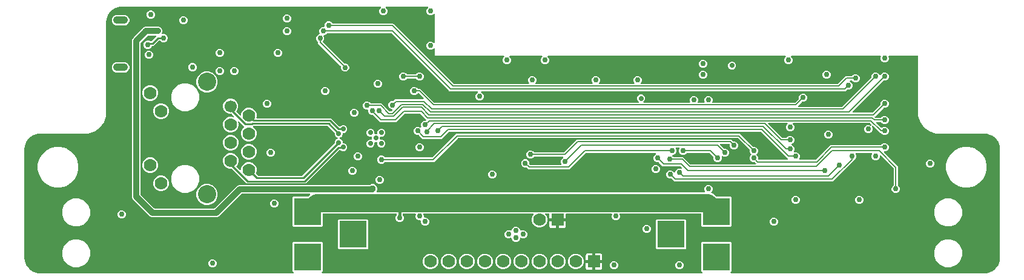
<source format=gbr>
G04 EAGLE Gerber RS-274X export*
G75*
%MOMM*%
%FSLAX34Y34*%
%LPD*%
%INBottom Copper*%
%IPPOS*%
%AMOC8*
5,1,8,0,0,1.08239X$1,22.5*%
G01*
%ADD10C,1.016000*%
%ADD11C,1.778000*%
%ADD12C,1.700000*%
%ADD13C,2.540000*%
%ADD14R,3.810000X3.810000*%
%ADD15R,1.778000X1.778000*%
%ADD16C,0.756400*%
%ADD17C,0.711200*%
%ADD18C,0.203200*%
%ADD19C,0.279400*%
%ADD20C,0.228600*%
%ADD21C,0.812800*%
%ADD22C,0.956400*%
%ADD23C,2.540000*%
%ADD24C,0.406400*%

G36*
X379561Y3767D02*
X379561Y3767D01*
X379590Y3764D01*
X379701Y3787D01*
X379813Y3803D01*
X379840Y3815D01*
X379869Y3820D01*
X379969Y3873D01*
X380072Y3919D01*
X380095Y3938D01*
X380121Y3951D01*
X380203Y4029D01*
X380289Y4102D01*
X380306Y4127D01*
X380327Y4147D01*
X380384Y4245D01*
X380447Y4339D01*
X380456Y4367D01*
X380471Y4392D01*
X380499Y4502D01*
X380533Y4610D01*
X380534Y4640D01*
X380541Y4668D01*
X380537Y4781D01*
X380540Y4894D01*
X380533Y4923D01*
X380532Y4952D01*
X380497Y5060D01*
X380468Y5169D01*
X380453Y5195D01*
X380444Y5223D01*
X380399Y5287D01*
X380323Y5414D01*
X380277Y5457D01*
X380249Y5496D01*
X378967Y6778D01*
X378967Y46562D01*
X380158Y47753D01*
X419942Y47753D01*
X421133Y46562D01*
X421133Y6778D01*
X419851Y5496D01*
X419833Y5472D01*
X419811Y5453D01*
X419748Y5359D01*
X419680Y5269D01*
X419669Y5241D01*
X419653Y5217D01*
X419619Y5109D01*
X419578Y5003D01*
X419576Y4974D01*
X419567Y4946D01*
X419564Y4832D01*
X419555Y4720D01*
X419561Y4691D01*
X419560Y4662D01*
X419589Y4552D01*
X419611Y4441D01*
X419624Y4415D01*
X419632Y4387D01*
X419689Y4289D01*
X419742Y4189D01*
X419762Y4167D01*
X419777Y4142D01*
X419859Y4065D01*
X419938Y3983D01*
X419963Y3968D01*
X419984Y3948D01*
X420085Y3896D01*
X420183Y3839D01*
X420211Y3832D01*
X420237Y3818D01*
X420315Y3805D01*
X420458Y3769D01*
X420521Y3771D01*
X420568Y3763D01*
X951032Y3763D01*
X951061Y3767D01*
X951090Y3764D01*
X951201Y3787D01*
X951313Y3803D01*
X951340Y3815D01*
X951369Y3820D01*
X951469Y3873D01*
X951572Y3919D01*
X951595Y3938D01*
X951621Y3951D01*
X951703Y4029D01*
X951789Y4102D01*
X951806Y4127D01*
X951827Y4147D01*
X951884Y4245D01*
X951947Y4339D01*
X951956Y4367D01*
X951971Y4392D01*
X951999Y4502D01*
X952033Y4610D01*
X952034Y4640D01*
X952041Y4668D01*
X952037Y4781D01*
X952040Y4894D01*
X952033Y4923D01*
X952032Y4952D01*
X951997Y5060D01*
X951968Y5169D01*
X951953Y5195D01*
X951944Y5223D01*
X951899Y5287D01*
X951823Y5414D01*
X951777Y5457D01*
X951749Y5496D01*
X950467Y6778D01*
X950467Y46562D01*
X951658Y47753D01*
X991442Y47753D01*
X992633Y46562D01*
X992633Y6778D01*
X991351Y5496D01*
X991333Y5472D01*
X991311Y5453D01*
X991248Y5359D01*
X991180Y5269D01*
X991169Y5241D01*
X991153Y5217D01*
X991119Y5109D01*
X991078Y5003D01*
X991076Y4974D01*
X991067Y4946D01*
X991064Y4832D01*
X991055Y4720D01*
X991061Y4691D01*
X991060Y4662D01*
X991089Y4552D01*
X991111Y4441D01*
X991124Y4415D01*
X991132Y4387D01*
X991189Y4289D01*
X991242Y4189D01*
X991262Y4167D01*
X991277Y4142D01*
X991359Y4065D01*
X991438Y3983D01*
X991463Y3968D01*
X991484Y3948D01*
X991585Y3896D01*
X991683Y3839D01*
X991711Y3832D01*
X991737Y3818D01*
X991815Y3805D01*
X991958Y3769D01*
X992021Y3771D01*
X992068Y3763D01*
X1346200Y3763D01*
X1346244Y3769D01*
X1346280Y3766D01*
X1349506Y4020D01*
X1349664Y4055D01*
X1349740Y4066D01*
X1355876Y6060D01*
X1356131Y6185D01*
X1356145Y6197D01*
X1356159Y6204D01*
X1361379Y9997D01*
X1361583Y10194D01*
X1361592Y10211D01*
X1361603Y10221D01*
X1365396Y15441D01*
X1365529Y15692D01*
X1365533Y15710D01*
X1365540Y15724D01*
X1367534Y21860D01*
X1367562Y22020D01*
X1367580Y22094D01*
X1367834Y25320D01*
X1367831Y25365D01*
X1367837Y25400D01*
X1367837Y177800D01*
X1367831Y177844D01*
X1367834Y177880D01*
X1367580Y181106D01*
X1367545Y181264D01*
X1367534Y181340D01*
X1365540Y187476D01*
X1365415Y187731D01*
X1365403Y187745D01*
X1365396Y187759D01*
X1361603Y192979D01*
X1361406Y193183D01*
X1361389Y193192D01*
X1361379Y193203D01*
X1356159Y196996D01*
X1355908Y197129D01*
X1355890Y197133D01*
X1355876Y197140D01*
X1349740Y199134D01*
X1349580Y199162D01*
X1349506Y199180D01*
X1346280Y199434D01*
X1346235Y199431D01*
X1346200Y199437D01*
X1278081Y199437D01*
X1269295Y202292D01*
X1261822Y207722D01*
X1256392Y215195D01*
X1253537Y223981D01*
X1253537Y307340D01*
X1253529Y307395D01*
X1253531Y307439D01*
X1253530Y307440D01*
X1253531Y307456D01*
X1253509Y307538D01*
X1253497Y307622D01*
X1253474Y307675D01*
X1253459Y307731D01*
X1253416Y307804D01*
X1253381Y307881D01*
X1253343Y307926D01*
X1253314Y307976D01*
X1253252Y308034D01*
X1253198Y308098D01*
X1253149Y308130D01*
X1253106Y308170D01*
X1253031Y308209D01*
X1252961Y308256D01*
X1252905Y308273D01*
X1252853Y308300D01*
X1252785Y308311D01*
X1252690Y308341D01*
X1252590Y308344D01*
X1252522Y308355D01*
X1212841Y308355D01*
X1212727Y308339D01*
X1212613Y308329D01*
X1212587Y308319D01*
X1212559Y308315D01*
X1212454Y308268D01*
X1212347Y308227D01*
X1212325Y308211D01*
X1212300Y308199D01*
X1212212Y308125D01*
X1212120Y308056D01*
X1212104Y308033D01*
X1212083Y308016D01*
X1212019Y307920D01*
X1211950Y307828D01*
X1211941Y307802D01*
X1211925Y307779D01*
X1211890Y307669D01*
X1211850Y307562D01*
X1211848Y307534D01*
X1211839Y307508D01*
X1211836Y307393D01*
X1211827Y307279D01*
X1211833Y307254D01*
X1211832Y307224D01*
X1211899Y306967D01*
X1211903Y306951D01*
X1212315Y305957D01*
X1212315Y303643D01*
X1211429Y301506D01*
X1209794Y299871D01*
X1207657Y298985D01*
X1205343Y298985D01*
X1203206Y299871D01*
X1201571Y301506D01*
X1200685Y303643D01*
X1200685Y305957D01*
X1201097Y306951D01*
X1201126Y307063D01*
X1201161Y307172D01*
X1201161Y307200D01*
X1201168Y307227D01*
X1201165Y307341D01*
X1201168Y307456D01*
X1201161Y307483D01*
X1201160Y307511D01*
X1201125Y307620D01*
X1201096Y307731D01*
X1201082Y307755D01*
X1201074Y307782D01*
X1201009Y307877D01*
X1200951Y307976D01*
X1200931Y307995D01*
X1200915Y308018D01*
X1200827Y308092D01*
X1200744Y308170D01*
X1200719Y308183D01*
X1200698Y308201D01*
X1200593Y308247D01*
X1200490Y308300D01*
X1200466Y308304D01*
X1200438Y308316D01*
X1200174Y308353D01*
X1200159Y308355D01*
X1076459Y308355D01*
X1076430Y308351D01*
X1076401Y308354D01*
X1076290Y308331D01*
X1076178Y308315D01*
X1076151Y308303D01*
X1076122Y308298D01*
X1076022Y308246D01*
X1075918Y308199D01*
X1075896Y308180D01*
X1075870Y308167D01*
X1075788Y308089D01*
X1075701Y308016D01*
X1075685Y307991D01*
X1075664Y307971D01*
X1075606Y307873D01*
X1075544Y307779D01*
X1075535Y307751D01*
X1075520Y307726D01*
X1075492Y307616D01*
X1075458Y307508D01*
X1075457Y307478D01*
X1075450Y307450D01*
X1075453Y307337D01*
X1075450Y307224D01*
X1075458Y307195D01*
X1075459Y307166D01*
X1075494Y307058D01*
X1075522Y306949D01*
X1075537Y306923D01*
X1075546Y306895D01*
X1075592Y306832D01*
X1075668Y306704D01*
X1075684Y306689D01*
X1075685Y306687D01*
X1075716Y306658D01*
X1075741Y306622D01*
X1076809Y305554D01*
X1077695Y303417D01*
X1077695Y301103D01*
X1076809Y298966D01*
X1075174Y297331D01*
X1073037Y296445D01*
X1070723Y296445D01*
X1068586Y297331D01*
X1066951Y298966D01*
X1066065Y301103D01*
X1066065Y303417D01*
X1066951Y305554D01*
X1068019Y306622D01*
X1068031Y306638D01*
X1068041Y306647D01*
X1068045Y306653D01*
X1068059Y306665D01*
X1068122Y306759D01*
X1068190Y306849D01*
X1068200Y306877D01*
X1068216Y306901D01*
X1068251Y307009D01*
X1068291Y307115D01*
X1068293Y307144D01*
X1068302Y307172D01*
X1068305Y307286D01*
X1068315Y307398D01*
X1068309Y307427D01*
X1068310Y307456D01*
X1068281Y307566D01*
X1068259Y307677D01*
X1068245Y307703D01*
X1068238Y307731D01*
X1068180Y307829D01*
X1068128Y307929D01*
X1068107Y307951D01*
X1068092Y307976D01*
X1068010Y308053D01*
X1067932Y308135D01*
X1067907Y308150D01*
X1067885Y308170D01*
X1067784Y308222D01*
X1067687Y308279D01*
X1067658Y308286D01*
X1067632Y308300D01*
X1067555Y308313D01*
X1067411Y308349D01*
X1067349Y308347D01*
X1067301Y308355D01*
X736099Y308355D01*
X736070Y308351D01*
X736041Y308354D01*
X735930Y308331D01*
X735818Y308315D01*
X735791Y308303D01*
X735762Y308298D01*
X735662Y308246D01*
X735558Y308199D01*
X735536Y308180D01*
X735510Y308167D01*
X735428Y308089D01*
X735341Y308016D01*
X735325Y307991D01*
X735304Y307971D01*
X735246Y307873D01*
X735184Y307779D01*
X735175Y307751D01*
X735160Y307726D01*
X735132Y307616D01*
X735098Y307508D01*
X735097Y307478D01*
X735090Y307450D01*
X735093Y307337D01*
X735090Y307224D01*
X735098Y307195D01*
X735099Y307166D01*
X735134Y307058D01*
X735162Y306949D01*
X735177Y306923D01*
X735186Y306895D01*
X735232Y306832D01*
X735308Y306704D01*
X735324Y306689D01*
X735325Y306687D01*
X735356Y306658D01*
X735381Y306622D01*
X736449Y305554D01*
X737335Y303417D01*
X737335Y301103D01*
X736449Y298966D01*
X734814Y297331D01*
X732677Y296445D01*
X730363Y296445D01*
X728226Y297331D01*
X726591Y298966D01*
X725705Y301103D01*
X725705Y303417D01*
X726591Y305554D01*
X727659Y306622D01*
X727671Y306638D01*
X727681Y306647D01*
X727685Y306653D01*
X727699Y306665D01*
X727762Y306759D01*
X727830Y306849D01*
X727840Y306877D01*
X727856Y306901D01*
X727891Y307009D01*
X727931Y307115D01*
X727933Y307144D01*
X727942Y307172D01*
X727945Y307286D01*
X727955Y307398D01*
X727949Y307427D01*
X727950Y307456D01*
X727921Y307566D01*
X727899Y307677D01*
X727885Y307703D01*
X727878Y307731D01*
X727820Y307829D01*
X727768Y307929D01*
X727747Y307951D01*
X727732Y307976D01*
X727650Y308053D01*
X727572Y308135D01*
X727547Y308150D01*
X727525Y308170D01*
X727424Y308222D01*
X727327Y308279D01*
X727298Y308286D01*
X727272Y308300D01*
X727195Y308313D01*
X727051Y308349D01*
X726989Y308347D01*
X726941Y308355D01*
X682759Y308355D01*
X682730Y308351D01*
X682701Y308354D01*
X682590Y308331D01*
X682478Y308315D01*
X682451Y308303D01*
X682422Y308298D01*
X682322Y308246D01*
X682218Y308199D01*
X682196Y308180D01*
X682170Y308167D01*
X682088Y308089D01*
X682001Y308016D01*
X681985Y307991D01*
X681964Y307971D01*
X681906Y307873D01*
X681844Y307779D01*
X681835Y307751D01*
X681820Y307726D01*
X681792Y307616D01*
X681758Y307508D01*
X681757Y307478D01*
X681750Y307450D01*
X681753Y307337D01*
X681750Y307224D01*
X681758Y307195D01*
X681759Y307166D01*
X681794Y307058D01*
X681822Y306949D01*
X681837Y306923D01*
X681846Y306895D01*
X681892Y306832D01*
X681968Y306704D01*
X681984Y306689D01*
X681985Y306687D01*
X682016Y306658D01*
X682041Y306622D01*
X683109Y305554D01*
X683995Y303417D01*
X683995Y301103D01*
X683109Y298966D01*
X681474Y297331D01*
X679337Y296445D01*
X677023Y296445D01*
X674886Y297331D01*
X673251Y298966D01*
X672365Y301103D01*
X672365Y303417D01*
X673251Y305554D01*
X674319Y306622D01*
X674331Y306638D01*
X674341Y306647D01*
X674345Y306653D01*
X674359Y306665D01*
X674422Y306759D01*
X674490Y306849D01*
X674500Y306877D01*
X674516Y306901D01*
X674551Y307009D01*
X674591Y307115D01*
X674593Y307144D01*
X674602Y307172D01*
X674605Y307286D01*
X674615Y307398D01*
X674609Y307427D01*
X674610Y307456D01*
X674581Y307566D01*
X674559Y307677D01*
X674545Y307703D01*
X674538Y307731D01*
X674480Y307829D01*
X674428Y307929D01*
X674407Y307951D01*
X674392Y307976D01*
X674310Y308053D01*
X674232Y308135D01*
X674207Y308150D01*
X674185Y308170D01*
X674084Y308222D01*
X673987Y308279D01*
X673958Y308286D01*
X673932Y308300D01*
X673855Y308313D01*
X673711Y308349D01*
X673649Y308347D01*
X673601Y308355D01*
X577595Y308355D01*
X577595Y318001D01*
X577591Y318030D01*
X577594Y318059D01*
X577571Y318170D01*
X577555Y318282D01*
X577543Y318309D01*
X577538Y318338D01*
X577486Y318438D01*
X577439Y318542D01*
X577420Y318564D01*
X577407Y318590D01*
X577329Y318672D01*
X577256Y318759D01*
X577231Y318775D01*
X577211Y318796D01*
X577113Y318854D01*
X577019Y318916D01*
X576991Y318925D01*
X576966Y318940D01*
X576856Y318968D01*
X576748Y319002D01*
X576718Y319003D01*
X576690Y319010D01*
X576577Y319007D01*
X576464Y319010D01*
X576435Y319002D01*
X576406Y319001D01*
X576298Y318966D01*
X576189Y318938D01*
X576163Y318923D01*
X576135Y318914D01*
X576072Y318868D01*
X575944Y318792D01*
X575901Y318747D01*
X575862Y318719D01*
X574794Y317651D01*
X572657Y316765D01*
X570343Y316765D01*
X568206Y317651D01*
X566571Y319286D01*
X565685Y321423D01*
X565685Y323737D01*
X566571Y325874D01*
X568206Y327509D01*
X570343Y328395D01*
X572657Y328395D01*
X574794Y327509D01*
X575862Y326441D01*
X575886Y326424D01*
X575905Y326401D01*
X575999Y326338D01*
X576089Y326270D01*
X576117Y326260D01*
X576141Y326244D01*
X576249Y326209D01*
X576355Y326169D01*
X576384Y326167D01*
X576412Y326158D01*
X576526Y326155D01*
X576638Y326145D01*
X576667Y326151D01*
X576696Y326150D01*
X576806Y326179D01*
X576917Y326201D01*
X576943Y326215D01*
X576971Y326222D01*
X577069Y326280D01*
X577169Y326332D01*
X577191Y326353D01*
X577216Y326368D01*
X577293Y326450D01*
X577375Y326528D01*
X577390Y326553D01*
X577410Y326575D01*
X577462Y326676D01*
X577519Y326773D01*
X577526Y326802D01*
X577540Y326828D01*
X577553Y326905D01*
X577589Y327049D01*
X577587Y327111D01*
X577595Y327159D01*
X577595Y366261D01*
X577591Y366290D01*
X577594Y366319D01*
X577571Y366430D01*
X577555Y366542D01*
X577543Y366569D01*
X577538Y366598D01*
X577486Y366698D01*
X577439Y366802D01*
X577420Y366824D01*
X577407Y366850D01*
X577329Y366932D01*
X577256Y367019D01*
X577231Y367035D01*
X577211Y367056D01*
X577113Y367114D01*
X577019Y367176D01*
X576991Y367185D01*
X576966Y367200D01*
X576856Y367228D01*
X576748Y367262D01*
X576718Y367263D01*
X576690Y367270D01*
X576577Y367267D01*
X576464Y367270D01*
X576435Y367262D01*
X576406Y367261D01*
X576298Y367226D01*
X576189Y367198D01*
X576163Y367183D01*
X576135Y367174D01*
X576072Y367128D01*
X575944Y367052D01*
X575901Y367007D01*
X575862Y366979D01*
X574794Y365911D01*
X572657Y365025D01*
X570343Y365025D01*
X568206Y365911D01*
X566571Y367546D01*
X565685Y369683D01*
X565685Y371997D01*
X566571Y374134D01*
X567941Y375504D01*
X567959Y375528D01*
X567981Y375547D01*
X568044Y375641D01*
X568112Y375731D01*
X568122Y375759D01*
X568138Y375783D01*
X568173Y375891D01*
X568213Y375997D01*
X568215Y376026D01*
X568224Y376054D01*
X568227Y376168D01*
X568237Y376280D01*
X568231Y376309D01*
X568232Y376338D01*
X568203Y376448D01*
X568181Y376559D01*
X568167Y376585D01*
X568160Y376613D01*
X568102Y376711D01*
X568050Y376811D01*
X568029Y376833D01*
X568014Y376858D01*
X567932Y376935D01*
X567854Y377017D01*
X567829Y377032D01*
X567807Y377052D01*
X567706Y377104D01*
X567609Y377161D01*
X567580Y377168D01*
X567554Y377182D01*
X567477Y377195D01*
X567333Y377231D01*
X567271Y377229D01*
X567223Y377237D01*
X509737Y377237D01*
X509708Y377233D01*
X509679Y377236D01*
X509568Y377213D01*
X509456Y377197D01*
X509429Y377185D01*
X509400Y377180D01*
X509299Y377127D01*
X509196Y377081D01*
X509174Y377062D01*
X509148Y377049D01*
X509066Y376971D01*
X508979Y376898D01*
X508963Y376873D01*
X508942Y376853D01*
X508884Y376755D01*
X508822Y376661D01*
X508813Y376633D01*
X508798Y376608D01*
X508770Y376498D01*
X508736Y376390D01*
X508735Y376360D01*
X508728Y376332D01*
X508731Y376219D01*
X508728Y376106D01*
X508736Y376077D01*
X508737Y376048D01*
X508772Y375940D01*
X508800Y375831D01*
X508815Y375805D01*
X508824Y375777D01*
X508870Y375713D01*
X508946Y375586D01*
X508991Y375543D01*
X509019Y375504D01*
X510389Y374134D01*
X511275Y371997D01*
X511275Y369683D01*
X510389Y367546D01*
X508754Y365911D01*
X506617Y365025D01*
X504303Y365025D01*
X502166Y365911D01*
X500531Y367546D01*
X499645Y369683D01*
X499645Y371997D01*
X500531Y374134D01*
X501901Y375504D01*
X501919Y375528D01*
X501941Y375547D01*
X502004Y375641D01*
X502072Y375731D01*
X502082Y375759D01*
X502098Y375783D01*
X502133Y375891D01*
X502173Y375997D01*
X502175Y376026D01*
X502184Y376054D01*
X502187Y376168D01*
X502197Y376280D01*
X502191Y376309D01*
X502192Y376338D01*
X502163Y376448D01*
X502141Y376559D01*
X502127Y376585D01*
X502120Y376613D01*
X502062Y376711D01*
X502010Y376811D01*
X501989Y376833D01*
X501974Y376858D01*
X501892Y376935D01*
X501814Y377017D01*
X501789Y377032D01*
X501767Y377052D01*
X501666Y377104D01*
X501569Y377161D01*
X501540Y377168D01*
X501514Y377182D01*
X501437Y377195D01*
X501293Y377231D01*
X501231Y377229D01*
X501183Y377237D01*
X139700Y377237D01*
X139656Y377231D01*
X139620Y377234D01*
X136394Y376980D01*
X136236Y376945D01*
X136160Y376934D01*
X130024Y374940D01*
X129769Y374815D01*
X129755Y374803D01*
X129741Y374796D01*
X124521Y371003D01*
X124317Y370806D01*
X124308Y370789D01*
X124297Y370779D01*
X120504Y365559D01*
X120371Y365308D01*
X120367Y365290D01*
X120360Y365276D01*
X118366Y359140D01*
X118338Y358980D01*
X118320Y358906D01*
X118066Y355680D01*
X118069Y355635D01*
X118063Y355600D01*
X118063Y223981D01*
X115208Y215195D01*
X109778Y207722D01*
X102305Y202292D01*
X93519Y199437D01*
X25400Y199437D01*
X25356Y199431D01*
X25320Y199434D01*
X22094Y199180D01*
X21936Y199145D01*
X21860Y199134D01*
X15724Y197140D01*
X15469Y197015D01*
X15455Y197003D01*
X15441Y196996D01*
X10221Y193203D01*
X10017Y193006D01*
X10008Y192989D01*
X9997Y192979D01*
X6204Y187759D01*
X6071Y187508D01*
X6067Y187490D01*
X6060Y187476D01*
X4066Y181340D01*
X4038Y181180D01*
X4020Y181106D01*
X3766Y177880D01*
X3769Y177835D01*
X3763Y177800D01*
X3763Y25400D01*
X3769Y25356D01*
X3766Y25320D01*
X4020Y22094D01*
X4055Y21936D01*
X4066Y21860D01*
X6060Y15724D01*
X6185Y15469D01*
X6197Y15455D01*
X6204Y15441D01*
X9997Y10221D01*
X10194Y10017D01*
X10211Y10008D01*
X10221Y9997D01*
X15441Y6204D01*
X15692Y6071D01*
X15710Y6067D01*
X15724Y6060D01*
X21860Y4066D01*
X22020Y4038D01*
X22094Y4020D01*
X25320Y3766D01*
X25365Y3769D01*
X25400Y3763D01*
X379532Y3763D01*
X379561Y3767D01*
G37*
%LPC*%
G36*
X1220991Y116105D02*
X1220991Y116105D01*
X1218854Y116991D01*
X1217219Y118626D01*
X1216333Y120763D01*
X1216333Y123077D01*
X1217219Y125214D01*
X1218802Y126797D01*
X1218854Y126867D01*
X1218914Y126931D01*
X1218940Y126980D01*
X1218973Y127024D01*
X1219004Y127106D01*
X1219044Y127184D01*
X1219052Y127232D01*
X1219074Y127290D01*
X1219086Y127438D01*
X1219099Y127515D01*
X1219099Y150309D01*
X1219087Y150395D01*
X1219084Y150483D01*
X1219067Y150535D01*
X1219059Y150590D01*
X1219024Y150670D01*
X1218997Y150753D01*
X1218969Y150792D01*
X1218943Y150850D01*
X1218847Y150963D01*
X1218802Y151027D01*
X1201348Y168481D01*
X1201324Y168498D01*
X1201305Y168521D01*
X1201211Y168583D01*
X1201121Y168651D01*
X1201093Y168662D01*
X1201069Y168678D01*
X1200961Y168712D01*
X1200855Y168753D01*
X1200826Y168755D01*
X1200798Y168764D01*
X1200684Y168767D01*
X1200572Y168776D01*
X1200543Y168771D01*
X1200514Y168771D01*
X1200404Y168743D01*
X1200293Y168720D01*
X1200267Y168707D01*
X1200239Y168699D01*
X1200141Y168642D01*
X1200041Y168589D01*
X1200019Y168569D01*
X1199994Y168554D01*
X1199917Y168472D01*
X1199835Y168394D01*
X1199820Y168368D01*
X1199800Y168347D01*
X1199748Y168246D01*
X1199691Y168148D01*
X1199684Y168120D01*
X1199670Y168094D01*
X1199657Y168016D01*
X1199621Y167873D01*
X1199623Y167810D01*
X1199615Y167763D01*
X1199615Y166483D01*
X1198729Y164346D01*
X1197094Y162711D01*
X1194957Y161825D01*
X1192643Y161825D01*
X1190506Y162711D01*
X1188871Y164346D01*
X1187985Y166483D01*
X1187985Y168797D01*
X1188818Y170807D01*
X1188847Y170919D01*
X1188882Y171028D01*
X1188882Y171056D01*
X1188889Y171083D01*
X1188886Y171197D01*
X1188889Y171312D01*
X1188882Y171339D01*
X1188881Y171367D01*
X1188846Y171476D01*
X1188817Y171587D01*
X1188803Y171611D01*
X1188794Y171638D01*
X1188730Y171733D01*
X1188672Y171832D01*
X1188652Y171851D01*
X1188636Y171874D01*
X1188548Y171948D01*
X1188464Y172026D01*
X1188440Y172039D01*
X1188419Y172057D01*
X1188314Y172103D01*
X1188211Y172156D01*
X1188187Y172160D01*
X1188159Y172172D01*
X1187895Y172209D01*
X1187880Y172211D01*
X1166700Y172211D01*
X1166586Y172195D01*
X1166472Y172185D01*
X1166446Y172175D01*
X1166418Y172171D01*
X1166313Y172124D01*
X1166206Y172083D01*
X1166184Y172067D01*
X1166159Y172055D01*
X1166071Y171981D01*
X1165980Y171912D01*
X1165963Y171889D01*
X1165942Y171872D01*
X1165878Y171776D01*
X1165809Y171684D01*
X1165800Y171658D01*
X1165784Y171635D01*
X1165750Y171525D01*
X1165709Y171418D01*
X1165707Y171390D01*
X1165698Y171364D01*
X1165696Y171249D01*
X1165686Y171135D01*
X1165692Y171110D01*
X1165691Y171080D01*
X1165758Y170823D01*
X1165762Y170807D01*
X1166595Y168797D01*
X1166595Y166483D01*
X1165709Y164346D01*
X1164126Y162763D01*
X1164074Y162693D01*
X1164014Y162629D01*
X1163988Y162580D01*
X1163955Y162536D01*
X1163924Y162454D01*
X1163884Y162376D01*
X1163876Y162328D01*
X1163854Y162270D01*
X1163842Y162122D01*
X1163829Y162045D01*
X1163829Y161798D01*
X1134392Y132361D01*
X912848Y132361D01*
X909016Y136194D01*
X909014Y136195D01*
X909013Y136196D01*
X908902Y136279D01*
X908788Y136365D01*
X908787Y136365D01*
X908785Y136366D01*
X908655Y136416D01*
X908523Y136466D01*
X908521Y136466D01*
X908520Y136467D01*
X908378Y136478D01*
X908239Y136489D01*
X908238Y136489D01*
X908236Y136489D01*
X908221Y136486D01*
X907961Y136434D01*
X907945Y136425D01*
X905623Y136425D01*
X903486Y137311D01*
X901851Y138946D01*
X900965Y141083D01*
X900965Y143397D01*
X901851Y145534D01*
X903486Y147169D01*
X905623Y148055D01*
X907937Y148055D01*
X910074Y147169D01*
X911709Y145534D01*
X911712Y145528D01*
X911756Y145454D01*
X911791Y145375D01*
X911828Y145332D01*
X911856Y145283D01*
X911919Y145224D01*
X911975Y145158D01*
X912022Y145127D01*
X912063Y145088D01*
X912140Y145048D01*
X912211Y145001D01*
X912265Y144983D01*
X912316Y144957D01*
X912400Y144941D01*
X912482Y144915D01*
X912539Y144913D01*
X912595Y144902D01*
X912680Y144910D01*
X912766Y144908D01*
X912821Y144922D01*
X912878Y144927D01*
X912958Y144958D01*
X913041Y144979D01*
X913090Y145008D01*
X913143Y145029D01*
X913212Y145081D01*
X913286Y145125D01*
X913325Y145166D01*
X913370Y145200D01*
X913422Y145269D01*
X913480Y145332D01*
X913506Y145383D01*
X913540Y145428D01*
X913571Y145508D01*
X913610Y145585D01*
X913618Y145634D01*
X913641Y145694D01*
X913652Y145839D01*
X913665Y145916D01*
X913665Y145937D01*
X914551Y148074D01*
X916186Y149709D01*
X918323Y150595D01*
X920637Y150595D01*
X921821Y150104D01*
X921905Y150083D01*
X921985Y150052D01*
X922042Y150047D01*
X922097Y150033D01*
X922182Y150036D01*
X922268Y150028D01*
X922324Y150040D01*
X922381Y150041D01*
X922462Y150067D01*
X922547Y150084D01*
X922597Y150111D01*
X922652Y150128D01*
X922723Y150176D01*
X922799Y150215D01*
X922840Y150254D01*
X922888Y150286D01*
X922943Y150352D01*
X923005Y150411D01*
X923034Y150460D01*
X923071Y150504D01*
X923106Y150582D01*
X923149Y150656D01*
X923163Y150711D01*
X923186Y150763D01*
X923198Y150849D01*
X923219Y150932D01*
X923217Y150989D01*
X923225Y151045D01*
X923213Y151130D01*
X923210Y151216D01*
X923193Y151270D01*
X923184Y151326D01*
X923149Y151405D01*
X923123Y151486D01*
X923094Y151527D01*
X923067Y151585D01*
X922973Y151696D01*
X922928Y151760D01*
X921344Y153344D01*
X921274Y153396D01*
X921210Y153456D01*
X921161Y153482D01*
X921116Y153515D01*
X921035Y153546D01*
X920957Y153586D01*
X920909Y153594D01*
X920851Y153616D01*
X920703Y153628D01*
X920626Y153641D01*
X896147Y153641D01*
X890801Y158988D01*
X890731Y159040D01*
X890667Y159100D01*
X890617Y159126D01*
X890573Y159159D01*
X890492Y159190D01*
X890414Y159230D01*
X890366Y159238D01*
X890308Y159260D01*
X890160Y159272D01*
X890083Y159285D01*
X887843Y159285D01*
X885706Y160171D01*
X884071Y161806D01*
X883185Y163943D01*
X883185Y166257D01*
X884071Y168394D01*
X885706Y170029D01*
X886258Y170258D01*
X886332Y170302D01*
X886410Y170337D01*
X886454Y170374D01*
X886503Y170403D01*
X886562Y170465D01*
X886627Y170521D01*
X886659Y170568D01*
X886698Y170609D01*
X886737Y170686D01*
X886785Y170757D01*
X886802Y170811D01*
X886828Y170862D01*
X886845Y170946D01*
X886871Y171028D01*
X886872Y171085D01*
X886883Y171141D01*
X886876Y171226D01*
X886878Y171312D01*
X886864Y171367D01*
X886859Y171424D01*
X886828Y171505D01*
X886806Y171587D01*
X886777Y171636D01*
X886757Y171689D01*
X886705Y171758D01*
X886661Y171832D01*
X886620Y171871D01*
X886585Y171916D01*
X886516Y171968D01*
X886454Y172026D01*
X886403Y172052D01*
X886357Y172086D01*
X886277Y172117D01*
X886201Y172156D01*
X886152Y172164D01*
X886092Y172187D01*
X885947Y172198D01*
X885870Y172211D01*
X789083Y172211D01*
X788997Y172199D01*
X788909Y172196D01*
X788857Y172179D01*
X788802Y172171D01*
X788722Y172136D01*
X788639Y172109D01*
X788600Y172081D01*
X788542Y172055D01*
X788429Y171959D01*
X788365Y171914D01*
X765803Y149351D01*
X708495Y149351D01*
X705929Y151917D01*
X705860Y151969D01*
X705796Y152029D01*
X705746Y152054D01*
X705702Y152088D01*
X705621Y152119D01*
X705543Y152159D01*
X705495Y152167D01*
X705437Y152189D01*
X705289Y152201D01*
X705212Y152214D01*
X702972Y152214D01*
X700835Y153099D01*
X699199Y154735D01*
X698314Y156872D01*
X698314Y159185D01*
X699199Y161323D01*
X700835Y162958D01*
X702972Y163844D01*
X705285Y163844D01*
X707423Y162958D01*
X709058Y161323D01*
X709944Y159185D01*
X709944Y156946D01*
X709956Y156860D01*
X709959Y156772D01*
X709976Y156720D01*
X709983Y156665D01*
X710019Y156585D01*
X710046Y156502D01*
X710074Y156462D01*
X710100Y156405D01*
X710196Y156292D01*
X710241Y156228D01*
X710723Y155746D01*
X710793Y155694D01*
X710857Y155634D01*
X710906Y155608D01*
X710950Y155575D01*
X711032Y155544D01*
X711110Y155504D01*
X711158Y155496D01*
X711216Y155474D01*
X711364Y155462D01*
X711441Y155449D01*
X753540Y155449D01*
X753654Y155465D01*
X753768Y155475D01*
X753794Y155485D01*
X753822Y155489D01*
X753927Y155536D01*
X754034Y155577D01*
X754056Y155593D01*
X754081Y155605D01*
X754169Y155679D01*
X754260Y155748D01*
X754277Y155771D01*
X754298Y155788D01*
X754362Y155884D01*
X754431Y155976D01*
X754440Y156002D01*
X754456Y156025D01*
X754490Y156135D01*
X754531Y156242D01*
X754533Y156270D01*
X754542Y156296D01*
X754544Y156411D01*
X754554Y156525D01*
X754548Y156550D01*
X754549Y156580D01*
X754482Y156837D01*
X754478Y156853D01*
X753645Y158863D01*
X753645Y161177D01*
X754531Y163314D01*
X756166Y164949D01*
X756718Y165178D01*
X756792Y165222D01*
X756870Y165257D01*
X756914Y165294D01*
X756963Y165323D01*
X757022Y165385D01*
X757087Y165441D01*
X757119Y165488D01*
X757158Y165529D01*
X757197Y165606D01*
X757245Y165677D01*
X757262Y165731D01*
X757288Y165782D01*
X757305Y165866D01*
X757331Y165948D01*
X757332Y166005D01*
X757343Y166061D01*
X757336Y166146D01*
X757338Y166232D01*
X757324Y166287D01*
X757319Y166344D01*
X757288Y166424D01*
X757266Y166507D01*
X757237Y166556D01*
X757217Y166609D01*
X757165Y166678D01*
X757121Y166752D01*
X757080Y166791D01*
X757045Y166836D01*
X756976Y166888D01*
X756914Y166946D01*
X756863Y166972D01*
X756818Y167006D01*
X756737Y167037D01*
X756661Y167076D01*
X756612Y167084D01*
X756552Y167107D01*
X756407Y167118D01*
X756330Y167131D01*
X716795Y167131D01*
X716708Y167119D01*
X716621Y167116D01*
X716568Y167099D01*
X716514Y167091D01*
X716434Y167056D01*
X716351Y167029D01*
X716311Y167001D01*
X716254Y166975D01*
X716141Y166879D01*
X716077Y166834D01*
X714494Y165251D01*
X712357Y164365D01*
X710043Y164365D01*
X707906Y165251D01*
X706271Y166886D01*
X705385Y169023D01*
X705385Y171337D01*
X706271Y173474D01*
X707906Y175109D01*
X710043Y175995D01*
X712357Y175995D01*
X714494Y175109D01*
X716077Y173526D01*
X716147Y173474D01*
X716211Y173414D01*
X716260Y173388D01*
X716304Y173355D01*
X716386Y173324D01*
X716464Y173284D01*
X716512Y173276D01*
X716570Y173254D01*
X716718Y173242D01*
X716795Y173229D01*
X757777Y173229D01*
X757863Y173241D01*
X757951Y173244D01*
X758003Y173261D01*
X758058Y173269D01*
X758138Y173304D01*
X758221Y173331D01*
X758260Y173359D01*
X758318Y173385D01*
X758431Y173481D01*
X758495Y173526D01*
X775977Y191009D01*
X991863Y191009D01*
X993879Y188992D01*
X993949Y188940D01*
X994013Y188880D01*
X994063Y188854D01*
X994107Y188821D01*
X994188Y188790D01*
X994266Y188750D01*
X994314Y188742D01*
X994372Y188720D01*
X994520Y188708D01*
X994597Y188695D01*
X996837Y188695D01*
X998974Y187809D01*
X1000609Y186174D01*
X1001495Y184037D01*
X1001495Y181723D01*
X1000609Y179586D01*
X998974Y177951D01*
X996837Y177065D01*
X994523Y177065D01*
X992386Y177951D01*
X990751Y179586D01*
X989865Y181723D01*
X989865Y183896D01*
X989857Y183954D01*
X989859Y184012D01*
X989837Y184094D01*
X989825Y184178D01*
X989802Y184231D01*
X989787Y184287D01*
X989744Y184360D01*
X989709Y184437D01*
X989671Y184482D01*
X989642Y184532D01*
X989580Y184590D01*
X989526Y184654D01*
X989477Y184686D01*
X989434Y184726D01*
X989359Y184765D01*
X989289Y184812D01*
X989233Y184829D01*
X989181Y184856D01*
X989113Y184867D01*
X989018Y184897D01*
X988918Y184900D01*
X988850Y184911D01*
X977551Y184911D01*
X977522Y184907D01*
X977493Y184910D01*
X977382Y184887D01*
X977270Y184871D01*
X977243Y184859D01*
X977214Y184854D01*
X977114Y184802D01*
X977010Y184755D01*
X976988Y184736D01*
X976962Y184723D01*
X976880Y184645D01*
X976793Y184572D01*
X976777Y184547D01*
X976756Y184527D01*
X976699Y184429D01*
X976636Y184335D01*
X976627Y184307D01*
X976612Y184282D01*
X976584Y184172D01*
X976550Y184064D01*
X976549Y184034D01*
X976542Y184006D01*
X976546Y183893D01*
X976543Y183780D01*
X976550Y183751D01*
X976551Y183722D01*
X976586Y183614D01*
X976615Y183505D01*
X976630Y183479D01*
X976639Y183451D01*
X976684Y183388D01*
X976760Y183260D01*
X976805Y183217D01*
X976833Y183178D01*
X981179Y178832D01*
X981249Y178780D01*
X981313Y178720D01*
X981363Y178694D01*
X981407Y178661D01*
X981488Y178630D01*
X981566Y178590D01*
X981614Y178582D01*
X981672Y178560D01*
X981820Y178548D01*
X981897Y178535D01*
X984137Y178535D01*
X986274Y177649D01*
X987909Y176014D01*
X988795Y173877D01*
X988795Y171563D01*
X987909Y169426D01*
X986274Y167791D01*
X984137Y166905D01*
X981823Y166905D01*
X979914Y167696D01*
X979886Y167703D01*
X979860Y167717D01*
X979749Y167739D01*
X979639Y167767D01*
X979610Y167766D01*
X979581Y167772D01*
X979468Y167762D01*
X979355Y167759D01*
X979327Y167750D01*
X979298Y167747D01*
X979192Y167707D01*
X979084Y167672D01*
X979060Y167656D01*
X979032Y167645D01*
X978942Y167577D01*
X978848Y167514D01*
X978829Y167491D01*
X978806Y167474D01*
X978738Y167383D01*
X978665Y167296D01*
X978653Y167269D01*
X978636Y167246D01*
X978596Y167140D01*
X978550Y167036D01*
X978546Y167007D01*
X978535Y166980D01*
X978526Y166867D01*
X978511Y166755D01*
X978515Y166726D01*
X978513Y166697D01*
X978530Y166620D01*
X978551Y166474D01*
X978577Y166416D01*
X978588Y166369D01*
X978635Y166257D01*
X978635Y163943D01*
X977749Y161806D01*
X976114Y160171D01*
X973977Y159285D01*
X971663Y159285D01*
X969526Y160171D01*
X967891Y161806D01*
X967005Y163943D01*
X967005Y166183D01*
X966993Y166269D01*
X966990Y166357D01*
X966973Y166409D01*
X966965Y166464D01*
X966930Y166544D01*
X966903Y166627D01*
X966875Y166666D01*
X966849Y166724D01*
X966784Y166800D01*
X966761Y166839D01*
X966733Y166865D01*
X966708Y166901D01*
X961695Y171914D01*
X961625Y171966D01*
X961561Y172026D01*
X961511Y172052D01*
X961467Y172085D01*
X961386Y172116D01*
X961308Y172156D01*
X961260Y172164D01*
X961202Y172186D01*
X961054Y172198D01*
X960977Y172211D01*
X930155Y172211D01*
X930068Y172199D01*
X929981Y172196D01*
X929928Y172179D01*
X929874Y172171D01*
X929794Y172136D01*
X929711Y172109D01*
X929671Y172081D01*
X929614Y172055D01*
X929501Y171959D01*
X929437Y171914D01*
X927854Y170331D01*
X925717Y169445D01*
X923403Y169445D01*
X921266Y170331D01*
X919631Y171966D01*
X918745Y174103D01*
X918745Y176417D01*
X919578Y178427D01*
X919607Y178539D01*
X919642Y178648D01*
X919642Y178676D01*
X919649Y178703D01*
X919646Y178817D01*
X919649Y178932D01*
X919642Y178959D01*
X919641Y178987D01*
X919606Y179096D01*
X919577Y179207D01*
X919563Y179231D01*
X919554Y179258D01*
X919490Y179353D01*
X919432Y179452D01*
X919412Y179471D01*
X919396Y179494D01*
X919308Y179568D01*
X919224Y179646D01*
X919200Y179659D01*
X919179Y179677D01*
X919074Y179723D01*
X918971Y179776D01*
X918947Y179780D01*
X918919Y179792D01*
X918655Y179829D01*
X918640Y179831D01*
X915240Y179831D01*
X915126Y179815D01*
X915012Y179805D01*
X914986Y179795D01*
X914958Y179791D01*
X914853Y179744D01*
X914746Y179703D01*
X914724Y179687D01*
X914699Y179675D01*
X914611Y179601D01*
X914520Y179532D01*
X914503Y179509D01*
X914482Y179492D01*
X914418Y179396D01*
X914349Y179304D01*
X914340Y179278D01*
X914324Y179255D01*
X914290Y179145D01*
X914249Y179038D01*
X914247Y179010D01*
X914238Y178984D01*
X914236Y178869D01*
X914226Y178755D01*
X914232Y178730D01*
X914231Y178700D01*
X914298Y178442D01*
X914302Y178427D01*
X915135Y176417D01*
X915135Y174103D01*
X914249Y171966D01*
X912614Y170331D01*
X910437Y169429D01*
X910400Y169421D01*
X910288Y169405D01*
X910261Y169393D01*
X910232Y169388D01*
X910131Y169335D01*
X910028Y169289D01*
X910006Y169270D01*
X909980Y169257D01*
X909898Y169179D01*
X909811Y169106D01*
X909795Y169081D01*
X909774Y169061D01*
X909716Y168963D01*
X909654Y168869D01*
X909645Y168841D01*
X909630Y168816D01*
X909602Y168706D01*
X909568Y168598D01*
X909567Y168568D01*
X909560Y168540D01*
X909563Y168427D01*
X909560Y168314D01*
X909568Y168285D01*
X909569Y168256D01*
X909604Y168148D01*
X909632Y168039D01*
X909647Y168013D01*
X909656Y167985D01*
X909702Y167921D01*
X909778Y167794D01*
X909823Y167751D01*
X909851Y167712D01*
X910638Y166926D01*
X910708Y166873D01*
X910771Y166813D01*
X910821Y166788D01*
X910865Y166755D01*
X910947Y166724D01*
X911024Y166684D01*
X911072Y166676D01*
X911130Y166654D01*
X911278Y166641D01*
X911356Y166628D01*
X924803Y166628D01*
X934895Y156536D01*
X934965Y156484D01*
X935029Y156424D01*
X935079Y156398D01*
X935123Y156365D01*
X935204Y156334D01*
X935282Y156294D01*
X935330Y156286D01*
X935388Y156264D01*
X935536Y156252D01*
X935613Y156239D01*
X1025719Y156239D01*
X1025748Y156243D01*
X1025777Y156240D01*
X1025888Y156263D01*
X1026000Y156279D01*
X1026027Y156291D01*
X1026056Y156296D01*
X1026156Y156349D01*
X1026260Y156395D01*
X1026282Y156414D01*
X1026308Y156427D01*
X1026390Y156505D01*
X1026477Y156578D01*
X1026493Y156603D01*
X1026514Y156623D01*
X1026571Y156721D01*
X1026634Y156815D01*
X1026643Y156843D01*
X1026658Y156868D01*
X1026686Y156978D01*
X1026720Y157086D01*
X1026721Y157116D01*
X1026728Y157144D01*
X1026724Y157257D01*
X1026727Y157370D01*
X1026720Y157399D01*
X1026719Y157428D01*
X1026684Y157536D01*
X1026655Y157645D01*
X1026641Y157671D01*
X1026631Y157699D01*
X1026586Y157763D01*
X1026510Y157890D01*
X1026465Y157933D01*
X1026437Y157972D01*
X1025580Y158829D01*
X1025421Y158988D01*
X1025351Y159040D01*
X1025287Y159100D01*
X1025237Y159126D01*
X1025193Y159159D01*
X1025112Y159190D01*
X1025034Y159230D01*
X1024986Y159238D01*
X1024928Y159260D01*
X1024780Y159272D01*
X1024703Y159285D01*
X1022463Y159285D01*
X1020326Y160171D01*
X1018691Y161806D01*
X1017805Y163943D01*
X1017805Y166257D01*
X1018691Y168394D01*
X1019759Y169462D01*
X1019794Y169509D01*
X1019836Y169549D01*
X1019879Y169622D01*
X1019930Y169689D01*
X1019951Y169744D01*
X1019980Y169794D01*
X1020001Y169876D01*
X1020031Y169955D01*
X1020036Y170013D01*
X1020050Y170070D01*
X1020048Y170154D01*
X1020055Y170238D01*
X1020043Y170296D01*
X1020041Y170354D01*
X1020015Y170434D01*
X1019999Y170517D01*
X1019972Y170569D01*
X1019954Y170625D01*
X1019914Y170681D01*
X1019868Y170769D01*
X1019799Y170842D01*
X1019759Y170898D01*
X1018691Y171966D01*
X1017805Y174103D01*
X1017805Y176343D01*
X1017793Y176429D01*
X1017790Y176517D01*
X1017773Y176569D01*
X1017765Y176624D01*
X1017730Y176704D01*
X1017703Y176787D01*
X1017675Y176826D01*
X1017649Y176884D01*
X1017594Y176948D01*
X1017569Y176991D01*
X1017534Y177024D01*
X1017508Y177061D01*
X1001827Y192742D01*
X1001757Y192794D01*
X1001693Y192854D01*
X1001643Y192880D01*
X1001599Y192913D01*
X1001518Y192944D01*
X1001440Y192984D01*
X1001392Y192992D01*
X1001334Y193014D01*
X1001186Y193026D01*
X1001109Y193039D01*
X610267Y193039D01*
X610181Y193027D01*
X610093Y193024D01*
X610041Y193007D01*
X609986Y192999D01*
X609906Y192964D01*
X609823Y192937D01*
X609784Y192909D01*
X609726Y192883D01*
X609613Y192787D01*
X609549Y192742D01*
X576668Y159860D01*
X508395Y159860D01*
X508308Y159848D01*
X508221Y159845D01*
X508168Y159828D01*
X508114Y159820D01*
X508034Y159784D01*
X507951Y159758D01*
X507911Y159730D01*
X507854Y159704D01*
X507741Y159608D01*
X507677Y159563D01*
X506094Y157979D01*
X503957Y157094D01*
X501643Y157094D01*
X499506Y157979D01*
X497871Y159615D01*
X496985Y161752D01*
X496985Y164065D01*
X497871Y166203D01*
X499506Y167838D01*
X501643Y168724D01*
X503957Y168724D01*
X506094Y167838D01*
X507677Y166255D01*
X507747Y166202D01*
X507811Y166142D01*
X507860Y166117D01*
X507904Y166084D01*
X507986Y166053D01*
X508064Y166013D01*
X508112Y166005D01*
X508170Y165983D01*
X508318Y165971D01*
X508395Y165958D01*
X573721Y165958D01*
X573808Y165970D01*
X573895Y165973D01*
X573948Y165990D01*
X574003Y165997D01*
X574083Y166033D01*
X574166Y166060D01*
X574205Y166088D01*
X574262Y166114D01*
X574376Y166210D01*
X574439Y166255D01*
X607321Y199137D01*
X1004055Y199137D01*
X1021819Y181372D01*
X1021889Y181320D01*
X1021953Y181260D01*
X1022003Y181234D01*
X1022047Y181201D01*
X1022128Y181170D01*
X1022206Y181130D01*
X1022254Y181122D01*
X1022312Y181100D01*
X1022460Y181088D01*
X1022537Y181075D01*
X1024777Y181075D01*
X1026914Y180189D01*
X1028549Y178554D01*
X1029435Y176417D01*
X1029435Y174103D01*
X1028549Y171966D01*
X1027481Y170898D01*
X1027446Y170851D01*
X1027404Y170811D01*
X1027361Y170738D01*
X1027310Y170671D01*
X1027289Y170616D01*
X1027260Y170566D01*
X1027239Y170484D01*
X1027209Y170405D01*
X1027204Y170347D01*
X1027190Y170290D01*
X1027192Y170206D01*
X1027185Y170122D01*
X1027197Y170064D01*
X1027199Y170006D01*
X1027225Y169926D01*
X1027241Y169843D01*
X1027268Y169791D01*
X1027286Y169735D01*
X1027326Y169679D01*
X1027372Y169591D01*
X1027441Y169518D01*
X1027481Y169462D01*
X1028549Y168394D01*
X1029435Y166257D01*
X1029435Y164017D01*
X1029447Y163931D01*
X1029450Y163843D01*
X1029467Y163791D01*
X1029475Y163736D01*
X1029510Y163656D01*
X1029537Y163573D01*
X1029565Y163534D01*
X1029591Y163476D01*
X1029687Y163363D01*
X1029732Y163299D01*
X1029891Y163140D01*
X1029961Y163088D01*
X1030025Y163028D01*
X1030075Y163002D01*
X1030119Y162969D01*
X1030200Y162938D01*
X1030278Y162898D01*
X1030326Y162890D01*
X1030384Y162868D01*
X1030532Y162856D01*
X1030609Y162843D01*
X1070423Y162843D01*
X1070452Y162847D01*
X1070481Y162844D01*
X1070592Y162867D01*
X1070704Y162883D01*
X1070731Y162895D01*
X1070760Y162900D01*
X1070860Y162953D01*
X1070964Y162999D01*
X1070986Y163018D01*
X1071012Y163031D01*
X1071094Y163109D01*
X1071181Y163182D01*
X1071197Y163207D01*
X1071218Y163227D01*
X1071275Y163325D01*
X1071338Y163419D01*
X1071347Y163447D01*
X1071362Y163472D01*
X1071390Y163582D01*
X1071424Y163690D01*
X1071425Y163720D01*
X1071432Y163748D01*
X1071428Y163861D01*
X1071431Y163974D01*
X1071424Y164003D01*
X1071423Y164032D01*
X1071388Y164140D01*
X1071359Y164249D01*
X1071344Y164275D01*
X1071335Y164303D01*
X1071290Y164366D01*
X1071214Y164494D01*
X1071169Y164537D01*
X1071141Y164576D01*
X1069042Y166675D01*
X1033831Y201886D01*
X1033761Y201938D01*
X1033697Y201998D01*
X1033647Y202024D01*
X1033603Y202057D01*
X1033522Y202088D01*
X1033444Y202128D01*
X1033396Y202136D01*
X1033338Y202158D01*
X1033190Y202170D01*
X1033113Y202183D01*
X598075Y202183D01*
X597989Y202171D01*
X597901Y202168D01*
X597849Y202151D01*
X597794Y202143D01*
X597714Y202108D01*
X597631Y202081D01*
X597592Y202053D01*
X597534Y202027D01*
X597421Y201931D01*
X597357Y201886D01*
X587495Y192023D01*
X560585Y192023D01*
X555521Y197088D01*
X555451Y197140D01*
X555387Y197200D01*
X555337Y197226D01*
X555293Y197259D01*
X555212Y197290D01*
X555134Y197330D01*
X555086Y197338D01*
X555028Y197360D01*
X554880Y197372D01*
X554803Y197385D01*
X552563Y197385D01*
X550426Y198271D01*
X548791Y199906D01*
X547905Y202043D01*
X547905Y204357D01*
X548791Y206494D01*
X550426Y208129D01*
X552563Y209015D01*
X554877Y209015D01*
X557181Y208060D01*
X557209Y208053D01*
X557235Y208040D01*
X557346Y208018D01*
X557456Y207989D01*
X557485Y207990D01*
X557514Y207985D01*
X557627Y207994D01*
X557740Y207998D01*
X557768Y208007D01*
X557797Y208009D01*
X557903Y208050D01*
X558011Y208084D01*
X558035Y208101D01*
X558063Y208111D01*
X558153Y208179D01*
X558247Y208243D01*
X558266Y208265D01*
X558289Y208283D01*
X558357Y208374D01*
X558430Y208460D01*
X558442Y208487D01*
X558459Y208510D01*
X558499Y208617D01*
X558545Y208720D01*
X558549Y208749D01*
X558560Y208776D01*
X558569Y208889D01*
X558584Y209001D01*
X558580Y209031D01*
X558582Y209060D01*
X558565Y209136D01*
X558544Y209283D01*
X558518Y209340D01*
X558507Y209387D01*
X558065Y210453D01*
X558065Y212767D01*
X558951Y214904D01*
X560586Y216539D01*
X562723Y217425D01*
X564737Y217425D01*
X564766Y217429D01*
X564795Y217426D01*
X564906Y217449D01*
X565018Y217465D01*
X565045Y217477D01*
X565074Y217482D01*
X565174Y217535D01*
X565278Y217581D01*
X565300Y217600D01*
X565326Y217613D01*
X565408Y217691D01*
X565495Y217764D01*
X565511Y217789D01*
X565532Y217809D01*
X565589Y217907D01*
X565652Y218001D01*
X565661Y218029D01*
X565676Y218054D01*
X565704Y218164D01*
X565738Y218272D01*
X565739Y218302D01*
X565746Y218330D01*
X565742Y218443D01*
X565745Y218556D01*
X565738Y218585D01*
X565737Y218614D01*
X565702Y218722D01*
X565673Y218831D01*
X565659Y218857D01*
X565649Y218885D01*
X565604Y218949D01*
X565528Y219076D01*
X565483Y219119D01*
X565455Y219158D01*
X564090Y220523D01*
X557581Y227032D01*
X557511Y227084D01*
X557447Y227144D01*
X557397Y227170D01*
X557353Y227203D01*
X557272Y227234D01*
X557194Y227274D01*
X557146Y227282D01*
X557088Y227304D01*
X556940Y227316D01*
X556863Y227329D01*
X535845Y227329D01*
X535759Y227317D01*
X535671Y227314D01*
X535619Y227297D01*
X535564Y227289D01*
X535484Y227254D01*
X535401Y227227D01*
X535362Y227199D01*
X535304Y227173D01*
X535191Y227077D01*
X535127Y227032D01*
X523487Y215391D01*
X501149Y215391D01*
X491481Y225059D01*
X491411Y225112D01*
X491347Y225172D01*
X491298Y225197D01*
X491254Y225230D01*
X491172Y225261D01*
X491094Y225301D01*
X491047Y225309D01*
X490988Y225332D01*
X490840Y225344D01*
X490763Y225357D01*
X489032Y225357D01*
X486895Y226242D01*
X485259Y227878D01*
X484374Y230015D01*
X484374Y231930D01*
X484366Y231988D01*
X484367Y232046D01*
X484346Y232128D01*
X484334Y232212D01*
X484310Y232265D01*
X484295Y232321D01*
X484252Y232394D01*
X484218Y232471D01*
X484180Y232516D01*
X484150Y232566D01*
X484088Y232624D01*
X484034Y232688D01*
X483985Y232720D01*
X483943Y232760D01*
X483868Y232799D01*
X483797Y232846D01*
X483742Y232863D01*
X483690Y232890D01*
X483621Y232901D01*
X483526Y232931D01*
X483427Y232934D01*
X483358Y232945D01*
X481443Y232945D01*
X479306Y233831D01*
X477671Y235466D01*
X476785Y237603D01*
X476785Y239917D01*
X477671Y242054D01*
X479306Y243689D01*
X481443Y244575D01*
X483757Y244575D01*
X485894Y243689D01*
X487477Y242106D01*
X487547Y242054D01*
X487611Y241994D01*
X487660Y241968D01*
X487704Y241935D01*
X487786Y241904D01*
X487864Y241864D01*
X487912Y241856D01*
X487970Y241834D01*
X488118Y241822D01*
X488195Y241809D01*
X503167Y241809D01*
X514045Y230930D01*
X514115Y230878D01*
X514179Y230818D01*
X514229Y230792D01*
X514273Y230759D01*
X514354Y230728D01*
X514432Y230688D01*
X514480Y230680D01*
X514538Y230658D01*
X514686Y230646D01*
X514763Y230633D01*
X516477Y230633D01*
X516563Y230645D01*
X516651Y230648D01*
X516703Y230665D01*
X516758Y230673D01*
X516838Y230708D01*
X516921Y230735D01*
X516960Y230763D01*
X517018Y230789D01*
X517131Y230885D01*
X517195Y230930D01*
X518211Y231946D01*
X518228Y231970D01*
X518251Y231989D01*
X518313Y232083D01*
X518381Y232173D01*
X518392Y232201D01*
X518408Y232225D01*
X518442Y232333D01*
X518483Y232439D01*
X518485Y232468D01*
X518494Y232496D01*
X518497Y232610D01*
X518506Y232722D01*
X518501Y232751D01*
X518501Y232780D01*
X518473Y232890D01*
X518450Y233001D01*
X518437Y233027D01*
X518429Y233055D01*
X518372Y233153D01*
X518319Y233253D01*
X518299Y233275D01*
X518284Y233300D01*
X518202Y233377D01*
X518124Y233459D01*
X518098Y233474D01*
X518077Y233494D01*
X517976Y233546D01*
X517878Y233603D01*
X517850Y233610D01*
X517824Y233624D01*
X517746Y233637D01*
X517603Y233673D01*
X517540Y233671D01*
X517493Y233679D01*
X517003Y233679D01*
X514866Y234565D01*
X513231Y236200D01*
X512345Y238337D01*
X512345Y240651D01*
X513231Y242788D01*
X514866Y244423D01*
X517003Y245309D01*
X519243Y245309D01*
X519329Y245321D01*
X519417Y245324D01*
X519469Y245341D01*
X519524Y245349D01*
X519604Y245384D01*
X519687Y245411D01*
X519726Y245439D01*
X519784Y245465D01*
X519897Y245561D01*
X519961Y245606D01*
X521977Y247623D01*
X560955Y247623D01*
X560984Y247627D01*
X561013Y247624D01*
X561124Y247647D01*
X561236Y247663D01*
X561263Y247675D01*
X561292Y247680D01*
X561392Y247732D01*
X561496Y247779D01*
X561518Y247798D01*
X561544Y247811D01*
X561626Y247889D01*
X561713Y247962D01*
X561729Y247987D01*
X561750Y248007D01*
X561807Y248105D01*
X561870Y248199D01*
X561879Y248227D01*
X561894Y248252D01*
X561922Y248362D01*
X561956Y248470D01*
X561957Y248500D01*
X561964Y248528D01*
X561960Y248641D01*
X561963Y248754D01*
X561956Y248783D01*
X561955Y248812D01*
X561920Y248920D01*
X561891Y249029D01*
X561876Y249055D01*
X561867Y249083D01*
X561822Y249146D01*
X561746Y249274D01*
X561701Y249317D01*
X561673Y249356D01*
X555295Y255734D01*
X555225Y255786D01*
X555161Y255846D01*
X555111Y255872D01*
X555067Y255905D01*
X554986Y255936D01*
X554908Y255976D01*
X554860Y255984D01*
X554802Y256006D01*
X554654Y256018D01*
X554577Y256031D01*
X554235Y256031D01*
X554148Y256019D01*
X554061Y256016D01*
X554008Y255999D01*
X553954Y255991D01*
X553874Y255956D01*
X553791Y255929D01*
X553751Y255901D01*
X553694Y255875D01*
X553581Y255779D01*
X553517Y255734D01*
X551934Y254151D01*
X549797Y253265D01*
X547483Y253265D01*
X545346Y254151D01*
X543711Y255786D01*
X542825Y257923D01*
X542825Y260237D01*
X543711Y262374D01*
X545346Y264009D01*
X547483Y264895D01*
X549797Y264895D01*
X551934Y264009D01*
X553517Y262426D01*
X553587Y262374D01*
X553651Y262314D01*
X553700Y262288D01*
X553744Y262255D01*
X553826Y262224D01*
X553904Y262184D01*
X553952Y262176D01*
X554010Y262154D01*
X554158Y262142D01*
X554235Y262129D01*
X557523Y262129D01*
X576755Y242896D01*
X576825Y242844D01*
X576889Y242784D01*
X576939Y242758D01*
X576983Y242725D01*
X577064Y242694D01*
X577142Y242654D01*
X577190Y242646D01*
X577248Y242624D01*
X577396Y242612D01*
X577473Y242599D01*
X861875Y242599D01*
X861904Y242603D01*
X861933Y242600D01*
X862044Y242623D01*
X862156Y242639D01*
X862183Y242651D01*
X862212Y242656D01*
X862313Y242709D01*
X862416Y242755D01*
X862438Y242774D01*
X862464Y242787D01*
X862546Y242865D01*
X862633Y242938D01*
X862649Y242963D01*
X862670Y242983D01*
X862728Y243081D01*
X862790Y243175D01*
X862799Y243203D01*
X862814Y243228D01*
X862842Y243338D01*
X862876Y243446D01*
X862877Y243476D01*
X862884Y243504D01*
X862881Y243617D01*
X862884Y243730D01*
X862876Y243759D01*
X862875Y243788D01*
X862840Y243896D01*
X862812Y244005D01*
X862797Y244031D01*
X862788Y244059D01*
X862742Y244123D01*
X862666Y244250D01*
X862621Y244293D01*
X862593Y244332D01*
X861286Y245638D01*
X860435Y247693D01*
X860435Y249916D01*
X861286Y251970D01*
X862858Y253542D01*
X864913Y254393D01*
X867136Y254393D01*
X869190Y253542D01*
X870762Y251970D01*
X871613Y249916D01*
X871613Y247693D01*
X870762Y245638D01*
X869456Y244332D01*
X869438Y244308D01*
X869415Y244289D01*
X869353Y244195D01*
X869285Y244105D01*
X869274Y244077D01*
X869258Y244053D01*
X869224Y243945D01*
X869183Y243839D01*
X869181Y243810D01*
X869172Y243782D01*
X869169Y243668D01*
X869160Y243556D01*
X869166Y243527D01*
X869165Y243498D01*
X869193Y243388D01*
X869216Y243277D01*
X869229Y243251D01*
X869237Y243223D01*
X869294Y243125D01*
X869347Y243025D01*
X869367Y243003D01*
X869382Y242978D01*
X869464Y242901D01*
X869542Y242819D01*
X869568Y242804D01*
X869589Y242784D01*
X869690Y242732D01*
X869788Y242675D01*
X869816Y242668D01*
X869842Y242654D01*
X869920Y242641D01*
X870063Y242605D01*
X870126Y242607D01*
X870173Y242599D01*
X933553Y242599D01*
X933667Y242615D01*
X933781Y242625D01*
X933807Y242635D01*
X933835Y242639D01*
X933939Y242686D01*
X934046Y242727D01*
X934069Y242743D01*
X934094Y242755D01*
X934182Y242829D01*
X934273Y242898D01*
X934290Y242921D01*
X934311Y242938D01*
X934375Y243034D01*
X934443Y243126D01*
X934453Y243152D01*
X934469Y243175D01*
X934503Y243285D01*
X934544Y243392D01*
X934546Y243420D01*
X934554Y243446D01*
X934557Y243561D01*
X934566Y243675D01*
X934561Y243700D01*
X934562Y243730D01*
X934495Y243987D01*
X934491Y244003D01*
X933985Y245223D01*
X933985Y247537D01*
X934871Y249674D01*
X936506Y251309D01*
X938643Y252195D01*
X940957Y252195D01*
X943094Y251309D01*
X944729Y249674D01*
X945615Y247537D01*
X945615Y245223D01*
X945109Y244003D01*
X945080Y243891D01*
X945046Y243782D01*
X945045Y243754D01*
X945038Y243727D01*
X945041Y243613D01*
X945038Y243498D01*
X945045Y243471D01*
X945046Y243443D01*
X945081Y243334D01*
X945110Y243223D01*
X945124Y243199D01*
X945133Y243172D01*
X945197Y243077D01*
X945255Y242978D01*
X945276Y242959D01*
X945291Y242936D01*
X945379Y242862D01*
X945463Y242784D01*
X945488Y242771D01*
X945509Y242753D01*
X945614Y242707D01*
X945716Y242654D01*
X945741Y242650D01*
X945769Y242638D01*
X946032Y242601D01*
X946047Y242599D01*
X953873Y242599D01*
X953987Y242615D01*
X954101Y242625D01*
X954127Y242635D01*
X954155Y242639D01*
X954259Y242686D01*
X954366Y242727D01*
X954389Y242743D01*
X954414Y242755D01*
X954502Y242829D01*
X954593Y242898D01*
X954610Y242921D01*
X954631Y242938D01*
X954695Y243034D01*
X954763Y243126D01*
X954773Y243152D01*
X954789Y243175D01*
X954823Y243285D01*
X954864Y243392D01*
X954866Y243420D01*
X954874Y243446D01*
X954877Y243561D01*
X954886Y243675D01*
X954881Y243700D01*
X954882Y243730D01*
X954815Y243987D01*
X954811Y244003D01*
X954305Y245223D01*
X954305Y247537D01*
X955191Y249674D01*
X956826Y251309D01*
X958963Y252195D01*
X961277Y252195D01*
X963414Y251309D01*
X965049Y249674D01*
X965935Y247537D01*
X965935Y245223D01*
X965429Y244003D01*
X965400Y243891D01*
X965366Y243782D01*
X965365Y243754D01*
X965358Y243727D01*
X965361Y243613D01*
X965358Y243498D01*
X965365Y243471D01*
X965366Y243443D01*
X965401Y243334D01*
X965430Y243223D01*
X965444Y243199D01*
X965453Y243172D01*
X965517Y243077D01*
X965575Y242978D01*
X965596Y242959D01*
X965611Y242936D01*
X965699Y242862D01*
X965783Y242784D01*
X965808Y242771D01*
X965829Y242753D01*
X965934Y242707D01*
X966036Y242654D01*
X966061Y242650D01*
X966089Y242638D01*
X966352Y242601D01*
X966367Y242599D01*
X1080716Y242599D01*
X1080803Y242611D01*
X1080890Y242614D01*
X1080943Y242631D01*
X1080998Y242639D01*
X1081078Y242674D01*
X1081161Y242701D01*
X1081200Y242729D01*
X1081257Y242755D01*
X1081370Y242851D01*
X1081434Y242896D01*
X1086448Y247909D01*
X1086500Y247979D01*
X1086560Y248043D01*
X1086585Y248093D01*
X1086618Y248137D01*
X1086650Y248218D01*
X1086689Y248296D01*
X1086697Y248344D01*
X1086720Y248402D01*
X1086732Y248550D01*
X1086745Y248627D01*
X1086745Y250867D01*
X1087630Y253004D01*
X1089266Y254639D01*
X1091403Y255525D01*
X1093716Y255525D01*
X1095853Y254639D01*
X1097489Y253004D01*
X1098374Y250867D01*
X1098374Y248553D01*
X1097489Y246416D01*
X1095853Y244781D01*
X1093716Y243895D01*
X1091477Y243895D01*
X1091390Y243883D01*
X1091303Y243880D01*
X1091250Y243863D01*
X1091195Y243855D01*
X1091116Y243820D01*
X1091032Y243793D01*
X1090993Y243765D01*
X1090936Y243739D01*
X1090823Y243643D01*
X1090759Y243598D01*
X1085623Y238462D01*
X1085605Y238438D01*
X1085583Y238419D01*
X1085520Y238325D01*
X1085452Y238235D01*
X1085442Y238207D01*
X1085425Y238183D01*
X1085391Y238075D01*
X1085351Y237969D01*
X1085348Y237940D01*
X1085340Y237912D01*
X1085337Y237798D01*
X1085327Y237686D01*
X1085333Y237657D01*
X1085332Y237628D01*
X1085361Y237518D01*
X1085383Y237407D01*
X1085397Y237381D01*
X1085404Y237353D01*
X1085462Y237255D01*
X1085514Y237155D01*
X1085534Y237133D01*
X1085549Y237108D01*
X1085632Y237031D01*
X1085710Y236949D01*
X1085735Y236934D01*
X1085757Y236914D01*
X1085858Y236862D01*
X1085955Y236805D01*
X1085984Y236798D01*
X1086010Y236784D01*
X1086087Y236771D01*
X1086231Y236735D01*
X1086293Y236737D01*
X1086341Y236729D01*
X1146397Y236729D01*
X1146483Y236741D01*
X1146571Y236744D01*
X1146623Y236761D01*
X1146678Y236769D01*
X1146758Y236804D01*
X1146841Y236831D01*
X1146880Y236859D01*
X1146938Y236885D01*
X1147051Y236981D01*
X1147115Y237026D01*
X1187688Y277599D01*
X1187740Y277669D01*
X1187800Y277733D01*
X1187826Y277783D01*
X1187859Y277827D01*
X1187890Y277908D01*
X1187930Y277986D01*
X1187938Y278034D01*
X1187960Y278092D01*
X1187972Y278240D01*
X1187985Y278317D01*
X1187985Y280557D01*
X1188871Y282694D01*
X1190506Y284329D01*
X1192643Y285215D01*
X1194957Y285215D01*
X1197094Y284329D01*
X1198729Y282694D01*
X1199212Y281529D01*
X1199227Y281504D01*
X1199236Y281476D01*
X1199299Y281382D01*
X1199356Y281284D01*
X1199378Y281264D01*
X1199394Y281239D01*
X1199481Y281167D01*
X1199563Y281089D01*
X1199589Y281075D01*
X1199612Y281056D01*
X1199715Y281010D01*
X1199816Y280959D01*
X1199845Y280953D01*
X1199872Y280941D01*
X1199984Y280925D01*
X1200095Y280904D01*
X1200124Y280906D01*
X1200153Y280902D01*
X1200265Y280918D01*
X1200378Y280928D01*
X1200406Y280939D01*
X1200434Y280943D01*
X1200537Y280989D01*
X1200643Y281030D01*
X1200667Y281048D01*
X1200694Y281060D01*
X1200780Y281133D01*
X1200870Y281202D01*
X1200888Y281225D01*
X1200910Y281244D01*
X1200952Y281311D01*
X1201040Y281429D01*
X1201058Y281476D01*
X1201075Y281502D01*
X1201079Y281515D01*
X1201088Y281529D01*
X1201571Y282694D01*
X1203206Y284329D01*
X1205343Y285215D01*
X1207657Y285215D01*
X1209794Y284329D01*
X1211429Y282694D01*
X1212315Y280557D01*
X1212315Y278243D01*
X1211429Y276106D01*
X1209794Y274471D01*
X1207657Y273585D01*
X1205417Y273585D01*
X1205331Y273573D01*
X1205243Y273570D01*
X1205191Y273553D01*
X1205136Y273545D01*
X1205056Y273510D01*
X1204973Y273483D01*
X1204934Y273455D01*
X1204876Y273429D01*
X1204763Y273333D01*
X1204699Y273288D01*
X1161745Y230334D01*
X1161728Y230310D01*
X1161705Y230291D01*
X1161643Y230197D01*
X1161575Y230107D01*
X1161564Y230079D01*
X1161548Y230055D01*
X1161514Y229947D01*
X1161473Y229841D01*
X1161471Y229812D01*
X1161462Y229784D01*
X1161459Y229670D01*
X1161450Y229558D01*
X1161455Y229529D01*
X1161455Y229500D01*
X1161483Y229390D01*
X1161506Y229279D01*
X1161519Y229253D01*
X1161527Y229225D01*
X1161584Y229127D01*
X1161637Y229027D01*
X1161657Y229005D01*
X1161672Y228980D01*
X1161754Y228903D01*
X1161832Y228821D01*
X1161858Y228806D01*
X1161879Y228786D01*
X1161980Y228734D01*
X1162078Y228677D01*
X1162106Y228670D01*
X1162132Y228656D01*
X1162210Y228643D01*
X1162353Y228607D01*
X1162416Y228609D01*
X1162463Y228601D01*
X1189069Y228601D01*
X1189155Y228613D01*
X1189243Y228616D01*
X1189295Y228633D01*
X1189350Y228641D01*
X1189430Y228676D01*
X1189513Y228703D01*
X1189552Y228731D01*
X1189610Y228757D01*
X1189723Y228853D01*
X1189787Y228898D01*
X1200388Y239499D01*
X1200440Y239569D01*
X1200500Y239633D01*
X1200526Y239683D01*
X1200559Y239727D01*
X1200590Y239808D01*
X1200630Y239886D01*
X1200638Y239934D01*
X1200660Y239992D01*
X1200672Y240140D01*
X1200685Y240217D01*
X1200685Y242457D01*
X1201571Y244594D01*
X1203206Y246229D01*
X1205343Y247115D01*
X1207657Y247115D01*
X1209794Y246229D01*
X1211429Y244594D01*
X1212315Y242457D01*
X1212315Y240143D01*
X1211429Y238006D01*
X1209794Y236371D01*
X1207657Y235485D01*
X1205417Y235485D01*
X1205331Y235473D01*
X1205243Y235470D01*
X1205191Y235453D01*
X1205136Y235445D01*
X1205056Y235410D01*
X1204973Y235383D01*
X1204934Y235355D01*
X1204876Y235329D01*
X1204763Y235233D01*
X1204699Y235188D01*
X1192813Y223302D01*
X1192778Y223255D01*
X1192735Y223214D01*
X1192693Y223141D01*
X1192642Y223074D01*
X1192621Y223020D01*
X1192592Y222969D01*
X1192571Y222887D01*
X1192541Y222809D01*
X1192536Y222750D01*
X1192522Y222694D01*
X1192524Y222609D01*
X1192517Y222525D01*
X1192529Y222468D01*
X1192531Y222409D01*
X1192557Y222329D01*
X1192573Y222247D01*
X1192600Y222195D01*
X1192618Y222139D01*
X1192658Y222083D01*
X1192704Y221994D01*
X1192773Y221922D01*
X1192813Y221866D01*
X1192893Y221786D01*
X1192963Y221733D01*
X1193027Y221674D01*
X1193076Y221648D01*
X1193120Y221615D01*
X1193202Y221584D01*
X1193280Y221544D01*
X1193327Y221536D01*
X1193386Y221514D01*
X1193533Y221502D01*
X1193611Y221489D01*
X1200905Y221489D01*
X1200992Y221501D01*
X1201079Y221504D01*
X1201132Y221521D01*
X1201186Y221529D01*
X1201266Y221564D01*
X1201350Y221591D01*
X1201389Y221619D01*
X1201446Y221645D01*
X1201559Y221741D01*
X1201623Y221786D01*
X1203206Y223369D01*
X1205343Y224255D01*
X1207657Y224255D01*
X1209794Y223369D01*
X1211429Y221734D01*
X1212315Y219597D01*
X1212315Y217283D01*
X1211429Y215146D01*
X1209794Y213511D01*
X1207657Y212625D01*
X1205343Y212625D01*
X1203206Y213511D01*
X1201623Y215094D01*
X1201553Y215146D01*
X1201489Y215206D01*
X1201440Y215232D01*
X1201396Y215265D01*
X1201314Y215296D01*
X1201236Y215336D01*
X1201189Y215344D01*
X1201130Y215366D01*
X1200982Y215378D01*
X1200905Y215391D01*
X1195991Y215391D01*
X1195962Y215387D01*
X1195933Y215390D01*
X1195822Y215367D01*
X1195710Y215351D01*
X1195683Y215339D01*
X1195654Y215334D01*
X1195554Y215282D01*
X1195450Y215235D01*
X1195428Y215216D01*
X1195402Y215203D01*
X1195320Y215125D01*
X1195233Y215052D01*
X1195217Y215027D01*
X1195196Y215007D01*
X1195139Y214909D01*
X1195076Y214815D01*
X1195067Y214787D01*
X1195052Y214762D01*
X1195024Y214652D01*
X1194990Y214544D01*
X1194989Y214514D01*
X1194982Y214486D01*
X1194986Y214373D01*
X1194983Y214260D01*
X1194990Y214231D01*
X1194991Y214202D01*
X1195026Y214094D01*
X1195055Y213985D01*
X1195070Y213959D01*
X1195079Y213931D01*
X1195124Y213868D01*
X1195200Y213740D01*
X1195245Y213697D01*
X1195273Y213658D01*
X1201286Y207645D01*
X1201333Y207610D01*
X1201373Y207568D01*
X1201446Y207525D01*
X1201513Y207474D01*
X1201568Y207454D01*
X1201619Y207424D01*
X1201700Y207403D01*
X1201779Y207373D01*
X1201837Y207368D01*
X1201894Y207354D01*
X1201978Y207357D01*
X1202062Y207350D01*
X1202120Y207361D01*
X1202178Y207363D01*
X1202258Y207389D01*
X1202341Y207405D01*
X1202393Y207432D01*
X1202449Y207450D01*
X1202505Y207491D01*
X1202593Y207536D01*
X1202666Y207605D01*
X1202722Y207645D01*
X1203206Y208129D01*
X1205343Y209015D01*
X1207657Y209015D01*
X1209794Y208129D01*
X1211429Y206494D01*
X1212315Y204357D01*
X1212315Y202043D01*
X1211429Y199906D01*
X1209794Y198271D01*
X1207657Y197385D01*
X1205343Y197385D01*
X1203206Y198271D01*
X1201623Y199854D01*
X1201553Y199906D01*
X1201489Y199966D01*
X1201440Y199992D01*
X1201396Y200025D01*
X1201314Y200056D01*
X1201236Y200096D01*
X1201188Y200104D01*
X1201130Y200126D01*
X1200982Y200138D01*
X1200905Y200151D01*
X1200157Y200151D01*
X1190266Y210043D01*
X1190197Y210094D01*
X1190135Y210153D01*
X1190084Y210179D01*
X1190038Y210214D01*
X1189958Y210244D01*
X1189882Y210284D01*
X1189826Y210295D01*
X1189773Y210315D01*
X1189687Y210322D01*
X1189603Y210339D01*
X1189546Y210334D01*
X1189490Y210338D01*
X1189405Y210322D01*
X1189320Y210314D01*
X1189267Y210294D01*
X1189211Y210283D01*
X1189135Y210243D01*
X1189054Y210212D01*
X1189009Y210178D01*
X1188958Y210152D01*
X1188896Y210092D01*
X1188828Y210041D01*
X1188794Y209995D01*
X1188752Y209956D01*
X1188709Y209882D01*
X1188657Y209813D01*
X1188637Y209760D01*
X1188609Y209710D01*
X1188587Y209627D01*
X1188557Y209547D01*
X1188553Y209490D01*
X1188539Y209435D01*
X1188541Y209349D01*
X1188534Y209263D01*
X1188546Y209215D01*
X1188548Y209151D01*
X1188592Y209013D01*
X1188610Y208936D01*
X1189455Y206897D01*
X1189455Y204583D01*
X1188569Y202446D01*
X1186934Y200811D01*
X1184797Y199925D01*
X1182483Y199925D01*
X1180346Y200811D01*
X1178711Y202446D01*
X1177825Y204583D01*
X1177825Y206897D01*
X1178711Y209034D01*
X1180346Y210669D01*
X1182483Y211555D01*
X1184797Y211555D01*
X1186836Y210710D01*
X1186920Y210688D01*
X1187000Y210658D01*
X1187057Y210653D01*
X1187112Y210639D01*
X1187198Y210641D01*
X1187283Y210634D01*
X1187339Y210645D01*
X1187396Y210647D01*
X1187478Y210673D01*
X1187562Y210690D01*
X1187612Y210716D01*
X1187667Y210734D01*
X1187738Y210782D01*
X1187814Y210821D01*
X1187855Y210860D01*
X1187903Y210892D01*
X1187958Y210958D01*
X1188020Y211017D01*
X1188049Y211066D01*
X1188086Y211110D01*
X1188121Y211188D01*
X1188164Y211262D01*
X1188178Y211317D01*
X1188201Y211369D01*
X1188213Y211455D01*
X1188234Y211538D01*
X1188232Y211594D01*
X1188240Y211651D01*
X1188228Y211736D01*
X1188225Y211822D01*
X1188208Y211876D01*
X1188199Y211932D01*
X1188164Y212011D01*
X1188138Y212092D01*
X1188109Y212133D01*
X1188082Y212191D01*
X1187988Y212302D01*
X1187943Y212366D01*
X1186231Y214078D01*
X1186161Y214130D01*
X1186097Y214190D01*
X1186047Y214216D01*
X1186003Y214249D01*
X1185922Y214280D01*
X1185844Y214320D01*
X1185796Y214328D01*
X1185738Y214350D01*
X1185590Y214362D01*
X1185513Y214375D01*
X1078999Y214375D01*
X1078970Y214371D01*
X1078941Y214374D01*
X1078830Y214351D01*
X1078718Y214335D01*
X1078691Y214323D01*
X1078662Y214318D01*
X1078561Y214265D01*
X1078458Y214219D01*
X1078436Y214200D01*
X1078410Y214187D01*
X1078328Y214109D01*
X1078241Y214036D01*
X1078225Y214011D01*
X1078204Y213991D01*
X1078146Y213893D01*
X1078084Y213799D01*
X1078075Y213771D01*
X1078060Y213746D01*
X1078032Y213636D01*
X1077998Y213528D01*
X1077997Y213498D01*
X1077990Y213470D01*
X1077993Y213357D01*
X1077990Y213244D01*
X1077998Y213215D01*
X1077999Y213186D01*
X1078034Y213078D01*
X1078062Y212969D01*
X1078077Y212943D01*
X1078086Y212915D01*
X1078132Y212851D01*
X1078208Y212724D01*
X1078253Y212681D01*
X1078281Y212642D01*
X1079349Y211574D01*
X1080235Y209437D01*
X1080235Y207123D01*
X1079349Y204986D01*
X1077714Y203351D01*
X1075577Y202465D01*
X1073263Y202465D01*
X1071126Y203351D01*
X1069491Y204986D01*
X1068605Y207123D01*
X1068605Y209437D01*
X1069491Y211574D01*
X1070559Y212642D01*
X1070577Y212666D01*
X1070599Y212685D01*
X1070662Y212779D01*
X1070730Y212869D01*
X1070740Y212897D01*
X1070756Y212921D01*
X1070791Y213029D01*
X1070831Y213135D01*
X1070833Y213164D01*
X1070842Y213192D01*
X1070845Y213306D01*
X1070855Y213418D01*
X1070849Y213447D01*
X1070850Y213476D01*
X1070821Y213586D01*
X1070799Y213697D01*
X1070785Y213723D01*
X1070778Y213751D01*
X1070720Y213849D01*
X1070668Y213949D01*
X1070647Y213971D01*
X1070632Y213996D01*
X1070550Y214073D01*
X1070472Y214155D01*
X1070447Y214170D01*
X1070425Y214190D01*
X1070324Y214242D01*
X1070227Y214299D01*
X1070198Y214306D01*
X1070172Y214320D01*
X1070095Y214333D01*
X1069951Y214369D01*
X1069889Y214367D01*
X1069841Y214375D01*
X1044607Y214375D01*
X1044578Y214371D01*
X1044549Y214374D01*
X1044438Y214351D01*
X1044326Y214335D01*
X1044299Y214323D01*
X1044270Y214318D01*
X1044170Y214266D01*
X1044066Y214219D01*
X1044044Y214200D01*
X1044018Y214187D01*
X1043936Y214109D01*
X1043849Y214036D01*
X1043833Y214011D01*
X1043812Y213991D01*
X1043755Y213893D01*
X1043692Y213799D01*
X1043683Y213771D01*
X1043668Y213746D01*
X1043640Y213636D01*
X1043606Y213528D01*
X1043605Y213498D01*
X1043598Y213470D01*
X1043602Y213357D01*
X1043599Y213244D01*
X1043606Y213215D01*
X1043607Y213186D01*
X1043642Y213078D01*
X1043671Y212969D01*
X1043686Y212943D01*
X1043695Y212915D01*
X1043740Y212852D01*
X1043816Y212724D01*
X1043861Y212681D01*
X1043889Y212642D01*
X1062685Y193846D01*
X1062755Y193794D01*
X1062819Y193734D01*
X1062869Y193708D01*
X1062913Y193675D01*
X1062994Y193644D01*
X1063072Y193604D01*
X1063120Y193596D01*
X1063178Y193574D01*
X1063326Y193562D01*
X1063403Y193549D01*
X1068825Y193549D01*
X1068912Y193561D01*
X1068999Y193564D01*
X1069052Y193581D01*
X1069106Y193589D01*
X1069186Y193624D01*
X1069269Y193651D01*
X1069309Y193679D01*
X1069366Y193705D01*
X1069479Y193801D01*
X1069543Y193846D01*
X1071126Y195429D01*
X1073263Y196315D01*
X1075577Y196315D01*
X1077714Y195429D01*
X1079349Y193794D01*
X1080235Y191657D01*
X1080235Y189343D01*
X1079349Y187206D01*
X1077714Y185571D01*
X1076549Y185088D01*
X1076524Y185073D01*
X1076496Y185064D01*
X1076401Y185001D01*
X1076304Y184943D01*
X1076284Y184922D01*
X1076259Y184906D01*
X1076187Y184819D01*
X1076109Y184737D01*
X1076095Y184711D01*
X1076077Y184688D01*
X1076031Y184585D01*
X1075979Y184484D01*
X1075973Y184455D01*
X1075961Y184428D01*
X1075945Y184316D01*
X1075924Y184205D01*
X1075926Y184176D01*
X1075922Y184147D01*
X1075938Y184035D01*
X1075948Y183922D01*
X1075959Y183894D01*
X1075963Y183866D01*
X1076009Y183763D01*
X1076050Y183657D01*
X1076068Y183633D01*
X1076080Y183606D01*
X1076153Y183520D01*
X1076222Y183430D01*
X1076245Y183412D01*
X1076264Y183390D01*
X1076331Y183348D01*
X1076449Y183260D01*
X1076508Y183238D01*
X1076549Y183212D01*
X1077714Y182729D01*
X1079349Y181094D01*
X1080235Y178957D01*
X1080235Y176643D01*
X1079444Y174734D01*
X1079437Y174706D01*
X1079423Y174680D01*
X1079401Y174569D01*
X1079373Y174459D01*
X1079374Y174430D01*
X1079368Y174401D01*
X1079378Y174288D01*
X1079381Y174175D01*
X1079390Y174147D01*
X1079393Y174118D01*
X1079433Y174012D01*
X1079468Y173904D01*
X1079484Y173880D01*
X1079495Y173853D01*
X1079563Y173762D01*
X1079626Y173668D01*
X1079649Y173649D01*
X1079666Y173626D01*
X1079757Y173558D01*
X1079844Y173485D01*
X1079871Y173473D01*
X1079894Y173456D01*
X1080000Y173416D01*
X1080104Y173370D01*
X1080133Y173366D01*
X1080160Y173355D01*
X1080273Y173346D01*
X1080385Y173331D01*
X1080414Y173335D01*
X1080443Y173333D01*
X1080520Y173350D01*
X1080666Y173371D01*
X1080723Y173397D01*
X1080771Y173408D01*
X1080883Y173455D01*
X1083197Y173455D01*
X1085334Y172569D01*
X1086969Y170934D01*
X1087855Y168797D01*
X1087855Y166483D01*
X1086928Y164247D01*
X1086900Y164135D01*
X1086865Y164026D01*
X1086864Y163998D01*
X1086857Y163971D01*
X1086861Y163857D01*
X1086858Y163742D01*
X1086865Y163715D01*
X1086865Y163687D01*
X1086900Y163578D01*
X1086929Y163467D01*
X1086944Y163443D01*
X1086952Y163416D01*
X1087016Y163321D01*
X1087075Y163222D01*
X1087095Y163203D01*
X1087110Y163180D01*
X1087198Y163106D01*
X1087282Y163028D01*
X1087307Y163015D01*
X1087328Y162997D01*
X1087433Y162951D01*
X1087535Y162898D01*
X1087560Y162894D01*
X1087588Y162882D01*
X1087851Y162845D01*
X1087866Y162843D01*
X1109793Y162843D01*
X1109879Y162855D01*
X1109967Y162858D01*
X1110019Y162875D01*
X1110074Y162883D01*
X1110154Y162918D01*
X1110237Y162945D01*
X1110276Y162973D01*
X1110334Y162999D01*
X1110447Y163095D01*
X1110511Y163140D01*
X1130759Y183389D01*
X1200905Y183389D01*
X1200992Y183401D01*
X1201079Y183404D01*
X1201132Y183421D01*
X1201186Y183429D01*
X1201266Y183464D01*
X1201349Y183491D01*
X1201389Y183519D01*
X1201446Y183545D01*
X1201559Y183641D01*
X1201623Y183686D01*
X1203206Y185269D01*
X1205343Y186155D01*
X1207657Y186155D01*
X1209794Y185269D01*
X1211429Y183634D01*
X1212315Y181497D01*
X1212315Y179183D01*
X1211429Y177046D01*
X1209794Y175411D01*
X1207657Y174525D01*
X1206377Y174525D01*
X1206348Y174521D01*
X1206319Y174524D01*
X1206208Y174501D01*
X1206096Y174485D01*
X1206069Y174473D01*
X1206040Y174468D01*
X1205940Y174416D01*
X1205836Y174369D01*
X1205814Y174350D01*
X1205788Y174337D01*
X1205706Y174259D01*
X1205619Y174186D01*
X1205603Y174161D01*
X1205582Y174141D01*
X1205525Y174043D01*
X1205462Y173949D01*
X1205453Y173921D01*
X1205438Y173896D01*
X1205410Y173786D01*
X1205376Y173678D01*
X1205375Y173648D01*
X1205368Y173620D01*
X1205372Y173507D01*
X1205369Y173394D01*
X1205376Y173365D01*
X1205377Y173336D01*
X1205412Y173228D01*
X1205441Y173119D01*
X1205456Y173093D01*
X1205465Y173065D01*
X1205510Y173002D01*
X1205586Y172874D01*
X1205631Y172831D01*
X1205659Y172792D01*
X1225197Y153255D01*
X1225197Y127515D01*
X1225209Y127428D01*
X1225212Y127341D01*
X1225229Y127288D01*
X1225237Y127234D01*
X1225272Y127154D01*
X1225299Y127071D01*
X1225327Y127031D01*
X1225353Y126974D01*
X1225449Y126861D01*
X1225494Y126797D01*
X1227077Y125214D01*
X1227963Y123077D01*
X1227963Y120763D01*
X1227077Y118626D01*
X1225442Y116991D01*
X1223305Y116105D01*
X1220991Y116105D01*
G37*
%LPD*%
%LPC*%
G36*
X721727Y67817D02*
X721727Y67817D01*
X717713Y69480D01*
X714640Y72553D01*
X712977Y76567D01*
X712977Y80913D01*
X714640Y84927D01*
X715609Y85896D01*
X715627Y85920D01*
X715649Y85939D01*
X715712Y86033D01*
X715780Y86123D01*
X715790Y86151D01*
X715807Y86175D01*
X715841Y86283D01*
X715881Y86389D01*
X715884Y86418D01*
X715892Y86446D01*
X715895Y86560D01*
X715905Y86672D01*
X715899Y86701D01*
X715900Y86730D01*
X715871Y86840D01*
X715849Y86951D01*
X715835Y86977D01*
X715828Y87005D01*
X715770Y87103D01*
X715718Y87203D01*
X715698Y87225D01*
X715683Y87250D01*
X715600Y87327D01*
X715522Y87409D01*
X715497Y87424D01*
X715475Y87444D01*
X715374Y87496D01*
X715277Y87553D01*
X715248Y87560D01*
X715222Y87574D01*
X715145Y87587D01*
X715001Y87623D01*
X714939Y87621D01*
X714891Y87629D01*
X562495Y87629D01*
X562382Y87613D01*
X562267Y87603D01*
X562241Y87593D01*
X562214Y87589D01*
X562109Y87542D01*
X562002Y87501D01*
X561980Y87485D01*
X561954Y87473D01*
X561867Y87399D01*
X561775Y87330D01*
X561759Y87307D01*
X561737Y87290D01*
X561674Y87194D01*
X561605Y87102D01*
X561595Y87076D01*
X561580Y87053D01*
X561545Y86943D01*
X561505Y86836D01*
X561502Y86808D01*
X561494Y86782D01*
X561491Y86667D01*
X561482Y86553D01*
X561488Y86528D01*
X561487Y86498D01*
X561554Y86241D01*
X561557Y86225D01*
X562075Y84977D01*
X562075Y83030D01*
X562083Y82972D01*
X562081Y82914D01*
X562103Y82832D01*
X562115Y82748D01*
X562138Y82695D01*
X562153Y82639D01*
X562196Y82566D01*
X562231Y82489D01*
X562269Y82444D01*
X562298Y82394D01*
X562360Y82336D01*
X562414Y82272D01*
X562463Y82240D01*
X562506Y82200D01*
X562581Y82161D01*
X562651Y82114D01*
X562707Y82097D01*
X562759Y82070D01*
X562827Y82059D01*
X562922Y82029D01*
X563022Y82026D01*
X563090Y82015D01*
X565037Y82015D01*
X567174Y81129D01*
X568809Y79494D01*
X569695Y77357D01*
X569695Y75043D01*
X568809Y72906D01*
X567174Y71271D01*
X565037Y70385D01*
X562723Y70385D01*
X560586Y71271D01*
X558951Y72906D01*
X558065Y75043D01*
X558065Y76990D01*
X558057Y77048D01*
X558059Y77106D01*
X558037Y77188D01*
X558025Y77272D01*
X558002Y77325D01*
X557987Y77381D01*
X557944Y77454D01*
X557909Y77531D01*
X557871Y77576D01*
X557842Y77626D01*
X557780Y77684D01*
X557726Y77748D01*
X557677Y77780D01*
X557634Y77820D01*
X557559Y77859D01*
X557489Y77906D01*
X557433Y77923D01*
X557381Y77950D01*
X557313Y77961D01*
X557218Y77991D01*
X557118Y77994D01*
X557050Y78005D01*
X555103Y78005D01*
X552966Y78891D01*
X551331Y80526D01*
X550445Y82663D01*
X550445Y84977D01*
X550963Y86225D01*
X550991Y86337D01*
X551026Y86446D01*
X551027Y86474D01*
X551034Y86501D01*
X551030Y86615D01*
X551033Y86730D01*
X551026Y86757D01*
X551025Y86785D01*
X550990Y86894D01*
X550961Y87005D01*
X550947Y87029D01*
X550939Y87056D01*
X550875Y87151D01*
X550816Y87250D01*
X550796Y87269D01*
X550780Y87292D01*
X550693Y87366D01*
X550609Y87444D01*
X550584Y87457D01*
X550563Y87475D01*
X550458Y87521D01*
X550356Y87574D01*
X550331Y87578D01*
X550303Y87590D01*
X550039Y87627D01*
X550025Y87629D01*
X533400Y87629D01*
X533342Y87621D01*
X533284Y87623D01*
X533202Y87601D01*
X533118Y87589D01*
X533065Y87566D01*
X533009Y87551D01*
X532936Y87508D01*
X532859Y87473D01*
X532814Y87435D01*
X532764Y87406D01*
X532706Y87344D01*
X532642Y87290D01*
X532610Y87241D01*
X532570Y87198D01*
X532531Y87123D01*
X532484Y87053D01*
X532467Y86997D01*
X532440Y86945D01*
X532429Y86877D01*
X532399Y86782D01*
X532396Y86682D01*
X532385Y86614D01*
X532385Y85859D01*
X532397Y85772D01*
X532400Y85685D01*
X532417Y85632D01*
X532425Y85578D01*
X532460Y85498D01*
X532487Y85415D01*
X532515Y85375D01*
X532541Y85318D01*
X532637Y85205D01*
X532682Y85141D01*
X533249Y84574D01*
X534135Y82437D01*
X534135Y80123D01*
X533249Y77986D01*
X531614Y76351D01*
X529477Y75465D01*
X527163Y75465D01*
X525026Y76351D01*
X523391Y77986D01*
X522505Y80123D01*
X522505Y82437D01*
X523391Y84574D01*
X523958Y85141D01*
X524010Y85211D01*
X524070Y85275D01*
X524096Y85324D01*
X524129Y85368D01*
X524160Y85450D01*
X524200Y85528D01*
X524208Y85576D01*
X524230Y85634D01*
X524242Y85782D01*
X524255Y85859D01*
X524255Y86614D01*
X524247Y86672D01*
X524249Y86730D01*
X524227Y86812D01*
X524215Y86896D01*
X524192Y86949D01*
X524177Y87005D01*
X524134Y87078D01*
X524099Y87155D01*
X524061Y87200D01*
X524032Y87250D01*
X523970Y87308D01*
X523916Y87372D01*
X523867Y87404D01*
X523824Y87444D01*
X523749Y87483D01*
X523679Y87530D01*
X523623Y87547D01*
X523571Y87574D01*
X523503Y87585D01*
X523408Y87615D01*
X523308Y87618D01*
X523240Y87629D01*
X422148Y87629D01*
X422090Y87621D01*
X422032Y87623D01*
X421950Y87601D01*
X421866Y87589D01*
X421813Y87566D01*
X421757Y87551D01*
X421684Y87508D01*
X421607Y87473D01*
X421562Y87435D01*
X421512Y87406D01*
X421454Y87344D01*
X421390Y87290D01*
X421358Y87241D01*
X421318Y87198D01*
X421279Y87123D01*
X421232Y87053D01*
X421215Y86997D01*
X421188Y86945D01*
X421177Y86877D01*
X421147Y86782D01*
X421144Y86682D01*
X421133Y86614D01*
X421133Y70278D01*
X419942Y69087D01*
X380158Y69087D01*
X378967Y70278D01*
X378967Y110062D01*
X380158Y111253D01*
X399877Y111253D01*
X399964Y111265D01*
X400051Y111268D01*
X400104Y111285D01*
X400158Y111293D01*
X400238Y111328D01*
X400322Y111355D01*
X400361Y111383D01*
X400418Y111409D01*
X400531Y111505D01*
X400595Y111550D01*
X402750Y113706D01*
X402768Y113729D01*
X402790Y113748D01*
X402853Y113842D01*
X402921Y113933D01*
X402932Y113960D01*
X402948Y113985D01*
X402982Y114093D01*
X403022Y114198D01*
X403025Y114228D01*
X403034Y114256D01*
X403037Y114369D01*
X403046Y114482D01*
X403040Y114510D01*
X403041Y114540D01*
X403012Y114649D01*
X402990Y114760D01*
X402977Y114787D01*
X402969Y114815D01*
X402911Y114912D01*
X402859Y115013D01*
X402839Y115034D01*
X402824Y115059D01*
X402741Y115137D01*
X402663Y115219D01*
X402638Y115234D01*
X402617Y115254D01*
X402516Y115305D01*
X402418Y115363D01*
X402390Y115370D01*
X402364Y115383D01*
X402286Y115396D01*
X402143Y115433D01*
X402080Y115431D01*
X402032Y115439D01*
X308130Y115439D01*
X308044Y115426D01*
X307956Y115424D01*
X307904Y115407D01*
X307849Y115399D01*
X307769Y115363D01*
X307686Y115336D01*
X307647Y115308D01*
X307590Y115283D01*
X307476Y115187D01*
X307413Y115141D01*
X275618Y83347D01*
X273377Y82419D01*
X181667Y82419D01*
X179426Y83347D01*
X154851Y107922D01*
X153923Y110163D01*
X153923Y330011D01*
X154851Y332252D01*
X156709Y334110D01*
X170668Y348069D01*
X172909Y348997D01*
X191713Y348997D01*
X193954Y348069D01*
X195669Y346354D01*
X196597Y344113D01*
X196597Y341687D01*
X195997Y340241D01*
X195969Y340129D01*
X195934Y340020D01*
X195933Y339992D01*
X195927Y339965D01*
X195930Y339851D01*
X195927Y339736D01*
X195934Y339709D01*
X195935Y339681D01*
X195970Y339572D01*
X195999Y339461D01*
X196013Y339437D01*
X196021Y339410D01*
X196085Y339315D01*
X196144Y339216D01*
X196164Y339197D01*
X196180Y339174D01*
X196267Y339100D01*
X196351Y339022D01*
X196376Y339009D01*
X196397Y338991D01*
X196502Y338945D01*
X196604Y338892D01*
X196629Y338888D01*
X196657Y338876D01*
X196921Y338839D01*
X196935Y338837D01*
X199401Y338837D01*
X201538Y337951D01*
X203174Y336316D01*
X204059Y334179D01*
X204059Y331865D01*
X203174Y329728D01*
X201538Y328093D01*
X199401Y327207D01*
X197087Y327207D01*
X194950Y328093D01*
X193748Y329295D01*
X193678Y329347D01*
X193614Y329407D01*
X193565Y329433D01*
X193521Y329466D01*
X193439Y329497D01*
X193361Y329537D01*
X193313Y329545D01*
X193255Y329567D01*
X193107Y329579D01*
X193030Y329592D01*
X192465Y329592D01*
X192379Y329580D01*
X192291Y329577D01*
X192239Y329560D01*
X192184Y329552D01*
X192104Y329517D01*
X192021Y329490D01*
X191981Y329462D01*
X191924Y329436D01*
X191811Y329340D01*
X191747Y329295D01*
X184143Y321690D01*
X182596Y321690D01*
X182595Y321690D01*
X182593Y321690D01*
X182453Y321670D01*
X182315Y321650D01*
X182314Y321650D01*
X182312Y321650D01*
X182186Y321593D01*
X182056Y321534D01*
X182054Y321533D01*
X182053Y321532D01*
X181946Y321441D01*
X181839Y321351D01*
X181838Y321349D01*
X181836Y321348D01*
X181828Y321335D01*
X181681Y321114D01*
X181672Y321085D01*
X181659Y321064D01*
X181440Y320537D01*
X179805Y318902D01*
X177668Y318016D01*
X175354Y318016D01*
X173217Y318902D01*
X171582Y320537D01*
X170696Y322674D01*
X170696Y324988D01*
X171582Y327125D01*
X173217Y328760D01*
X175354Y329646D01*
X177668Y329646D01*
X179840Y328746D01*
X179852Y328735D01*
X179901Y328709D01*
X179945Y328676D01*
X180027Y328645D01*
X180105Y328605D01*
X180153Y328597D01*
X180211Y328575D01*
X180359Y328563D01*
X180436Y328550D01*
X180881Y328550D01*
X180968Y328562D01*
X181055Y328565D01*
X181108Y328582D01*
X181162Y328590D01*
X181242Y328625D01*
X181325Y328652D01*
X181365Y328680D01*
X181422Y328706D01*
X181535Y328802D01*
X181599Y328847D01*
X187822Y335070D01*
X187839Y335094D01*
X187862Y335113D01*
X187925Y335207D01*
X187993Y335297D01*
X188003Y335325D01*
X188019Y335349D01*
X188054Y335457D01*
X188094Y335563D01*
X188096Y335592D01*
X188105Y335620D01*
X188108Y335734D01*
X188118Y335846D01*
X188112Y335875D01*
X188113Y335904D01*
X188084Y336014D01*
X188062Y336125D01*
X188048Y336151D01*
X188041Y336179D01*
X187983Y336277D01*
X187931Y336377D01*
X187910Y336399D01*
X187895Y336424D01*
X187813Y336501D01*
X187735Y336583D01*
X187710Y336598D01*
X187688Y336618D01*
X187587Y336670D01*
X187490Y336727D01*
X187461Y336734D01*
X187435Y336748D01*
X187358Y336761D01*
X187214Y336797D01*
X187152Y336795D01*
X187104Y336803D01*
X177068Y336803D01*
X176981Y336791D01*
X176893Y336788D01*
X176841Y336771D01*
X176786Y336763D01*
X176706Y336728D01*
X176623Y336701D01*
X176584Y336673D01*
X176527Y336647D01*
X176413Y336551D01*
X176350Y336506D01*
X166414Y326570D01*
X166362Y326501D01*
X166302Y326437D01*
X166276Y326387D01*
X166243Y326343D01*
X166212Y326261D01*
X166172Y326184D01*
X166164Y326136D01*
X166142Y326078D01*
X166130Y325930D01*
X166117Y325852D01*
X166117Y114321D01*
X166129Y114235D01*
X166132Y114147D01*
X166149Y114095D01*
X166157Y114040D01*
X166192Y113960D01*
X166219Y113877D01*
X166247Y113838D01*
X166273Y113780D01*
X166369Y113667D01*
X166414Y113603D01*
X185108Y94910D01*
X185178Y94857D01*
X185242Y94797D01*
X185291Y94772D01*
X185335Y94739D01*
X185417Y94708D01*
X185495Y94668D01*
X185542Y94660D01*
X185601Y94637D01*
X185749Y94625D01*
X185826Y94612D01*
X269219Y94612D01*
X269305Y94624D01*
X269393Y94627D01*
X269445Y94644D01*
X269500Y94652D01*
X269580Y94688D01*
X269663Y94715D01*
X269702Y94743D01*
X269760Y94768D01*
X269873Y94864D01*
X269937Y94910D01*
X301731Y126704D01*
X303972Y127632D01*
X486491Y127632D01*
X486522Y127636D01*
X486553Y127634D01*
X486630Y127652D01*
X486773Y127672D01*
X486832Y127698D01*
X486880Y127709D01*
X489249Y128691D01*
X491960Y128691D01*
X494465Y127653D01*
X496382Y125736D01*
X497419Y123232D01*
X497419Y120520D01*
X496582Y118499D01*
X496553Y118387D01*
X496518Y118278D01*
X496518Y118250D01*
X496511Y118223D01*
X496514Y118109D01*
X496511Y117994D01*
X496518Y117967D01*
X496519Y117939D01*
X496554Y117830D01*
X496583Y117719D01*
X496597Y117695D01*
X496606Y117668D01*
X496670Y117573D01*
X496728Y117474D01*
X496748Y117455D01*
X496764Y117432D01*
X496852Y117358D01*
X496936Y117280D01*
X496960Y117267D01*
X496981Y117249D01*
X497086Y117203D01*
X497189Y117150D01*
X497213Y117146D01*
X497241Y117134D01*
X497505Y117097D01*
X497520Y117095D01*
X954305Y117095D01*
X954419Y117111D01*
X954534Y117121D01*
X954559Y117131D01*
X954587Y117135D01*
X954692Y117182D01*
X954799Y117223D01*
X954821Y117239D01*
X954846Y117251D01*
X954934Y117325D01*
X955026Y117394D01*
X955042Y117417D01*
X955063Y117434D01*
X955127Y117530D01*
X955196Y117622D01*
X955206Y117648D01*
X955221Y117671D01*
X955256Y117781D01*
X955296Y117888D01*
X955298Y117916D01*
X955307Y117942D01*
X955310Y118057D01*
X955319Y118171D01*
X955313Y118196D01*
X955314Y118226D01*
X955247Y118483D01*
X955243Y118499D01*
X954305Y120763D01*
X954305Y123077D01*
X955191Y125214D01*
X956826Y126849D01*
X958963Y127735D01*
X961277Y127735D01*
X963414Y126849D01*
X965049Y125214D01*
X965935Y123077D01*
X965935Y120763D01*
X965049Y118626D01*
X964232Y117809D01*
X964163Y117717D01*
X964089Y117629D01*
X964078Y117604D01*
X964061Y117582D01*
X964020Y117474D01*
X963974Y117370D01*
X963970Y117342D01*
X963960Y117316D01*
X963951Y117202D01*
X963935Y117088D01*
X963939Y117060D01*
X963937Y117033D01*
X963959Y116920D01*
X963976Y116807D01*
X963987Y116781D01*
X963992Y116754D01*
X964046Y116652D01*
X964093Y116548D01*
X964111Y116527D01*
X964123Y116502D01*
X964203Y116419D01*
X964277Y116331D01*
X964298Y116318D01*
X964319Y116296D01*
X964548Y116161D01*
X964562Y116153D01*
X967703Y114852D01*
X971005Y111550D01*
X971075Y111498D01*
X971139Y111438D01*
X971188Y111412D01*
X971232Y111379D01*
X971314Y111348D01*
X971392Y111308D01*
X971440Y111300D01*
X971498Y111278D01*
X971646Y111266D01*
X971723Y111253D01*
X991442Y111253D01*
X992633Y110062D01*
X992633Y70278D01*
X991442Y69087D01*
X951658Y69087D01*
X950467Y70278D01*
X950467Y86614D01*
X950459Y86672D01*
X950461Y86730D01*
X950439Y86812D01*
X950427Y86896D01*
X950404Y86949D01*
X950389Y87005D01*
X950346Y87078D01*
X950311Y87155D01*
X950273Y87200D01*
X950244Y87250D01*
X950182Y87308D01*
X950128Y87372D01*
X950079Y87404D01*
X950036Y87444D01*
X949961Y87483D01*
X949891Y87530D01*
X949835Y87547D01*
X949783Y87574D01*
X949715Y87585D01*
X949620Y87615D01*
X949520Y87618D01*
X949452Y87629D01*
X836815Y87629D01*
X836702Y87613D01*
X836587Y87603D01*
X836561Y87593D01*
X836534Y87589D01*
X836429Y87542D01*
X836322Y87501D01*
X836300Y87485D01*
X836274Y87473D01*
X836187Y87399D01*
X836095Y87330D01*
X836079Y87307D01*
X836057Y87290D01*
X835994Y87194D01*
X835925Y87102D01*
X835915Y87076D01*
X835900Y87053D01*
X835865Y86943D01*
X835825Y86836D01*
X835822Y86808D01*
X835814Y86782D01*
X835811Y86667D01*
X835802Y86553D01*
X835808Y86528D01*
X835807Y86498D01*
X835874Y86241D01*
X835877Y86225D01*
X836395Y84977D01*
X836395Y82663D01*
X835509Y80526D01*
X833874Y78891D01*
X831737Y78005D01*
X829423Y78005D01*
X827286Y78891D01*
X825651Y80526D01*
X824765Y82663D01*
X824765Y84977D01*
X825283Y86225D01*
X825311Y86337D01*
X825346Y86446D01*
X825347Y86474D01*
X825354Y86501D01*
X825350Y86615D01*
X825353Y86730D01*
X825346Y86757D01*
X825345Y86785D01*
X825310Y86894D01*
X825281Y87005D01*
X825267Y87029D01*
X825259Y87056D01*
X825195Y87151D01*
X825136Y87250D01*
X825116Y87269D01*
X825100Y87292D01*
X825013Y87366D01*
X824929Y87444D01*
X824904Y87457D01*
X824883Y87475D01*
X824778Y87521D01*
X824676Y87574D01*
X824651Y87578D01*
X824623Y87590D01*
X824359Y87627D01*
X824345Y87629D01*
X761746Y87629D01*
X761688Y87621D01*
X761630Y87623D01*
X761548Y87601D01*
X761464Y87589D01*
X761411Y87566D01*
X761355Y87551D01*
X761282Y87508D01*
X761205Y87473D01*
X761160Y87435D01*
X761110Y87406D01*
X761052Y87344D01*
X760988Y87290D01*
X760956Y87241D01*
X760916Y87198D01*
X760877Y87123D01*
X760830Y87053D01*
X760813Y86997D01*
X760786Y86945D01*
X760775Y86877D01*
X760745Y86782D01*
X760742Y86682D01*
X760731Y86614D01*
X760731Y80771D01*
X750316Y80771D01*
X750258Y80763D01*
X750200Y80765D01*
X750118Y80743D01*
X750035Y80731D01*
X749981Y80707D01*
X749925Y80693D01*
X749852Y80650D01*
X749775Y80615D01*
X749731Y80577D01*
X749680Y80547D01*
X749623Y80486D01*
X749558Y80431D01*
X749526Y80383D01*
X749486Y80340D01*
X749447Y80265D01*
X749401Y80195D01*
X749383Y80139D01*
X749356Y80087D01*
X749345Y80019D01*
X749315Y79924D01*
X749312Y79824D01*
X749301Y79756D01*
X749301Y78739D01*
X749299Y78739D01*
X749299Y79756D01*
X749291Y79814D01*
X749292Y79872D01*
X749271Y79954D01*
X749259Y80037D01*
X749235Y80091D01*
X749221Y80147D01*
X749178Y80220D01*
X749143Y80297D01*
X749105Y80342D01*
X749075Y80392D01*
X749014Y80450D01*
X748959Y80514D01*
X748911Y80546D01*
X748868Y80586D01*
X748793Y80625D01*
X748723Y80671D01*
X748667Y80689D01*
X748615Y80716D01*
X748547Y80727D01*
X748452Y80757D01*
X748352Y80760D01*
X748284Y80771D01*
X737869Y80771D01*
X737869Y86614D01*
X737861Y86672D01*
X737863Y86730D01*
X737841Y86812D01*
X737829Y86896D01*
X737806Y86949D01*
X737791Y87005D01*
X737748Y87078D01*
X737713Y87155D01*
X737675Y87200D01*
X737646Y87250D01*
X737584Y87308D01*
X737530Y87372D01*
X737481Y87404D01*
X737438Y87444D01*
X737363Y87483D01*
X737293Y87530D01*
X737237Y87547D01*
X737185Y87574D01*
X737117Y87585D01*
X737022Y87615D01*
X736922Y87618D01*
X736854Y87629D01*
X732909Y87629D01*
X732880Y87625D01*
X732851Y87628D01*
X732739Y87605D01*
X732627Y87589D01*
X732601Y87577D01*
X732572Y87572D01*
X732471Y87519D01*
X732368Y87473D01*
X732346Y87454D01*
X732319Y87441D01*
X732237Y87363D01*
X732151Y87290D01*
X732135Y87265D01*
X732113Y87245D01*
X732056Y87147D01*
X731993Y87053D01*
X731984Y87025D01*
X731970Y87000D01*
X731942Y86890D01*
X731908Y86782D01*
X731907Y86752D01*
X731900Y86724D01*
X731903Y86611D01*
X731900Y86498D01*
X731908Y86469D01*
X731909Y86440D01*
X731944Y86332D01*
X731972Y86223D01*
X731987Y86197D01*
X731996Y86169D01*
X732042Y86105D01*
X732117Y85978D01*
X732163Y85935D01*
X732191Y85896D01*
X733160Y84927D01*
X734823Y80913D01*
X734823Y76567D01*
X733160Y72553D01*
X730087Y69480D01*
X726073Y67817D01*
X721727Y67817D01*
G37*
%LPD*%
%LPC*%
G36*
X638923Y245645D02*
X638923Y245645D01*
X636786Y246531D01*
X635151Y248166D01*
X634265Y250303D01*
X634265Y252617D01*
X635151Y254754D01*
X636786Y256389D01*
X637338Y256618D01*
X637412Y256662D01*
X637490Y256697D01*
X637534Y256734D01*
X637583Y256763D01*
X637642Y256825D01*
X637707Y256881D01*
X637739Y256928D01*
X637778Y256969D01*
X637817Y257046D01*
X637865Y257117D01*
X637882Y257171D01*
X637908Y257222D01*
X637925Y257306D01*
X637951Y257388D01*
X637952Y257445D01*
X637963Y257501D01*
X637956Y257586D01*
X637958Y257672D01*
X637944Y257727D01*
X637939Y257784D01*
X637908Y257865D01*
X637886Y257947D01*
X637857Y257996D01*
X637837Y258049D01*
X637785Y258118D01*
X637741Y258192D01*
X637700Y258231D01*
X637665Y258276D01*
X637596Y258328D01*
X637534Y258386D01*
X637483Y258412D01*
X637437Y258446D01*
X637357Y258477D01*
X637281Y258516D01*
X637232Y258524D01*
X637172Y258547D01*
X637027Y258558D01*
X636950Y258571D01*
X598177Y258571D01*
X517195Y339554D01*
X517125Y339606D01*
X517061Y339666D01*
X517011Y339692D01*
X516967Y339725D01*
X516886Y339756D01*
X516808Y339796D01*
X516760Y339804D01*
X516702Y339826D01*
X516554Y339838D01*
X516477Y339851D01*
X427235Y339851D01*
X427148Y339839D01*
X427061Y339836D01*
X427008Y339819D01*
X426954Y339811D01*
X426874Y339776D01*
X426791Y339749D01*
X426751Y339721D01*
X426694Y339695D01*
X426581Y339599D01*
X426517Y339554D01*
X424934Y337971D01*
X422739Y337062D01*
X422689Y337032D01*
X422635Y337011D01*
X422567Y336960D01*
X422495Y336917D01*
X422455Y336875D01*
X422408Y336839D01*
X422357Y336772D01*
X422299Y336710D01*
X422273Y336658D01*
X422238Y336612D01*
X422208Y336533D01*
X422169Y336458D01*
X422158Y336400D01*
X422137Y336346D01*
X422131Y336262D01*
X422114Y336179D01*
X422119Y336120D01*
X422115Y336062D01*
X422130Y335995D01*
X422139Y335896D01*
X422175Y335802D01*
X422190Y335735D01*
X422952Y333897D01*
X422952Y331583D01*
X422066Y329446D01*
X421294Y328674D01*
X421259Y328627D01*
X421216Y328587D01*
X421173Y328514D01*
X421123Y328446D01*
X421102Y328392D01*
X421072Y328341D01*
X421052Y328260D01*
X421022Y328181D01*
X421017Y328122D01*
X421002Y328066D01*
X421005Y327982D01*
X420998Y327897D01*
X421010Y327840D01*
X421011Y327782D01*
X421037Y327701D01*
X421054Y327619D01*
X421081Y327567D01*
X421099Y327511D01*
X421139Y327455D01*
X421185Y327366D01*
X421254Y327294D01*
X421294Y327238D01*
X450485Y298047D01*
X450555Y297994D01*
X450619Y297934D01*
X450668Y297909D01*
X450712Y297876D01*
X450794Y297845D01*
X450872Y297805D01*
X450919Y297797D01*
X450978Y297775D01*
X451125Y297762D01*
X451203Y297749D01*
X453111Y297749D01*
X455248Y296864D01*
X456884Y295228D01*
X457769Y293091D01*
X457769Y290778D01*
X456884Y288641D01*
X455248Y287005D01*
X453111Y286120D01*
X450798Y286120D01*
X448661Y287005D01*
X447025Y288641D01*
X446140Y290778D01*
X446140Y293180D01*
X446150Y293218D01*
X446149Y293220D01*
X446150Y293222D01*
X446146Y293360D01*
X446142Y293502D01*
X446141Y293504D01*
X446141Y293506D01*
X446099Y293637D01*
X446055Y293773D01*
X446054Y293775D01*
X446053Y293777D01*
X446043Y293791D01*
X445897Y294009D01*
X445873Y294029D01*
X445859Y294050D01*
X416171Y323737D01*
X414088Y325820D01*
X414088Y327145D01*
X414076Y327232D01*
X414073Y327319D01*
X414056Y327372D01*
X414048Y327426D01*
X414013Y327506D01*
X413986Y327590D01*
X413958Y327629D01*
X413932Y327686D01*
X413836Y327799D01*
X413791Y327863D01*
X412207Y329446D01*
X411322Y331583D01*
X411322Y333897D01*
X412207Y336034D01*
X413843Y337669D01*
X416037Y338578D01*
X416088Y338608D01*
X416142Y338629D01*
X416210Y338680D01*
X416282Y338723D01*
X416322Y338765D01*
X416369Y338801D01*
X416420Y338868D01*
X416477Y338930D01*
X416504Y338982D01*
X416539Y339028D01*
X416569Y339107D01*
X416608Y339182D01*
X416619Y339240D01*
X416640Y339294D01*
X416646Y339378D01*
X416663Y339461D01*
X416658Y339520D01*
X416662Y339578D01*
X416647Y339645D01*
X416638Y339744D01*
X416602Y339838D01*
X416587Y339905D01*
X415825Y341743D01*
X415825Y344057D01*
X416711Y346194D01*
X418346Y347829D01*
X420483Y348715D01*
X422430Y348715D01*
X422488Y348723D01*
X422546Y348721D01*
X422628Y348743D01*
X422712Y348755D01*
X422765Y348778D01*
X422821Y348793D01*
X422894Y348836D01*
X422971Y348871D01*
X423016Y348909D01*
X423066Y348938D01*
X423124Y349000D01*
X423188Y349054D01*
X423220Y349103D01*
X423260Y349146D01*
X423299Y349221D01*
X423346Y349291D01*
X423363Y349347D01*
X423390Y349399D01*
X423401Y349467D01*
X423431Y349562D01*
X423434Y349662D01*
X423445Y349730D01*
X423445Y351753D01*
X424331Y353890D01*
X425966Y355525D01*
X428103Y356411D01*
X430417Y356411D01*
X432554Y355525D01*
X434137Y353942D01*
X434207Y353890D01*
X434271Y353830D01*
X434320Y353804D01*
X434364Y353771D01*
X434446Y353740D01*
X434524Y353700D01*
X434571Y353692D01*
X434630Y353670D01*
X434778Y353658D01*
X434855Y353645D01*
X519423Y353645D01*
X603811Y269256D01*
X603881Y269204D01*
X603945Y269144D01*
X603995Y269118D01*
X604039Y269085D01*
X604120Y269054D01*
X604198Y269014D01*
X604246Y269006D01*
X604304Y268984D01*
X604452Y268972D01*
X604529Y268959D01*
X708427Y268959D01*
X708456Y268963D01*
X708485Y268960D01*
X708596Y268983D01*
X708708Y268999D01*
X708735Y269011D01*
X708764Y269016D01*
X708865Y269069D01*
X708968Y269115D01*
X708990Y269134D01*
X709016Y269147D01*
X709098Y269225D01*
X709185Y269298D01*
X709201Y269323D01*
X709222Y269343D01*
X709280Y269441D01*
X709342Y269535D01*
X709351Y269563D01*
X709366Y269588D01*
X709394Y269698D01*
X709428Y269806D01*
X709429Y269836D01*
X709436Y269864D01*
X709433Y269977D01*
X709436Y270090D01*
X709428Y270119D01*
X709427Y270148D01*
X709392Y270256D01*
X709364Y270365D01*
X709349Y270391D01*
X709340Y270419D01*
X709294Y270483D01*
X709218Y270610D01*
X709173Y270653D01*
X709145Y270692D01*
X708811Y271026D01*
X707925Y273163D01*
X707925Y275477D01*
X708811Y277614D01*
X710446Y279249D01*
X712583Y280135D01*
X714897Y280135D01*
X717034Y279249D01*
X718669Y277614D01*
X719555Y275477D01*
X719555Y273163D01*
X718669Y271026D01*
X718335Y270692D01*
X718317Y270668D01*
X718295Y270649D01*
X718232Y270555D01*
X718164Y270465D01*
X718154Y270437D01*
X718138Y270413D01*
X718103Y270305D01*
X718063Y270199D01*
X718061Y270170D01*
X718052Y270142D01*
X718049Y270029D01*
X718039Y269916D01*
X718045Y269887D01*
X718044Y269858D01*
X718073Y269748D01*
X718095Y269637D01*
X718109Y269611D01*
X718116Y269583D01*
X718174Y269485D01*
X718226Y269385D01*
X718247Y269363D01*
X718262Y269338D01*
X718344Y269261D01*
X718422Y269179D01*
X718447Y269164D01*
X718469Y269144D01*
X718570Y269092D01*
X718667Y269035D01*
X718696Y269028D01*
X718722Y269014D01*
X718799Y269001D01*
X718943Y268965D01*
X719005Y268967D01*
X719053Y268959D01*
X797327Y268959D01*
X797356Y268963D01*
X797385Y268960D01*
X797496Y268983D01*
X797608Y268999D01*
X797635Y269011D01*
X797664Y269016D01*
X797765Y269069D01*
X797868Y269115D01*
X797890Y269134D01*
X797916Y269147D01*
X797998Y269225D01*
X798085Y269298D01*
X798101Y269323D01*
X798122Y269343D01*
X798180Y269441D01*
X798242Y269535D01*
X798251Y269563D01*
X798266Y269588D01*
X798294Y269698D01*
X798328Y269806D01*
X798329Y269836D01*
X798336Y269864D01*
X798333Y269977D01*
X798336Y270090D01*
X798328Y270119D01*
X798327Y270148D01*
X798292Y270256D01*
X798264Y270365D01*
X798249Y270391D01*
X798240Y270419D01*
X798194Y270483D01*
X798118Y270610D01*
X798073Y270653D01*
X798045Y270692D01*
X797711Y271026D01*
X796825Y273163D01*
X796825Y275477D01*
X797711Y277614D01*
X799346Y279249D01*
X801483Y280135D01*
X803797Y280135D01*
X805934Y279249D01*
X807569Y277614D01*
X808455Y275477D01*
X808455Y273163D01*
X807569Y271026D01*
X807235Y270692D01*
X807217Y270668D01*
X807195Y270649D01*
X807132Y270555D01*
X807064Y270465D01*
X807054Y270437D01*
X807038Y270413D01*
X807003Y270305D01*
X806963Y270199D01*
X806961Y270170D01*
X806952Y270142D01*
X806949Y270029D01*
X806939Y269916D01*
X806945Y269887D01*
X806944Y269858D01*
X806973Y269748D01*
X806995Y269637D01*
X807009Y269611D01*
X807016Y269583D01*
X807074Y269485D01*
X807126Y269385D01*
X807147Y269363D01*
X807162Y269338D01*
X807244Y269261D01*
X807322Y269179D01*
X807347Y269164D01*
X807369Y269144D01*
X807470Y269092D01*
X807567Y269035D01*
X807596Y269028D01*
X807622Y269014D01*
X807699Y269001D01*
X807843Y268965D01*
X807905Y268967D01*
X807953Y268959D01*
X855747Y268959D01*
X855776Y268963D01*
X855805Y268960D01*
X855916Y268983D01*
X856028Y268999D01*
X856055Y269011D01*
X856084Y269016D01*
X856185Y269069D01*
X856288Y269115D01*
X856310Y269134D01*
X856336Y269147D01*
X856418Y269225D01*
X856505Y269298D01*
X856521Y269323D01*
X856542Y269343D01*
X856600Y269441D01*
X856662Y269535D01*
X856671Y269563D01*
X856686Y269588D01*
X856714Y269698D01*
X856748Y269806D01*
X856749Y269836D01*
X856756Y269864D01*
X856753Y269977D01*
X856756Y270090D01*
X856748Y270119D01*
X856747Y270148D01*
X856712Y270256D01*
X856684Y270365D01*
X856669Y270391D01*
X856660Y270419D01*
X856614Y270483D01*
X856538Y270610D01*
X856493Y270653D01*
X856465Y270692D01*
X856131Y271026D01*
X855245Y273163D01*
X855245Y275477D01*
X856131Y277614D01*
X857766Y279249D01*
X859903Y280135D01*
X862217Y280135D01*
X864354Y279249D01*
X865989Y277614D01*
X866875Y275477D01*
X866875Y273163D01*
X865989Y271026D01*
X865655Y270692D01*
X865637Y270668D01*
X865615Y270649D01*
X865552Y270555D01*
X865484Y270465D01*
X865474Y270437D01*
X865458Y270413D01*
X865423Y270305D01*
X865383Y270199D01*
X865381Y270170D01*
X865372Y270142D01*
X865369Y270029D01*
X865359Y269916D01*
X865365Y269887D01*
X865364Y269858D01*
X865393Y269748D01*
X865415Y269637D01*
X865429Y269611D01*
X865436Y269583D01*
X865494Y269485D01*
X865546Y269385D01*
X865567Y269363D01*
X865582Y269338D01*
X865664Y269261D01*
X865742Y269179D01*
X865767Y269164D01*
X865789Y269144D01*
X865890Y269092D01*
X865987Y269035D01*
X866016Y269028D01*
X866042Y269014D01*
X866119Y269001D01*
X866263Y268965D01*
X866325Y268967D01*
X866373Y268959D01*
X1140527Y268959D01*
X1140613Y268971D01*
X1140701Y268974D01*
X1140753Y268991D01*
X1140808Y268999D01*
X1140888Y269034D01*
X1140971Y269061D01*
X1141010Y269089D01*
X1141068Y269115D01*
X1141181Y269211D01*
X1141245Y269256D01*
X1151897Y279909D01*
X1160265Y279909D01*
X1160352Y279921D01*
X1160439Y279924D01*
X1160492Y279941D01*
X1160546Y279949D01*
X1160626Y279984D01*
X1160709Y280011D01*
X1160749Y280039D01*
X1160806Y280065D01*
X1160919Y280161D01*
X1160983Y280206D01*
X1162566Y281789D01*
X1164703Y282675D01*
X1167017Y282675D01*
X1169154Y281789D01*
X1170789Y280154D01*
X1171675Y278017D01*
X1171675Y275703D01*
X1170789Y273566D01*
X1169154Y271931D01*
X1167017Y271045D01*
X1164703Y271045D01*
X1162566Y271931D01*
X1160983Y273514D01*
X1160913Y273566D01*
X1160849Y273626D01*
X1160800Y273652D01*
X1160756Y273685D01*
X1160674Y273716D01*
X1160596Y273756D01*
X1160548Y273764D01*
X1160490Y273786D01*
X1160342Y273798D01*
X1160265Y273811D01*
X1158830Y273811D01*
X1158745Y273799D01*
X1158659Y273797D01*
X1158605Y273779D01*
X1158549Y273771D01*
X1158471Y273736D01*
X1158389Y273710D01*
X1158341Y273678D01*
X1158290Y273655D01*
X1158224Y273600D01*
X1158153Y273552D01*
X1158116Y273508D01*
X1158073Y273472D01*
X1158025Y273400D01*
X1157970Y273334D01*
X1157947Y273282D01*
X1157915Y273235D01*
X1157889Y273153D01*
X1157854Y273074D01*
X1157846Y273018D01*
X1157829Y272964D01*
X1157827Y272878D01*
X1157815Y272793D01*
X1157823Y272737D01*
X1157822Y272680D01*
X1157844Y272597D01*
X1157856Y272511D01*
X1157879Y272460D01*
X1157894Y272405D01*
X1157938Y272331D01*
X1157973Y272252D01*
X1158010Y272209D01*
X1158039Y272160D01*
X1158102Y272101D01*
X1158157Y272036D01*
X1158199Y272010D01*
X1158246Y271966D01*
X1158375Y271900D01*
X1158442Y271858D01*
X1158994Y271629D01*
X1160629Y269994D01*
X1161515Y267857D01*
X1161515Y265543D01*
X1160629Y263406D01*
X1158994Y261771D01*
X1156857Y260885D01*
X1154617Y260885D01*
X1154531Y260873D01*
X1154443Y260870D01*
X1154391Y260853D01*
X1154336Y260845D01*
X1154256Y260810D01*
X1154173Y260783D01*
X1154134Y260755D01*
X1154076Y260729D01*
X1153963Y260633D01*
X1153899Y260588D01*
X1151883Y258571D01*
X643210Y258571D01*
X643125Y258559D01*
X643040Y258557D01*
X642985Y258539D01*
X642929Y258531D01*
X642851Y258496D01*
X642769Y258470D01*
X642721Y258438D01*
X642670Y258415D01*
X642604Y258360D01*
X642533Y258312D01*
X642496Y258268D01*
X642453Y258232D01*
X642405Y258160D01*
X642350Y258094D01*
X642327Y258042D01*
X642295Y257995D01*
X642269Y257913D01*
X642234Y257834D01*
X642226Y257778D01*
X642209Y257724D01*
X642207Y257638D01*
X642195Y257553D01*
X642203Y257497D01*
X642202Y257440D01*
X642224Y257357D01*
X642236Y257271D01*
X642259Y257220D01*
X642274Y257165D01*
X642318Y257091D01*
X642353Y257012D01*
X642390Y256969D01*
X642419Y256920D01*
X642482Y256861D01*
X642537Y256796D01*
X642579Y256770D01*
X642626Y256726D01*
X642755Y256660D01*
X642822Y256618D01*
X643374Y256389D01*
X645009Y254754D01*
X645895Y252617D01*
X645895Y250303D01*
X645009Y248166D01*
X643374Y246531D01*
X641237Y245645D01*
X638923Y245645D01*
G37*
%LPD*%
%LPC*%
G36*
X314396Y129666D02*
X314396Y129666D01*
X293984Y150078D01*
X293915Y150130D01*
X293851Y150190D01*
X293801Y150216D01*
X293757Y150249D01*
X293675Y150280D01*
X293597Y150320D01*
X293550Y150328D01*
X293491Y150350D01*
X293344Y150362D01*
X293266Y150375D01*
X289917Y150375D01*
X285902Y152038D01*
X282830Y155111D01*
X281167Y159125D01*
X281167Y163471D01*
X282830Y167485D01*
X285902Y170558D01*
X289917Y172221D01*
X294262Y172221D01*
X298277Y170558D01*
X301349Y167485D01*
X303012Y163471D01*
X303012Y159125D01*
X301349Y155111D01*
X300360Y154121D01*
X300324Y154074D01*
X300282Y154034D01*
X300239Y153961D01*
X300189Y153894D01*
X300168Y153839D01*
X300138Y153788D01*
X300117Y153707D01*
X300087Y153628D01*
X300083Y153570D01*
X300068Y153513D01*
X300071Y153429D01*
X300064Y153345D01*
X300075Y153287D01*
X300077Y153229D01*
X300103Y153149D01*
X300120Y153066D01*
X300147Y153014D01*
X300165Y152958D01*
X300205Y152902D01*
X300251Y152814D01*
X300319Y152741D01*
X300359Y152685D01*
X304834Y148211D01*
X304857Y148193D01*
X304876Y148171D01*
X304928Y148136D01*
X304953Y148113D01*
X304987Y148096D01*
X305061Y148040D01*
X305088Y148029D01*
X305113Y148013D01*
X305221Y147979D01*
X305327Y147939D01*
X305356Y147936D01*
X305384Y147927D01*
X305497Y147924D01*
X305610Y147915D01*
X305639Y147921D01*
X305668Y147920D01*
X305778Y147949D01*
X305889Y147971D01*
X305915Y147984D01*
X305943Y147992D01*
X306040Y148050D01*
X306141Y148102D01*
X306162Y148122D01*
X306187Y148137D01*
X306265Y148220D01*
X306347Y148298D01*
X306362Y148323D01*
X306382Y148344D01*
X306434Y148445D01*
X306491Y148543D01*
X306498Y148571D01*
X306511Y148598D01*
X306524Y148675D01*
X306538Y148728D01*
X306553Y148776D01*
X306553Y148788D01*
X306561Y148819D01*
X306559Y148881D01*
X306567Y148929D01*
X306567Y150771D01*
X308230Y154785D01*
X311302Y157858D01*
X315317Y159521D01*
X319662Y159521D01*
X323677Y157858D01*
X326749Y154785D01*
X328412Y150771D01*
X328412Y146425D01*
X327425Y144040D01*
X327424Y144039D01*
X327423Y144038D01*
X327389Y143905D01*
X327354Y143765D01*
X327354Y143764D01*
X327353Y143762D01*
X327358Y143621D01*
X327362Y143481D01*
X327362Y143480D01*
X327362Y143478D01*
X327406Y143344D01*
X327448Y143210D01*
X327449Y143209D01*
X327450Y143207D01*
X327458Y143195D01*
X327607Y142974D01*
X327630Y142954D01*
X327645Y142934D01*
X329946Y140633D01*
X330015Y140581D01*
X330079Y140521D01*
X330129Y140495D01*
X330173Y140462D01*
X330254Y140431D01*
X330332Y140391D01*
X330380Y140383D01*
X330438Y140361D01*
X330586Y140349D01*
X330663Y140336D01*
X391732Y140336D01*
X391819Y140348D01*
X391906Y140351D01*
X391959Y140368D01*
X392014Y140376D01*
X392094Y140411D01*
X392177Y140438D01*
X392216Y140466D01*
X392273Y140492D01*
X392387Y140588D01*
X392450Y140633D01*
X437228Y185411D01*
X437281Y185481D01*
X437341Y185545D01*
X437366Y185594D01*
X437399Y185638D01*
X437430Y185720D01*
X437470Y185798D01*
X437478Y185845D01*
X437500Y185904D01*
X437512Y186051D01*
X437525Y186129D01*
X437525Y187917D01*
X438376Y189972D01*
X439948Y191544D01*
X441296Y192102D01*
X441322Y192117D01*
X441350Y192126D01*
X441444Y192189D01*
X441541Y192247D01*
X441561Y192268D01*
X441586Y192284D01*
X441659Y192371D01*
X441736Y192453D01*
X441750Y192479D01*
X441769Y192502D01*
X441815Y192605D01*
X441867Y192706D01*
X441872Y192735D01*
X441884Y192762D01*
X441900Y192874D01*
X441922Y192985D01*
X441919Y193014D01*
X441923Y193043D01*
X441907Y193155D01*
X441897Y193268D01*
X441887Y193295D01*
X441882Y193324D01*
X441836Y193428D01*
X441795Y193533D01*
X441777Y193557D01*
X441765Y193584D01*
X441692Y193670D01*
X441624Y193760D01*
X441600Y193778D01*
X441581Y193800D01*
X441514Y193842D01*
X441396Y193930D01*
X441337Y193952D01*
X441296Y193978D01*
X439948Y194536D01*
X438376Y196108D01*
X437525Y198163D01*
X437525Y199951D01*
X437513Y200038D01*
X437510Y200125D01*
X437493Y200178D01*
X437486Y200233D01*
X437450Y200313D01*
X437423Y200396D01*
X437395Y200435D01*
X437369Y200492D01*
X437273Y200605D01*
X437228Y200669D01*
X428010Y209887D01*
X427941Y209939D01*
X427877Y209999D01*
X427827Y210025D01*
X427783Y210058D01*
X427701Y210089D01*
X427623Y210129D01*
X427576Y210137D01*
X427517Y210159D01*
X427370Y210171D01*
X427292Y210184D01*
X324601Y210184D01*
X324572Y210180D01*
X324543Y210183D01*
X324432Y210160D01*
X324320Y210144D01*
X324293Y210132D01*
X324264Y210127D01*
X324164Y210074D01*
X324060Y210028D01*
X324038Y210009D01*
X324012Y209996D01*
X323930Y209918D01*
X323843Y209845D01*
X323827Y209820D01*
X323806Y209800D01*
X323749Y209702D01*
X323686Y209608D01*
X323677Y209580D01*
X323662Y209555D01*
X323634Y209445D01*
X323600Y209337D01*
X323599Y209307D01*
X323592Y209279D01*
X323596Y209166D01*
X323593Y209053D01*
X323600Y209024D01*
X323601Y208995D01*
X323636Y208887D01*
X323665Y208778D01*
X323680Y208752D01*
X323689Y208724D01*
X323734Y208661D01*
X323810Y208533D01*
X323855Y208490D01*
X323883Y208451D01*
X326749Y205585D01*
X328412Y201571D01*
X328412Y197225D01*
X326749Y193211D01*
X323677Y190138D01*
X319662Y188475D01*
X315317Y188475D01*
X311302Y190138D01*
X308230Y193211D01*
X306567Y197225D01*
X306567Y201571D01*
X308230Y205585D01*
X310971Y208327D01*
X311006Y208373D01*
X311049Y208414D01*
X311092Y208486D01*
X311142Y208554D01*
X311163Y208608D01*
X311193Y208659D01*
X311213Y208741D01*
X311243Y208820D01*
X311248Y208878D01*
X311263Y208934D01*
X311260Y209019D01*
X311267Y209103D01*
X311255Y209160D01*
X311254Y209219D01*
X311228Y209299D01*
X311211Y209382D01*
X311184Y209433D01*
X311166Y209489D01*
X311126Y209545D01*
X311080Y209634D01*
X311011Y209706D01*
X310971Y209762D01*
X304181Y216552D01*
X304113Y216604D01*
X304050Y216663D01*
X303999Y216689D01*
X303954Y216723D01*
X303874Y216754D01*
X303797Y216793D01*
X303742Y216804D01*
X303688Y216825D01*
X303603Y216832D01*
X303519Y216848D01*
X303462Y216843D01*
X303405Y216848D01*
X303321Y216831D01*
X303235Y216824D01*
X303182Y216803D01*
X303126Y216792D01*
X303050Y216753D01*
X302970Y216722D01*
X302925Y216687D01*
X302874Y216661D01*
X302812Y216602D01*
X302743Y216550D01*
X302709Y216505D01*
X302668Y216465D01*
X302624Y216391D01*
X302573Y216322D01*
X302553Y216269D01*
X302524Y216220D01*
X302503Y216137D01*
X302473Y216057D01*
X302468Y216000D01*
X302454Y215945D01*
X302457Y215859D01*
X302450Y215773D01*
X302461Y215725D01*
X302463Y215661D01*
X302508Y215523D01*
X302525Y215446D01*
X303012Y214271D01*
X303012Y209925D01*
X301349Y205911D01*
X298277Y202838D01*
X294262Y201175D01*
X289917Y201175D01*
X285902Y202838D01*
X282830Y205911D01*
X281167Y209925D01*
X281167Y214271D01*
X282830Y218285D01*
X285902Y221358D01*
X289917Y223021D01*
X294262Y223021D01*
X295438Y222534D01*
X295521Y222512D01*
X295601Y222482D01*
X295658Y222477D01*
X295713Y222463D01*
X295799Y222465D01*
X295885Y222458D01*
X295940Y222469D01*
X295997Y222471D01*
X296079Y222497D01*
X296163Y222514D01*
X296214Y222540D01*
X296268Y222558D01*
X296339Y222605D01*
X296416Y222645D01*
X296457Y222684D01*
X296504Y222716D01*
X296559Y222782D01*
X296622Y222841D01*
X296650Y222890D01*
X296687Y222933D01*
X296722Y223012D01*
X296765Y223086D01*
X296779Y223141D01*
X296803Y223193D01*
X296814Y223278D01*
X296835Y223362D01*
X296834Y223418D01*
X296841Y223475D01*
X296829Y223560D01*
X296826Y223646D01*
X296809Y223700D01*
X296801Y223756D01*
X296765Y223834D01*
X296739Y223916D01*
X296710Y223956D01*
X296684Y224015D01*
X296590Y224126D01*
X296544Y224190D01*
X294066Y226668D01*
X293996Y226720D01*
X293932Y226780D01*
X293883Y226806D01*
X293839Y226839D01*
X293757Y226870D01*
X293679Y226910D01*
X293632Y226918D01*
X293573Y226940D01*
X293425Y226952D01*
X293348Y226965D01*
X289995Y226965D01*
X286123Y228569D01*
X283160Y231532D01*
X281557Y235403D01*
X281557Y239593D01*
X283160Y243464D01*
X286123Y246427D01*
X289995Y248031D01*
X294185Y248031D01*
X298056Y246427D01*
X301019Y243464D01*
X302622Y239593D01*
X302622Y235403D01*
X301019Y231532D01*
X300320Y230832D01*
X300284Y230786D01*
X300242Y230745D01*
X300199Y230672D01*
X300149Y230605D01*
X300128Y230550D01*
X300098Y230500D01*
X300078Y230418D01*
X300047Y230339D01*
X300043Y230281D01*
X300028Y230225D01*
X300031Y230140D01*
X300024Y230056D01*
X300035Y229999D01*
X300037Y229940D01*
X300063Y229860D01*
X300080Y229777D01*
X300107Y229725D01*
X300125Y229670D01*
X300165Y229614D01*
X300211Y229525D01*
X300280Y229453D01*
X300320Y229397D01*
X304834Y224882D01*
X304857Y224865D01*
X304876Y224842D01*
X304971Y224779D01*
X305061Y224711D01*
X305088Y224701D01*
X305113Y224685D01*
X305221Y224651D01*
X305327Y224610D01*
X305356Y224608D01*
X305384Y224599D01*
X305497Y224596D01*
X305610Y224587D01*
X305639Y224592D01*
X305668Y224592D01*
X305778Y224620D01*
X305889Y224643D01*
X305915Y224656D01*
X305943Y224663D01*
X306040Y224721D01*
X306141Y224774D01*
X306162Y224794D01*
X306187Y224809D01*
X306265Y224891D01*
X306347Y224969D01*
X306362Y224995D01*
X306382Y225016D01*
X306433Y225117D01*
X306491Y225215D01*
X306498Y225243D01*
X306511Y225269D01*
X306524Y225347D01*
X306561Y225490D01*
X306559Y225553D01*
X306567Y225600D01*
X306567Y226971D01*
X308230Y230985D01*
X311302Y234058D01*
X315317Y235721D01*
X319662Y235721D01*
X323677Y234058D01*
X326749Y230985D01*
X328412Y226971D01*
X328412Y222625D01*
X328260Y222258D01*
X328231Y222147D01*
X328197Y222037D01*
X328196Y222009D01*
X328189Y221982D01*
X328192Y221868D01*
X328189Y221753D01*
X328196Y221726D01*
X328197Y221698D01*
X328232Y221589D01*
X328261Y221478D01*
X328275Y221454D01*
X328284Y221427D01*
X328348Y221332D01*
X328406Y221233D01*
X328427Y221214D01*
X328442Y221191D01*
X328530Y221117D01*
X328614Y221039D01*
X328638Y221026D01*
X328660Y221008D01*
X328765Y220961D01*
X328867Y220909D01*
X328891Y220905D01*
X328919Y220893D01*
X329183Y220856D01*
X329198Y220854D01*
X432607Y220854D01*
X443740Y209721D01*
X443810Y209669D01*
X443874Y209609D01*
X443923Y209583D01*
X443967Y209550D01*
X444049Y209519D01*
X444127Y209479D01*
X444174Y209471D01*
X444233Y209449D01*
X444381Y209437D01*
X444458Y209424D01*
X444940Y209424D01*
X445026Y209436D01*
X445114Y209439D01*
X445166Y209456D01*
X445221Y209464D01*
X445301Y209499D01*
X445384Y209526D01*
X445423Y209554D01*
X445480Y209580D01*
X445594Y209676D01*
X445657Y209721D01*
X446414Y210478D01*
X448468Y211329D01*
X450692Y211329D01*
X452746Y210478D01*
X454318Y208906D01*
X455169Y206852D01*
X455169Y204628D01*
X454318Y202574D01*
X452746Y201002D01*
X450692Y200151D01*
X449718Y200151D01*
X449660Y200143D01*
X449602Y200145D01*
X449520Y200123D01*
X449437Y200111D01*
X449383Y200088D01*
X449327Y200073D01*
X449254Y200030D01*
X449177Y199995D01*
X449133Y199957D01*
X449082Y199928D01*
X449025Y199866D01*
X448960Y199812D01*
X448928Y199763D01*
X448888Y199720D01*
X448849Y199645D01*
X448803Y199575D01*
X448785Y199519D01*
X448758Y199467D01*
X448747Y199399D01*
X448717Y199304D01*
X448714Y199204D01*
X448703Y199136D01*
X448703Y198163D01*
X447852Y196108D01*
X446280Y194536D01*
X444932Y193978D01*
X444907Y193963D01*
X444879Y193954D01*
X444785Y193891D01*
X444687Y193833D01*
X444667Y193812D01*
X444643Y193796D01*
X444570Y193709D01*
X444492Y193627D01*
X444479Y193601D01*
X444460Y193578D01*
X444414Y193475D01*
X444362Y193374D01*
X444356Y193345D01*
X444344Y193318D01*
X444329Y193206D01*
X444307Y193095D01*
X444309Y193066D01*
X444305Y193037D01*
X444322Y192925D01*
X444331Y192812D01*
X444342Y192785D01*
X444346Y192755D01*
X444393Y192652D01*
X444433Y192547D01*
X444451Y192523D01*
X444463Y192496D01*
X444536Y192410D01*
X444605Y192320D01*
X444628Y192302D01*
X444647Y192280D01*
X444714Y192238D01*
X444833Y192150D01*
X444891Y192128D01*
X444932Y192102D01*
X446280Y191544D01*
X447852Y189972D01*
X448703Y187917D01*
X448703Y186944D01*
X448711Y186886D01*
X448710Y186828D01*
X448731Y186746D01*
X448743Y186662D01*
X448767Y186609D01*
X448781Y186553D01*
X448824Y186480D01*
X448859Y186403D01*
X448897Y186358D01*
X448927Y186308D01*
X448988Y186250D01*
X449043Y186186D01*
X449091Y186154D01*
X449134Y186114D01*
X449209Y186075D01*
X449279Y186028D01*
X449335Y186011D01*
X449387Y185984D01*
X449455Y185973D01*
X449550Y185943D01*
X449650Y185940D01*
X449718Y185929D01*
X450692Y185929D01*
X452746Y185078D01*
X454318Y183506D01*
X455169Y181452D01*
X455169Y179228D01*
X454318Y177174D01*
X452746Y175602D01*
X450692Y174751D01*
X448468Y174751D01*
X446414Y175602D01*
X445657Y176359D01*
X445588Y176411D01*
X445524Y176471D01*
X445474Y176497D01*
X445430Y176530D01*
X445349Y176561D01*
X445271Y176601D01*
X445223Y176609D01*
X445165Y176631D01*
X445017Y176643D01*
X444940Y176656D01*
X444458Y176656D01*
X444371Y176644D01*
X444284Y176641D01*
X444231Y176624D01*
X444176Y176616D01*
X444097Y176581D01*
X444013Y176554D01*
X443974Y176526D01*
X443917Y176500D01*
X443804Y176404D01*
X443740Y176359D01*
X397047Y129666D01*
X314396Y129666D01*
G37*
%LPD*%
%LPC*%
G36*
X1317061Y123999D02*
X1317061Y123999D01*
X1309838Y125935D01*
X1303361Y129674D01*
X1298074Y134961D01*
X1294335Y141438D01*
X1292399Y148661D01*
X1292399Y156139D01*
X1294335Y163362D01*
X1298074Y169839D01*
X1303361Y175126D01*
X1309838Y178865D01*
X1317061Y180801D01*
X1324539Y180801D01*
X1331762Y178865D01*
X1338239Y175126D01*
X1343526Y169839D01*
X1347265Y163362D01*
X1349201Y156139D01*
X1349201Y148661D01*
X1347265Y141438D01*
X1343526Y134961D01*
X1338239Y129674D01*
X1331762Y125935D01*
X1324539Y123999D01*
X1317061Y123999D01*
G37*
%LPD*%
%LPC*%
G36*
X47061Y123999D02*
X47061Y123999D01*
X39838Y125935D01*
X33361Y129674D01*
X28074Y134961D01*
X24335Y141438D01*
X22399Y148661D01*
X22399Y156139D01*
X24335Y163362D01*
X28074Y169839D01*
X33361Y175126D01*
X39838Y178865D01*
X47061Y180801D01*
X54539Y180801D01*
X61762Y178865D01*
X68239Y175126D01*
X73526Y169839D01*
X77265Y163362D01*
X79201Y156139D01*
X79201Y148661D01*
X77265Y141438D01*
X73526Y134961D01*
X68239Y129674D01*
X61762Y125935D01*
X54539Y123999D01*
X47061Y123999D01*
G37*
%LPD*%
%LPC*%
G36*
X443658Y37337D02*
X443658Y37337D01*
X442467Y38528D01*
X442467Y78312D01*
X443658Y79503D01*
X483442Y79503D01*
X484633Y78312D01*
X484633Y38528D01*
X483442Y37337D01*
X443658Y37337D01*
G37*
%LPD*%
%LPC*%
G36*
X888158Y37337D02*
X888158Y37337D01*
X886967Y38528D01*
X886967Y78312D01*
X888158Y79503D01*
X927942Y79503D01*
X929133Y78312D01*
X929133Y38528D01*
X927942Y37337D01*
X888158Y37337D01*
G37*
%LPD*%
%LPC*%
G36*
X72319Y69389D02*
X72319Y69389D01*
X65148Y72360D01*
X59660Y77848D01*
X56689Y85019D01*
X56689Y92781D01*
X59660Y99952D01*
X65148Y105440D01*
X72319Y108411D01*
X80081Y108411D01*
X87252Y105440D01*
X92740Y99952D01*
X95711Y92781D01*
X95711Y85019D01*
X92740Y77848D01*
X87252Y72360D01*
X80081Y69389D01*
X72319Y69389D01*
G37*
%LPD*%
%LPC*%
G36*
X1291519Y69389D02*
X1291519Y69389D01*
X1284348Y72360D01*
X1278860Y77848D01*
X1275889Y85019D01*
X1275889Y92781D01*
X1278860Y99952D01*
X1284348Y105440D01*
X1291519Y108411D01*
X1299281Y108411D01*
X1306452Y105440D01*
X1311940Y99952D01*
X1314911Y92781D01*
X1314911Y85019D01*
X1311940Y77848D01*
X1306452Y72360D01*
X1299281Y69389D01*
X1291519Y69389D01*
G37*
%LPD*%
%LPC*%
G36*
X72319Y12239D02*
X72319Y12239D01*
X65148Y15210D01*
X59660Y20698D01*
X56689Y27869D01*
X56689Y35631D01*
X59660Y42802D01*
X65148Y48290D01*
X72319Y51261D01*
X80081Y51261D01*
X87252Y48290D01*
X92740Y42802D01*
X95711Y35631D01*
X95711Y27869D01*
X92740Y20698D01*
X87252Y15210D01*
X80081Y12239D01*
X72319Y12239D01*
G37*
%LPD*%
%LPC*%
G36*
X1291519Y12239D02*
X1291519Y12239D01*
X1284348Y15210D01*
X1278860Y20698D01*
X1275889Y27869D01*
X1275889Y35631D01*
X1278860Y42802D01*
X1284348Y48290D01*
X1291519Y51261D01*
X1299281Y51261D01*
X1306452Y48290D01*
X1311940Y42802D01*
X1314911Y35631D01*
X1314911Y27869D01*
X1311940Y20698D01*
X1306452Y15210D01*
X1299281Y12239D01*
X1291519Y12239D01*
G37*
%LPD*%
%LPC*%
G36*
X224711Y230697D02*
X224711Y230697D01*
X217543Y233666D01*
X212058Y239152D01*
X209089Y246319D01*
X209089Y254077D01*
X212058Y261244D01*
X217543Y266730D01*
X224711Y269699D01*
X232469Y269699D01*
X239636Y266730D01*
X245121Y261244D01*
X248090Y254077D01*
X248090Y246319D01*
X245121Y239152D01*
X239636Y233666D01*
X232469Y230697D01*
X224711Y230697D01*
G37*
%LPD*%
%LPC*%
G36*
X224711Y116397D02*
X224711Y116397D01*
X217543Y119366D01*
X212058Y124852D01*
X209089Y132019D01*
X209089Y139777D01*
X212058Y146944D01*
X217543Y152430D01*
X224711Y155399D01*
X232469Y155399D01*
X239636Y152430D01*
X245121Y146944D01*
X248090Y139777D01*
X248090Y132019D01*
X245121Y124852D01*
X239636Y119366D01*
X232469Y116397D01*
X224711Y116397D01*
G37*
%LPD*%
%LPC*%
G36*
X256159Y99565D02*
X256159Y99565D01*
X250744Y101808D01*
X246600Y105952D01*
X244357Y111367D01*
X244357Y117228D01*
X246600Y122643D01*
X250744Y126788D01*
X256159Y129031D01*
X262020Y129031D01*
X267435Y126788D01*
X271579Y122643D01*
X273822Y117228D01*
X273822Y111367D01*
X271579Y105952D01*
X267435Y101808D01*
X262020Y99565D01*
X256159Y99565D01*
G37*
%LPD*%
%LPC*%
G36*
X256159Y257065D02*
X256159Y257065D01*
X250744Y259308D01*
X246600Y263452D01*
X244357Y268867D01*
X244357Y274728D01*
X246600Y280143D01*
X250744Y284288D01*
X256159Y286531D01*
X262020Y286531D01*
X267435Y284288D01*
X271579Y280143D01*
X273822Y274728D01*
X273822Y268867D01*
X271579Y263452D01*
X267435Y259308D01*
X262020Y257065D01*
X256159Y257065D01*
G37*
%LPD*%
%LPC*%
G36*
X486568Y179831D02*
X486568Y179831D01*
X484514Y180682D01*
X482942Y182254D01*
X482091Y184308D01*
X482091Y186532D01*
X482942Y188586D01*
X484514Y190158D01*
X486568Y191009D01*
X488696Y191009D01*
X488754Y191017D01*
X488812Y191015D01*
X488894Y191037D01*
X488978Y191049D01*
X489031Y191072D01*
X489087Y191087D01*
X489160Y191130D01*
X489237Y191165D01*
X489282Y191203D01*
X489332Y191232D01*
X489390Y191294D01*
X489454Y191348D01*
X489486Y191397D01*
X489526Y191440D01*
X489565Y191515D01*
X489612Y191585D01*
X489629Y191641D01*
X489656Y191693D01*
X489667Y191761D01*
X489697Y191856D01*
X489700Y191956D01*
X489711Y192024D01*
X489711Y194056D01*
X489703Y194114D01*
X489705Y194172D01*
X489683Y194254D01*
X489671Y194338D01*
X489648Y194391D01*
X489633Y194447D01*
X489590Y194520D01*
X489555Y194597D01*
X489517Y194642D01*
X489488Y194692D01*
X489426Y194750D01*
X489372Y194814D01*
X489323Y194846D01*
X489280Y194886D01*
X489205Y194925D01*
X489135Y194972D01*
X489079Y194989D01*
X489027Y195016D01*
X488959Y195027D01*
X488864Y195057D01*
X488764Y195060D01*
X488696Y195071D01*
X486568Y195071D01*
X484514Y195922D01*
X482942Y197494D01*
X482091Y199548D01*
X482091Y201772D01*
X482942Y203826D01*
X484514Y205398D01*
X486568Y206249D01*
X488792Y206249D01*
X490846Y205398D01*
X492418Y203826D01*
X493269Y201772D01*
X493269Y199644D01*
X493276Y199596D01*
X493275Y199590D01*
X493277Y199584D01*
X493275Y199528D01*
X493297Y199446D01*
X493309Y199362D01*
X493332Y199309D01*
X493347Y199253D01*
X493390Y199180D01*
X493425Y199103D01*
X493463Y199058D01*
X493492Y199008D01*
X493554Y198950D01*
X493608Y198886D01*
X493657Y198854D01*
X493700Y198814D01*
X493775Y198775D01*
X493845Y198728D01*
X493901Y198711D01*
X493953Y198684D01*
X494021Y198673D01*
X494116Y198643D01*
X494216Y198640D01*
X494284Y198629D01*
X496316Y198629D01*
X496374Y198637D01*
X496432Y198635D01*
X496514Y198657D01*
X496598Y198669D01*
X496651Y198692D01*
X496707Y198707D01*
X496780Y198750D01*
X496857Y198785D01*
X496902Y198823D01*
X496952Y198852D01*
X497010Y198914D01*
X497074Y198968D01*
X497106Y199017D01*
X497146Y199060D01*
X497185Y199135D01*
X497232Y199205D01*
X497249Y199261D01*
X497276Y199313D01*
X497287Y199381D01*
X497317Y199476D01*
X497320Y199576D01*
X497331Y199644D01*
X497331Y201772D01*
X498182Y203826D01*
X499754Y205398D01*
X501808Y206249D01*
X504032Y206249D01*
X506086Y205398D01*
X507658Y203826D01*
X508509Y201772D01*
X508509Y199548D01*
X507658Y197494D01*
X506086Y195922D01*
X504032Y195071D01*
X501904Y195071D01*
X501846Y195063D01*
X501788Y195065D01*
X501706Y195043D01*
X501622Y195031D01*
X501569Y195008D01*
X501513Y194993D01*
X501440Y194950D01*
X501363Y194915D01*
X501318Y194877D01*
X501268Y194848D01*
X501210Y194786D01*
X501146Y194732D01*
X501114Y194683D01*
X501074Y194640D01*
X501035Y194565D01*
X500988Y194495D01*
X500971Y194439D01*
X500944Y194387D01*
X500933Y194319D01*
X500903Y194224D01*
X500900Y194124D01*
X500889Y194056D01*
X500889Y192024D01*
X500897Y191966D01*
X500895Y191908D01*
X500917Y191826D01*
X500929Y191742D01*
X500952Y191689D01*
X500967Y191633D01*
X501010Y191560D01*
X501045Y191483D01*
X501083Y191438D01*
X501112Y191388D01*
X501174Y191330D01*
X501228Y191266D01*
X501277Y191234D01*
X501320Y191194D01*
X501395Y191155D01*
X501465Y191108D01*
X501521Y191091D01*
X501573Y191064D01*
X501641Y191053D01*
X501736Y191023D01*
X501836Y191020D01*
X501904Y191009D01*
X504032Y191009D01*
X506086Y190158D01*
X507658Y188586D01*
X508509Y186532D01*
X508509Y184308D01*
X507658Y182254D01*
X506086Y180682D01*
X504032Y179831D01*
X501808Y179831D01*
X499754Y180682D01*
X498182Y182254D01*
X497331Y184308D01*
X497331Y186436D01*
X497323Y186494D01*
X497325Y186552D01*
X497303Y186634D01*
X497291Y186718D01*
X497268Y186771D01*
X497253Y186827D01*
X497210Y186900D01*
X497175Y186977D01*
X497137Y187022D01*
X497108Y187072D01*
X497046Y187130D01*
X496992Y187194D01*
X496943Y187226D01*
X496900Y187266D01*
X496825Y187305D01*
X496755Y187352D01*
X496699Y187369D01*
X496647Y187396D01*
X496579Y187407D01*
X496484Y187437D01*
X496384Y187440D01*
X496316Y187451D01*
X494284Y187451D01*
X494226Y187443D01*
X494168Y187445D01*
X494086Y187423D01*
X494002Y187411D01*
X493949Y187388D01*
X493893Y187373D01*
X493820Y187330D01*
X493743Y187295D01*
X493698Y187257D01*
X493648Y187228D01*
X493590Y187166D01*
X493526Y187112D01*
X493494Y187063D01*
X493454Y187020D01*
X493415Y186945D01*
X493368Y186875D01*
X493351Y186819D01*
X493324Y186767D01*
X493313Y186699D01*
X493283Y186604D01*
X493280Y186504D01*
X493269Y186436D01*
X493269Y184308D01*
X492418Y182254D01*
X490846Y180682D01*
X488792Y179831D01*
X486568Y179831D01*
G37*
%LPD*%
%LPC*%
G36*
X689723Y47525D02*
X689723Y47525D01*
X687586Y48411D01*
X685951Y50046D01*
X685065Y52183D01*
X685065Y52407D01*
X685049Y52520D01*
X685039Y52635D01*
X685029Y52661D01*
X685025Y52688D01*
X684978Y52793D01*
X684937Y52900D01*
X684921Y52922D01*
X684909Y52948D01*
X684835Y53035D01*
X684766Y53127D01*
X684743Y53143D01*
X684726Y53165D01*
X684630Y53228D01*
X684538Y53297D01*
X684512Y53307D01*
X684489Y53322D01*
X684379Y53357D01*
X684272Y53397D01*
X684244Y53400D01*
X684218Y53408D01*
X684103Y53411D01*
X683989Y53420D01*
X683964Y53414D01*
X683934Y53415D01*
X683677Y53348D01*
X683661Y53345D01*
X681877Y52605D01*
X679563Y52605D01*
X677426Y53491D01*
X675791Y55126D01*
X674905Y57263D01*
X674905Y59577D01*
X675791Y61714D01*
X677426Y63349D01*
X679563Y64235D01*
X681877Y64235D01*
X683661Y63495D01*
X683773Y63467D01*
X683882Y63432D01*
X683910Y63431D01*
X683937Y63424D01*
X684051Y63428D01*
X684166Y63425D01*
X684193Y63432D01*
X684221Y63433D01*
X684330Y63468D01*
X684441Y63497D01*
X684465Y63511D01*
X684492Y63519D01*
X684587Y63583D01*
X684686Y63642D01*
X684705Y63662D01*
X684728Y63678D01*
X684802Y63765D01*
X684880Y63849D01*
X684893Y63874D01*
X684911Y63895D01*
X684957Y64000D01*
X685010Y64102D01*
X685014Y64127D01*
X685026Y64155D01*
X685063Y64419D01*
X685065Y64433D01*
X685065Y64657D01*
X685951Y66794D01*
X687586Y68429D01*
X689723Y69315D01*
X692037Y69315D01*
X694174Y68429D01*
X695809Y66794D01*
X696695Y64657D01*
X696695Y64433D01*
X696711Y64320D01*
X696721Y64205D01*
X696731Y64179D01*
X696735Y64152D01*
X696782Y64047D01*
X696823Y63940D01*
X696839Y63918D01*
X696851Y63892D01*
X696925Y63805D01*
X696994Y63713D01*
X697017Y63697D01*
X697034Y63675D01*
X697130Y63612D01*
X697222Y63543D01*
X697248Y63533D01*
X697271Y63518D01*
X697381Y63483D01*
X697488Y63443D01*
X697516Y63440D01*
X697542Y63432D01*
X697657Y63429D01*
X697771Y63420D01*
X697796Y63426D01*
X697826Y63425D01*
X698083Y63492D01*
X698099Y63495D01*
X699883Y64235D01*
X702197Y64235D01*
X704334Y63349D01*
X705969Y61714D01*
X706855Y59577D01*
X706855Y57263D01*
X705969Y55126D01*
X704334Y53491D01*
X702197Y52605D01*
X699883Y52605D01*
X698099Y53345D01*
X697987Y53373D01*
X697878Y53408D01*
X697850Y53409D01*
X697823Y53416D01*
X697709Y53412D01*
X697594Y53415D01*
X697567Y53408D01*
X697539Y53407D01*
X697430Y53372D01*
X697319Y53343D01*
X697295Y53329D01*
X697268Y53321D01*
X697173Y53257D01*
X697074Y53198D01*
X697055Y53178D01*
X697032Y53162D01*
X696958Y53075D01*
X696880Y52991D01*
X696867Y52966D01*
X696849Y52945D01*
X696803Y52840D01*
X696750Y52738D01*
X696746Y52713D01*
X696734Y52685D01*
X696697Y52421D01*
X696695Y52407D01*
X696695Y52183D01*
X695809Y50046D01*
X694174Y48411D01*
X692037Y47525D01*
X689723Y47525D01*
G37*
%LPD*%
%LPC*%
G36*
X747127Y9397D02*
X747127Y9397D01*
X743113Y11060D01*
X740040Y14133D01*
X738377Y18147D01*
X738377Y22493D01*
X740040Y26507D01*
X743113Y29580D01*
X747127Y31243D01*
X751473Y31243D01*
X755487Y29580D01*
X758560Y26507D01*
X760223Y22493D01*
X760223Y18147D01*
X758560Y14133D01*
X755487Y11060D01*
X751473Y9397D01*
X747127Y9397D01*
G37*
%LPD*%
%LPC*%
G36*
X721727Y9397D02*
X721727Y9397D01*
X717713Y11060D01*
X714640Y14133D01*
X712977Y18147D01*
X712977Y22493D01*
X714640Y26507D01*
X717713Y29580D01*
X721727Y31243D01*
X726073Y31243D01*
X730087Y29580D01*
X733160Y26507D01*
X734823Y22493D01*
X734823Y18147D01*
X733160Y14133D01*
X730087Y11060D01*
X726073Y9397D01*
X721727Y9397D01*
G37*
%LPD*%
%LPC*%
G36*
X315317Y163075D02*
X315317Y163075D01*
X311302Y164738D01*
X308230Y167811D01*
X306567Y171825D01*
X306567Y176171D01*
X308230Y180185D01*
X311302Y183258D01*
X315317Y184921D01*
X319662Y184921D01*
X323677Y183258D01*
X326749Y180185D01*
X328412Y176171D01*
X328412Y171825D01*
X326749Y167811D01*
X323677Y164738D01*
X319662Y163075D01*
X315317Y163075D01*
G37*
%LPD*%
%LPC*%
G36*
X670927Y9397D02*
X670927Y9397D01*
X666913Y11060D01*
X663840Y14133D01*
X662177Y18147D01*
X662177Y22493D01*
X663840Y26507D01*
X666913Y29580D01*
X670927Y31243D01*
X675273Y31243D01*
X679287Y29580D01*
X682360Y26507D01*
X684023Y22493D01*
X684023Y18147D01*
X682360Y14133D01*
X679287Y11060D01*
X675273Y9397D01*
X670927Y9397D01*
G37*
%LPD*%
%LPC*%
G36*
X620127Y9397D02*
X620127Y9397D01*
X616113Y11060D01*
X613040Y14133D01*
X611377Y18147D01*
X611377Y22493D01*
X613040Y26507D01*
X616113Y29580D01*
X620127Y31243D01*
X624473Y31243D01*
X628487Y29580D01*
X631560Y26507D01*
X633223Y22493D01*
X633223Y18147D01*
X631560Y14133D01*
X628487Y11060D01*
X624473Y9397D01*
X620127Y9397D01*
G37*
%LPD*%
%LPC*%
G36*
X177431Y245363D02*
X177431Y245363D01*
X173416Y247025D01*
X170344Y250098D01*
X168681Y254113D01*
X168681Y258458D01*
X170344Y262473D01*
X173416Y265545D01*
X177431Y267208D01*
X181776Y267208D01*
X185791Y265545D01*
X188864Y262473D01*
X190526Y258458D01*
X190526Y254113D01*
X188864Y250098D01*
X185791Y247025D01*
X181776Y245363D01*
X177431Y245363D01*
G37*
%LPD*%
%LPC*%
G36*
X645527Y9397D02*
X645527Y9397D01*
X641513Y11060D01*
X638440Y14133D01*
X636777Y18147D01*
X636777Y22493D01*
X638440Y26507D01*
X641513Y29580D01*
X645527Y31243D01*
X649873Y31243D01*
X653887Y29580D01*
X656960Y26507D01*
X658623Y22493D01*
X658623Y18147D01*
X656960Y14133D01*
X653887Y11060D01*
X649873Y9397D01*
X645527Y9397D01*
G37*
%LPD*%
%LPC*%
G36*
X696327Y9397D02*
X696327Y9397D01*
X692313Y11060D01*
X689240Y14133D01*
X687577Y18147D01*
X687577Y22493D01*
X689240Y26507D01*
X692313Y29580D01*
X696327Y31243D01*
X700673Y31243D01*
X704687Y29580D01*
X707760Y26507D01*
X709423Y22493D01*
X709423Y18147D01*
X707760Y14133D01*
X704687Y11060D01*
X700673Y9397D01*
X696327Y9397D01*
G37*
%LPD*%
%LPC*%
G36*
X569327Y9397D02*
X569327Y9397D01*
X565313Y11060D01*
X562240Y14133D01*
X560577Y18147D01*
X560577Y22493D01*
X562240Y26507D01*
X565313Y29580D01*
X569327Y31243D01*
X573673Y31243D01*
X577687Y29580D01*
X580760Y26507D01*
X582423Y22493D01*
X582423Y18147D01*
X580760Y14133D01*
X577687Y11060D01*
X573673Y9397D01*
X569327Y9397D01*
G37*
%LPD*%
%LPC*%
G36*
X192636Y219981D02*
X192636Y219981D01*
X188621Y221644D01*
X185549Y224717D01*
X183886Y228731D01*
X183886Y233076D01*
X185549Y237091D01*
X188621Y240164D01*
X192636Y241827D01*
X196981Y241827D01*
X200996Y240164D01*
X204069Y237091D01*
X205731Y233076D01*
X205731Y228731D01*
X204069Y224717D01*
X200996Y221644D01*
X196981Y219981D01*
X192636Y219981D01*
G37*
%LPD*%
%LPC*%
G36*
X192631Y118863D02*
X192631Y118863D01*
X188616Y120525D01*
X185544Y123598D01*
X183881Y127613D01*
X183881Y131958D01*
X185544Y135973D01*
X188616Y139045D01*
X192631Y140708D01*
X196976Y140708D01*
X200991Y139045D01*
X204064Y135973D01*
X205726Y131958D01*
X205726Y127613D01*
X204064Y123598D01*
X200991Y120525D01*
X196976Y118863D01*
X192631Y118863D01*
G37*
%LPD*%
%LPC*%
G36*
X594727Y9397D02*
X594727Y9397D01*
X590713Y11060D01*
X587640Y14133D01*
X585977Y18147D01*
X585977Y22493D01*
X587640Y26507D01*
X590713Y29580D01*
X594727Y31243D01*
X599073Y31243D01*
X603087Y29580D01*
X606160Y26507D01*
X607823Y22493D01*
X607823Y18147D01*
X606160Y14133D01*
X603087Y11060D01*
X599073Y9397D01*
X594727Y9397D01*
G37*
%LPD*%
%LPC*%
G36*
X772527Y9397D02*
X772527Y9397D01*
X768513Y11060D01*
X765440Y14133D01*
X763777Y18147D01*
X763777Y22493D01*
X765440Y26507D01*
X768513Y29580D01*
X772527Y31243D01*
X776873Y31243D01*
X780887Y29580D01*
X783960Y26507D01*
X785623Y22493D01*
X785623Y18147D01*
X783960Y14133D01*
X780887Y11060D01*
X776873Y9397D01*
X772527Y9397D01*
G37*
%LPD*%
%LPC*%
G36*
X289917Y175775D02*
X289917Y175775D01*
X285902Y177438D01*
X282830Y180511D01*
X281167Y184525D01*
X281167Y188871D01*
X282830Y192885D01*
X285902Y195958D01*
X289917Y197621D01*
X294262Y197621D01*
X298277Y195958D01*
X301349Y192885D01*
X303012Y188871D01*
X303012Y184525D01*
X301349Y180511D01*
X298277Y177438D01*
X294262Y175775D01*
X289917Y175775D01*
G37*
%LPD*%
%LPC*%
G36*
X177436Y144281D02*
X177436Y144281D01*
X173421Y145944D01*
X170349Y149017D01*
X168686Y153031D01*
X168686Y157376D01*
X170349Y161391D01*
X173421Y164464D01*
X177436Y166127D01*
X181781Y166127D01*
X185796Y164464D01*
X188869Y161391D01*
X190531Y157376D01*
X190531Y153031D01*
X188869Y149017D01*
X185796Y145944D01*
X181781Y144281D01*
X177436Y144281D01*
G37*
%LPD*%
%LPC*%
G36*
X131855Y351007D02*
X131855Y351007D01*
X129241Y352090D01*
X127240Y354091D01*
X126157Y356705D01*
X126157Y359535D01*
X127240Y362149D01*
X129241Y364150D01*
X131855Y365233D01*
X144845Y365233D01*
X147459Y364150D01*
X149460Y362149D01*
X150543Y359535D01*
X150543Y356705D01*
X149460Y354091D01*
X147459Y352090D01*
X144845Y351007D01*
X131855Y351007D01*
G37*
%LPD*%
%LPC*%
G36*
X131855Y285007D02*
X131855Y285007D01*
X129241Y286090D01*
X127240Y288091D01*
X126157Y290705D01*
X126157Y293535D01*
X127240Y296149D01*
X129241Y298150D01*
X131855Y299233D01*
X144845Y299233D01*
X147459Y298150D01*
X149460Y296149D01*
X150543Y293535D01*
X150543Y290705D01*
X149460Y288091D01*
X147459Y286090D01*
X144845Y285007D01*
X131855Y285007D01*
G37*
%LPD*%
%LPC*%
G36*
X532243Y273585D02*
X532243Y273585D01*
X530106Y274471D01*
X528471Y276106D01*
X527585Y278243D01*
X527585Y280557D01*
X528471Y282694D01*
X530106Y284329D01*
X532243Y285215D01*
X534557Y285215D01*
X536694Y284329D01*
X538277Y282746D01*
X538347Y282694D01*
X538411Y282634D01*
X538460Y282608D01*
X538504Y282575D01*
X538586Y282544D01*
X538664Y282504D01*
X538712Y282496D01*
X538770Y282474D01*
X538918Y282462D01*
X538995Y282449D01*
X550665Y282449D01*
X550752Y282461D01*
X550839Y282464D01*
X550892Y282481D01*
X550946Y282489D01*
X551026Y282524D01*
X551109Y282551D01*
X551149Y282579D01*
X551206Y282605D01*
X551319Y282701D01*
X551383Y282746D01*
X552966Y284329D01*
X555103Y285215D01*
X557417Y285215D01*
X559554Y284329D01*
X561189Y282694D01*
X562075Y280557D01*
X562075Y278243D01*
X561189Y276106D01*
X559554Y274471D01*
X557417Y273585D01*
X555103Y273585D01*
X552966Y274471D01*
X551383Y276054D01*
X551313Y276106D01*
X551249Y276166D01*
X551200Y276192D01*
X551156Y276225D01*
X551074Y276256D01*
X550996Y276296D01*
X550948Y276304D01*
X550890Y276326D01*
X550742Y276338D01*
X550665Y276351D01*
X538995Y276351D01*
X538908Y276339D01*
X538821Y276336D01*
X538768Y276319D01*
X538714Y276311D01*
X538634Y276276D01*
X538551Y276249D01*
X538511Y276221D01*
X538454Y276195D01*
X538341Y276099D01*
X538277Y276054D01*
X536694Y274471D01*
X534557Y273585D01*
X532243Y273585D01*
G37*
%LPD*%
%LPC*%
G36*
X346823Y166905D02*
X346823Y166905D01*
X344686Y167791D01*
X343051Y169426D01*
X342165Y171563D01*
X342165Y173877D01*
X343051Y176014D01*
X344686Y177649D01*
X346823Y178535D01*
X349137Y178535D01*
X351274Y177649D01*
X352909Y176014D01*
X353795Y173877D01*
X353795Y171563D01*
X352909Y169426D01*
X351274Y167791D01*
X349137Y166905D01*
X346823Y166905D01*
G37*
%LPD*%
%LPC*%
G36*
X468743Y161825D02*
X468743Y161825D01*
X466606Y162711D01*
X464971Y164346D01*
X464085Y166483D01*
X464085Y168797D01*
X464971Y170934D01*
X466606Y172569D01*
X468743Y173455D01*
X471057Y173455D01*
X473194Y172569D01*
X474829Y170934D01*
X475715Y168797D01*
X475715Y166483D01*
X474829Y164346D01*
X473194Y162711D01*
X471057Y161825D01*
X468743Y161825D01*
G37*
%LPD*%
%LPC*%
G36*
X555103Y174525D02*
X555103Y174525D01*
X552966Y175411D01*
X551331Y177046D01*
X550445Y179183D01*
X550445Y181497D01*
X551331Y183634D01*
X552966Y185269D01*
X555103Y186155D01*
X557417Y186155D01*
X559554Y185269D01*
X561189Y183634D01*
X562075Y181497D01*
X562075Y179183D01*
X561189Y177046D01*
X559554Y175411D01*
X557417Y174525D01*
X555103Y174525D01*
G37*
%LPD*%
%LPC*%
G36*
X1268843Y151665D02*
X1268843Y151665D01*
X1266706Y152551D01*
X1265071Y154186D01*
X1264185Y156323D01*
X1264185Y158637D01*
X1265071Y160774D01*
X1266706Y162409D01*
X1268843Y163295D01*
X1271157Y163295D01*
X1273294Y162409D01*
X1274929Y160774D01*
X1275815Y158637D01*
X1275815Y156323D01*
X1274929Y154186D01*
X1273294Y152551D01*
X1271157Y151665D01*
X1268843Y151665D01*
G37*
%LPD*%
%LPC*%
G36*
X885303Y144045D02*
X885303Y144045D01*
X883166Y144931D01*
X881531Y146566D01*
X880645Y148703D01*
X880645Y151017D01*
X881531Y153154D01*
X883166Y154789D01*
X885303Y155675D01*
X887617Y155675D01*
X889754Y154789D01*
X891389Y153154D01*
X892275Y151017D01*
X892275Y148703D01*
X891389Y146566D01*
X889754Y144931D01*
X887617Y144045D01*
X885303Y144045D01*
G37*
%LPD*%
%LPC*%
G36*
X1126603Y192305D02*
X1126603Y192305D01*
X1124466Y193191D01*
X1122831Y194826D01*
X1121945Y196963D01*
X1121945Y199277D01*
X1122831Y201414D01*
X1124466Y203049D01*
X1126603Y203935D01*
X1128917Y203935D01*
X1131054Y203049D01*
X1132689Y201414D01*
X1133575Y199277D01*
X1133575Y196963D01*
X1132689Y194826D01*
X1131054Y193191D01*
X1128917Y192305D01*
X1126603Y192305D01*
G37*
%LPD*%
%LPC*%
G36*
X461123Y141505D02*
X461123Y141505D01*
X458986Y142391D01*
X457351Y144026D01*
X456465Y146163D01*
X456465Y148477D01*
X457351Y150614D01*
X458986Y152249D01*
X461123Y153135D01*
X463437Y153135D01*
X465574Y152249D01*
X467209Y150614D01*
X468095Y148477D01*
X468095Y146163D01*
X467209Y144026D01*
X465574Y142391D01*
X463437Y141505D01*
X461123Y141505D01*
G37*
%LPD*%
%LPC*%
G36*
X656703Y136425D02*
X656703Y136425D01*
X654566Y137311D01*
X652931Y138946D01*
X652045Y141083D01*
X652045Y143397D01*
X652931Y145534D01*
X654566Y147169D01*
X656703Y148055D01*
X659017Y148055D01*
X661154Y147169D01*
X662789Y145534D01*
X663675Y143397D01*
X663675Y141083D01*
X662789Y138946D01*
X661154Y137311D01*
X659017Y136425D01*
X656703Y136425D01*
G37*
%LPD*%
%LPC*%
G36*
X463663Y222785D02*
X463663Y222785D01*
X461526Y223671D01*
X459891Y225306D01*
X459005Y227443D01*
X459005Y229757D01*
X459891Y231894D01*
X461526Y233529D01*
X463663Y234415D01*
X465977Y234415D01*
X468114Y233529D01*
X469749Y231894D01*
X470635Y229757D01*
X470635Y227443D01*
X469749Y225306D01*
X468114Y223671D01*
X465977Y222785D01*
X463663Y222785D01*
G37*
%LPD*%
%LPC*%
G36*
X499223Y128805D02*
X499223Y128805D01*
X497086Y129691D01*
X495451Y131326D01*
X494565Y133463D01*
X494565Y135777D01*
X495451Y137914D01*
X497086Y139549D01*
X499223Y140435D01*
X501537Y140435D01*
X503674Y139549D01*
X505309Y137914D01*
X506195Y135777D01*
X506195Y133463D01*
X505309Y131326D01*
X503674Y129691D01*
X501537Y128805D01*
X499223Y128805D01*
G37*
%LPD*%
%LPC*%
G36*
X341743Y235485D02*
X341743Y235485D01*
X339606Y236371D01*
X337971Y238006D01*
X337085Y240143D01*
X337085Y242457D01*
X337971Y244594D01*
X339606Y246229D01*
X341743Y247115D01*
X344057Y247115D01*
X346194Y246229D01*
X347829Y244594D01*
X348715Y242457D01*
X348715Y240143D01*
X347829Y238006D01*
X346194Y236371D01*
X344057Y235485D01*
X341743Y235485D01*
G37*
%LPD*%
%LPC*%
G36*
X1080883Y100865D02*
X1080883Y100865D01*
X1078746Y101751D01*
X1077111Y103386D01*
X1076225Y105523D01*
X1076225Y107837D01*
X1077111Y109974D01*
X1078746Y111609D01*
X1080883Y112495D01*
X1083197Y112495D01*
X1085334Y111609D01*
X1086969Y109974D01*
X1087855Y107837D01*
X1087855Y105523D01*
X1086969Y103386D01*
X1085334Y101751D01*
X1083197Y100865D01*
X1080883Y100865D01*
G37*
%LPD*%
%LPC*%
G36*
X1169783Y100865D02*
X1169783Y100865D01*
X1167646Y101751D01*
X1166011Y103386D01*
X1165125Y105523D01*
X1165125Y107837D01*
X1166011Y109974D01*
X1167646Y111609D01*
X1169783Y112495D01*
X1172097Y112495D01*
X1174234Y111609D01*
X1175869Y109974D01*
X1176755Y107837D01*
X1176755Y105523D01*
X1175869Y103386D01*
X1174234Y101751D01*
X1172097Y100865D01*
X1169783Y100865D01*
G37*
%LPD*%
%LPC*%
G36*
X423023Y253265D02*
X423023Y253265D01*
X420886Y254151D01*
X419251Y255786D01*
X418365Y257923D01*
X418365Y260237D01*
X419251Y262374D01*
X420886Y264009D01*
X423023Y264895D01*
X425337Y264895D01*
X427474Y264009D01*
X429109Y262374D01*
X429995Y260237D01*
X429995Y257923D01*
X429109Y255786D01*
X427474Y254151D01*
X425337Y253265D01*
X423023Y253265D01*
G37*
%LPD*%
%LPC*%
G36*
X496683Y263425D02*
X496683Y263425D01*
X494546Y264311D01*
X492911Y265946D01*
X492025Y268083D01*
X492025Y270397D01*
X492911Y272534D01*
X494546Y274169D01*
X496683Y275055D01*
X498997Y275055D01*
X501134Y274169D01*
X502769Y272534D01*
X503655Y270397D01*
X503655Y268083D01*
X502769Y265946D01*
X501134Y264311D01*
X498997Y263425D01*
X496683Y263425D01*
G37*
%LPD*%
%LPC*%
G36*
X351903Y95785D02*
X351903Y95785D01*
X349766Y96671D01*
X348131Y98306D01*
X347245Y100443D01*
X347245Y102757D01*
X348131Y104894D01*
X349766Y106529D01*
X351903Y107415D01*
X354217Y107415D01*
X356354Y106529D01*
X357989Y104894D01*
X358875Y102757D01*
X358875Y100443D01*
X357989Y98306D01*
X356354Y96671D01*
X354217Y95785D01*
X351903Y95785D01*
G37*
%LPD*%
%LPC*%
G36*
X138543Y80545D02*
X138543Y80545D01*
X136406Y81431D01*
X134771Y83066D01*
X133885Y85203D01*
X133885Y87517D01*
X134771Y89654D01*
X136406Y91289D01*
X138543Y92175D01*
X140857Y92175D01*
X142994Y91289D01*
X144629Y89654D01*
X145515Y87517D01*
X145515Y85203D01*
X144629Y83066D01*
X142994Y81431D01*
X140857Y80545D01*
X138543Y80545D01*
G37*
%LPD*%
%LPC*%
G36*
X1050403Y70385D02*
X1050403Y70385D01*
X1048266Y71271D01*
X1046631Y72906D01*
X1045745Y75043D01*
X1045745Y77357D01*
X1046631Y79494D01*
X1048266Y81129D01*
X1050403Y82015D01*
X1052717Y82015D01*
X1054854Y81129D01*
X1056489Y79494D01*
X1057375Y77357D01*
X1057375Y75043D01*
X1056489Y72906D01*
X1054854Y71271D01*
X1052717Y70385D01*
X1050403Y70385D01*
G37*
%LPD*%
%LPC*%
G36*
X951343Y276125D02*
X951343Y276125D01*
X949206Y277011D01*
X947571Y278646D01*
X946685Y280783D01*
X946685Y283097D01*
X947571Y285234D01*
X949206Y286869D01*
X951343Y287755D01*
X953657Y287755D01*
X955794Y286869D01*
X957429Y285234D01*
X958315Y283097D01*
X958315Y280783D01*
X957429Y278646D01*
X955794Y277011D01*
X953657Y276125D01*
X951343Y276125D01*
G37*
%LPD*%
%LPC*%
G36*
X1124063Y276125D02*
X1124063Y276125D01*
X1121926Y277011D01*
X1120291Y278646D01*
X1119405Y280783D01*
X1119405Y283097D01*
X1120291Y285234D01*
X1121926Y286869D01*
X1124063Y287755D01*
X1126377Y287755D01*
X1128514Y286869D01*
X1130149Y285234D01*
X1131035Y283097D01*
X1131035Y280783D01*
X1130149Y278646D01*
X1128514Y277011D01*
X1126377Y276125D01*
X1124063Y276125D01*
G37*
%LPD*%
%LPC*%
G36*
X918323Y9425D02*
X918323Y9425D01*
X916186Y10311D01*
X914551Y11946D01*
X913665Y14083D01*
X913665Y16397D01*
X914551Y18534D01*
X916186Y20169D01*
X918323Y21055D01*
X920637Y21055D01*
X922774Y20169D01*
X924409Y18534D01*
X925295Y16397D01*
X925295Y14083D01*
X924409Y11946D01*
X922774Y10311D01*
X920637Y9425D01*
X918323Y9425D01*
G37*
%LPD*%
%LPC*%
G36*
X826883Y9425D02*
X826883Y9425D01*
X824746Y10311D01*
X823111Y11946D01*
X822225Y14083D01*
X822225Y16397D01*
X823111Y18534D01*
X824746Y20169D01*
X826883Y21055D01*
X829197Y21055D01*
X831334Y20169D01*
X832969Y18534D01*
X833855Y16397D01*
X833855Y14083D01*
X832969Y11946D01*
X831334Y10311D01*
X829197Y9425D01*
X826883Y9425D01*
G37*
%LPD*%
%LPC*%
G36*
X872603Y60225D02*
X872603Y60225D01*
X870466Y61111D01*
X868831Y62746D01*
X867945Y64883D01*
X867945Y67197D01*
X868831Y69334D01*
X870466Y70969D01*
X872603Y71855D01*
X874917Y71855D01*
X877054Y70969D01*
X878689Y69334D01*
X879575Y67197D01*
X879575Y64883D01*
X878689Y62746D01*
X877054Y61111D01*
X874917Y60225D01*
X872603Y60225D01*
G37*
%LPD*%
%LPC*%
G36*
X275703Y281205D02*
X275703Y281205D01*
X273566Y282091D01*
X271931Y283726D01*
X271045Y285863D01*
X271045Y288177D01*
X271931Y290314D01*
X273566Y291949D01*
X275703Y292835D01*
X278017Y292835D01*
X280154Y291949D01*
X281789Y290314D01*
X282675Y288177D01*
X282675Y285863D01*
X281789Y283726D01*
X280154Y282091D01*
X278017Y281205D01*
X275703Y281205D01*
G37*
%LPD*%
%LPC*%
G36*
X296023Y281205D02*
X296023Y281205D01*
X293886Y282091D01*
X292251Y283726D01*
X291365Y285863D01*
X291365Y288177D01*
X292251Y290314D01*
X293886Y291949D01*
X296023Y292835D01*
X298337Y292835D01*
X300474Y291949D01*
X302109Y290314D01*
X302995Y288177D01*
X302995Y285863D01*
X302109Y283726D01*
X300474Y282091D01*
X298337Y281205D01*
X296023Y281205D01*
G37*
%LPD*%
%LPC*%
G36*
X237603Y286477D02*
X237603Y286477D01*
X235466Y287363D01*
X233831Y288998D01*
X232945Y291135D01*
X232945Y293449D01*
X233831Y295586D01*
X235466Y297221D01*
X237603Y298107D01*
X239917Y298107D01*
X242054Y297221D01*
X243689Y295586D01*
X244575Y293449D01*
X244575Y291135D01*
X243689Y288998D01*
X242054Y287363D01*
X239917Y286477D01*
X237603Y286477D01*
G37*
%LPD*%
%LPC*%
G36*
X265543Y11965D02*
X265543Y11965D01*
X263406Y12851D01*
X261771Y14486D01*
X260885Y16623D01*
X260885Y18937D01*
X261771Y21074D01*
X263406Y22709D01*
X265543Y23595D01*
X267857Y23595D01*
X269994Y22709D01*
X271629Y21074D01*
X272515Y18937D01*
X272515Y16623D01*
X271629Y14486D01*
X269994Y12851D01*
X267857Y11965D01*
X265543Y11965D01*
G37*
%LPD*%
%LPC*%
G36*
X179183Y360001D02*
X179183Y360001D01*
X177046Y360887D01*
X175411Y362522D01*
X174525Y364659D01*
X174525Y366973D01*
X175411Y369110D01*
X177046Y370745D01*
X179183Y371631D01*
X181497Y371631D01*
X183634Y370745D01*
X185269Y369110D01*
X186155Y366973D01*
X186155Y364659D01*
X185269Y362522D01*
X183634Y360887D01*
X181497Y360001D01*
X179183Y360001D01*
G37*
%LPD*%
%LPC*%
G36*
X369683Y354865D02*
X369683Y354865D01*
X367546Y355751D01*
X365911Y357386D01*
X365025Y359523D01*
X365025Y361837D01*
X365911Y363974D01*
X367546Y365609D01*
X369683Y366495D01*
X371997Y366495D01*
X374134Y365609D01*
X375769Y363974D01*
X376655Y361837D01*
X376655Y359523D01*
X375769Y357386D01*
X374134Y355751D01*
X371997Y354865D01*
X369683Y354865D01*
G37*
%LPD*%
%LPC*%
G36*
X951343Y291365D02*
X951343Y291365D01*
X949206Y292251D01*
X947571Y293886D01*
X946685Y296023D01*
X946685Y298337D01*
X947571Y300474D01*
X949206Y302109D01*
X951343Y302995D01*
X953657Y302995D01*
X955794Y302109D01*
X957429Y300474D01*
X958315Y298337D01*
X958315Y296023D01*
X957429Y293886D01*
X955794Y292251D01*
X953657Y291365D01*
X951343Y291365D01*
G37*
%LPD*%
%LPC*%
G36*
X176643Y304065D02*
X176643Y304065D01*
X174506Y304951D01*
X172871Y306586D01*
X171985Y308723D01*
X171985Y311037D01*
X172871Y313174D01*
X174506Y314809D01*
X176643Y315695D01*
X178957Y315695D01*
X181094Y314809D01*
X182729Y313174D01*
X183615Y311037D01*
X183615Y308723D01*
X182729Y306586D01*
X181094Y304951D01*
X178957Y304065D01*
X176643Y304065D01*
G37*
%LPD*%
%LPC*%
G36*
X356983Y306605D02*
X356983Y306605D01*
X354846Y307491D01*
X353211Y309126D01*
X352325Y311263D01*
X352325Y313577D01*
X353211Y315714D01*
X354846Y317349D01*
X356983Y318235D01*
X359297Y318235D01*
X361434Y317349D01*
X363069Y315714D01*
X363955Y313577D01*
X363955Y311263D01*
X363069Y309126D01*
X361434Y307491D01*
X359297Y306605D01*
X356983Y306605D01*
G37*
%LPD*%
%LPC*%
G36*
X275703Y306605D02*
X275703Y306605D01*
X273566Y307491D01*
X271931Y309126D01*
X271045Y311263D01*
X271045Y313577D01*
X271931Y315714D01*
X273566Y317349D01*
X275703Y318235D01*
X278017Y318235D01*
X280154Y317349D01*
X281789Y315714D01*
X282675Y313577D01*
X282675Y311263D01*
X281789Y309126D01*
X280154Y307491D01*
X278017Y306605D01*
X275703Y306605D01*
G37*
%LPD*%
%LPC*%
G36*
X369683Y337085D02*
X369683Y337085D01*
X367546Y337971D01*
X365911Y339606D01*
X365025Y341743D01*
X365025Y344057D01*
X365911Y346194D01*
X367546Y347829D01*
X369683Y348715D01*
X371997Y348715D01*
X374134Y347829D01*
X375769Y346194D01*
X376655Y344057D01*
X376655Y341743D01*
X375769Y339606D01*
X374134Y337971D01*
X371997Y337085D01*
X369683Y337085D01*
G37*
%LPD*%
%LPC*%
G36*
X224903Y352325D02*
X224903Y352325D01*
X222766Y353211D01*
X221131Y354846D01*
X220245Y356983D01*
X220245Y359297D01*
X221131Y361434D01*
X222766Y363069D01*
X224903Y363955D01*
X227217Y363955D01*
X229354Y363069D01*
X230989Y361434D01*
X231875Y359297D01*
X231875Y356983D01*
X230989Y354846D01*
X229354Y353211D01*
X227217Y352325D01*
X224903Y352325D01*
G37*
%LPD*%
%LPC*%
G36*
X992028Y289051D02*
X992028Y289051D01*
X989974Y289902D01*
X988402Y291474D01*
X987551Y293528D01*
X987551Y295752D01*
X988402Y297806D01*
X989974Y299378D01*
X992028Y300229D01*
X994252Y300229D01*
X996306Y299378D01*
X997878Y297806D01*
X998729Y295752D01*
X998729Y293528D01*
X997878Y291474D01*
X996306Y289902D01*
X994252Y289051D01*
X992028Y289051D01*
G37*
%LPD*%
%LPC*%
G36*
X802131Y22351D02*
X802131Y22351D01*
X802131Y31751D01*
X809324Y31751D01*
X809971Y31578D01*
X810550Y31243D01*
X811023Y30770D01*
X811358Y30191D01*
X811531Y29544D01*
X811531Y22351D01*
X802131Y22351D01*
G37*
%LPD*%
%LPC*%
G36*
X788669Y22351D02*
X788669Y22351D01*
X788669Y29544D01*
X788842Y30191D01*
X789177Y30770D01*
X789650Y31243D01*
X790229Y31578D01*
X790876Y31751D01*
X798069Y31751D01*
X798069Y22351D01*
X788669Y22351D01*
G37*
%LPD*%
%LPC*%
G36*
X751331Y67309D02*
X751331Y67309D01*
X751331Y76709D01*
X760731Y76709D01*
X760731Y69516D01*
X760558Y68869D01*
X760223Y68290D01*
X759750Y67817D01*
X759171Y67482D01*
X758524Y67309D01*
X751331Y67309D01*
G37*
%LPD*%
%LPC*%
G36*
X802131Y8889D02*
X802131Y8889D01*
X802131Y18289D01*
X811531Y18289D01*
X811531Y11096D01*
X811358Y10449D01*
X811023Y9870D01*
X810550Y9397D01*
X809971Y9062D01*
X809324Y8889D01*
X802131Y8889D01*
G37*
%LPD*%
%LPC*%
G36*
X740076Y67309D02*
X740076Y67309D01*
X739429Y67482D01*
X738850Y67817D01*
X738377Y68290D01*
X738042Y68869D01*
X737869Y69516D01*
X737869Y76709D01*
X747269Y76709D01*
X747269Y67309D01*
X740076Y67309D01*
G37*
%LPD*%
%LPC*%
G36*
X790876Y8889D02*
X790876Y8889D01*
X790229Y9062D01*
X789650Y9397D01*
X789177Y9870D01*
X788842Y10449D01*
X788669Y11096D01*
X788669Y18289D01*
X798069Y18289D01*
X798069Y8889D01*
X790876Y8889D01*
G37*
%LPD*%
%LPC*%
G36*
X800099Y20319D02*
X800099Y20319D01*
X800099Y20321D01*
X800101Y20321D01*
X800101Y20319D01*
X800099Y20319D01*
G37*
%LPD*%
D10*
X133270Y358120D02*
X143430Y358120D01*
X143430Y292120D02*
X133270Y292120D01*
D11*
X317490Y148598D03*
X292090Y161298D03*
X317490Y173998D03*
X292090Y186698D03*
X317490Y199398D03*
X292090Y212098D03*
X317490Y224798D03*
D12*
X292090Y237498D03*
D13*
X259090Y271798D03*
X259090Y114298D03*
D11*
X194804Y129785D03*
X179604Y256285D03*
X194809Y230904D03*
X179609Y155204D03*
D14*
X400050Y26670D03*
X400050Y90170D03*
X463550Y58420D03*
X971550Y26670D03*
X971550Y90170D03*
X908050Y58420D03*
D15*
X800100Y20320D03*
D11*
X774700Y20320D03*
X749300Y20320D03*
X723900Y20320D03*
X698500Y20320D03*
X673100Y20320D03*
X647700Y20320D03*
X622300Y20320D03*
X596900Y20320D03*
X571500Y20320D03*
D15*
X749300Y78740D03*
D11*
X723900Y78740D03*
D16*
X680720Y58420D03*
X276860Y287020D03*
X297180Y287020D03*
X180340Y365816D03*
X563880Y76200D03*
X464820Y228600D03*
X424180Y259080D03*
X462280Y147320D03*
X469900Y167640D03*
X500380Y134620D03*
X556260Y180340D03*
X1206500Y304800D03*
X1051560Y76200D03*
X873760Y66040D03*
X830580Y83820D03*
X886460Y149860D03*
X939800Y246380D03*
X960120Y121920D03*
X1082040Y106680D03*
X1127760Y198120D03*
X657860Y142240D03*
X861060Y274320D03*
X952500Y297180D03*
X952500Y281940D03*
X960120Y246380D03*
X1071880Y302260D03*
X177800Y309880D03*
X347980Y172720D03*
X497840Y269240D03*
D17*
X495300Y193040D03*
X487680Y185420D03*
X502920Y185420D03*
X502920Y200660D03*
X487680Y200660D03*
X993140Y294640D03*
X866024Y248804D03*
D16*
X690880Y63500D03*
X701040Y58420D03*
X690880Y53340D03*
X370840Y342900D03*
X370840Y360680D03*
X226060Y358140D03*
X238760Y292292D03*
X276860Y312420D03*
X556260Y83820D03*
X713740Y274320D03*
X802640Y274320D03*
X731520Y302260D03*
X678180Y302260D03*
X571500Y370840D03*
X571500Y322580D03*
X505460Y370840D03*
X358140Y312420D03*
X342900Y241300D03*
X640080Y251460D03*
X1183640Y205740D03*
X1125220Y281940D03*
X1270000Y157480D03*
X1170940Y106680D03*
X919480Y15240D03*
X828040Y15240D03*
X266700Y17780D03*
X139700Y86360D03*
X353060Y101600D03*
X1193800Y167640D03*
X1074420Y208280D03*
X1193800Y279400D03*
D18*
X1148080Y233680D01*
D16*
X518160Y239494D03*
D18*
X573532Y233680D02*
X1148080Y233680D01*
X573532Y233680D02*
X562638Y244574D01*
X523240Y244574D01*
X518160Y239494D01*
D16*
X1206500Y203200D03*
X563880Y211610D03*
D18*
X564162Y211610D02*
X569976Y217424D01*
X564162Y211610D02*
X563880Y211610D01*
X1187196Y217424D02*
X1201420Y203200D01*
X1206500Y203200D01*
X1187196Y217424D02*
X569976Y217424D01*
D16*
X502800Y162909D03*
X1023620Y175260D03*
D18*
X1002792Y196088D01*
X608584Y196088D01*
X575405Y162909D02*
X502800Y162909D01*
X575405Y162909D02*
X608584Y196088D01*
D16*
X1206500Y241300D03*
D18*
X1190752Y225552D01*
D16*
X499816Y231140D03*
D18*
X569468Y225552D02*
X1190752Y225552D01*
X569468Y225552D02*
X558800Y236220D01*
X532892Y236220D01*
X520192Y223520D01*
X507436Y223520D01*
X499816Y231140D01*
D16*
X1206500Y218440D03*
X490188Y231172D03*
D18*
X502412Y218440D02*
X522224Y218440D01*
X502412Y218440D02*
X490188Y230664D01*
X490188Y231172D01*
X522224Y218440D02*
X534162Y230378D01*
X558546Y230378D01*
X567436Y221488D01*
X1188879Y221488D02*
X1191927Y218440D01*
X1188879Y221488D02*
X567436Y221488D01*
X1191927Y218440D02*
X1206500Y218440D01*
D16*
X1206500Y279400D03*
D18*
X1156716Y229616D01*
D16*
X482600Y238760D03*
D18*
X501904Y238760D02*
X513080Y227584D01*
X501904Y238760D02*
X482600Y238760D01*
X571500Y229616D02*
X1156716Y229616D01*
X571500Y229616D02*
X560832Y240284D01*
X530860Y240284D01*
X518160Y227584D01*
X513080Y227584D01*
D16*
X1074420Y190500D03*
X566332Y202014D03*
D18*
X576580Y213360D02*
X1038860Y213360D01*
X1061720Y190500D02*
X1074420Y190500D01*
X1061720Y190500D02*
X1038860Y213360D01*
X576580Y213360D02*
X566332Y203112D01*
X566332Y202014D01*
D16*
X1074420Y177800D03*
D18*
X1068324Y177800D01*
X1036828Y209296D01*
X587756Y209296D01*
X581660Y203200D01*
D16*
X581660Y203200D03*
X1082040Y167640D03*
D18*
X1072388Y167640D01*
X1034796Y205232D01*
D16*
X553720Y203200D03*
D18*
X596392Y205232D02*
X1034796Y205232D01*
X596392Y205232D02*
X586232Y195072D01*
X561848Y195072D01*
X553720Y203200D01*
D16*
X1165860Y276860D03*
X429260Y350596D03*
D18*
X1153160Y276860D02*
X1165860Y276860D01*
X1153160Y276860D02*
X1142210Y265910D01*
X602846Y265910D01*
X518160Y350596D01*
X429260Y350596D01*
D16*
X1155700Y266700D03*
D18*
X1150620Y261620D01*
X599440Y261620D01*
X518160Y342900D01*
X421640Y342900D01*
D16*
X421640Y342900D03*
X1222148Y121920D03*
D18*
X1222148Y151992D01*
X1198880Y175260D01*
X1132840Y175260D01*
D16*
X905760Y163580D03*
D18*
X923540Y163580D01*
X933930Y153190D02*
X1110770Y153190D01*
X933930Y153190D02*
X923540Y163580D01*
X1110770Y153190D02*
X1132840Y175260D01*
D16*
X198244Y333022D03*
D19*
X190624Y333022D01*
X182722Y325120D01*
X177800Y325120D01*
X176511Y323831D01*
D16*
X176511Y323831D03*
X982980Y172720D03*
D18*
X972820Y182880D01*
D16*
X759460Y160020D03*
D18*
X782320Y182880D01*
X972820Y182880D01*
D16*
X919480Y144780D03*
X1143000Y154940D03*
D18*
X1127760Y139700D02*
X924560Y139700D01*
X919480Y144780D01*
X1127760Y139700D02*
X1143000Y154940D01*
D16*
X972820Y165100D03*
D18*
X962660Y175260D01*
X924560Y175260D01*
D16*
X924560Y175260D03*
X995680Y182880D03*
X711200Y170180D03*
D18*
X759460Y170180D01*
X777240Y187960D01*
X990600Y187960D02*
X995680Y182880D01*
X990600Y187960D02*
X777240Y187960D01*
D16*
X909320Y175260D03*
X704129Y158029D03*
D18*
X787400Y175260D02*
X909320Y175260D01*
X787400Y175260D02*
X764540Y152400D01*
X709758Y152400D01*
X704129Y158029D01*
D16*
X1122680Y147320D03*
X889000Y165100D03*
D18*
X897410Y156690D01*
X922309Y156690D01*
X931679Y147320D01*
X1122680Y147320D01*
D16*
X1160780Y167640D03*
X906780Y142240D03*
D18*
X1160780Y163061D02*
X1160780Y167640D01*
X1160780Y163061D02*
X1133129Y135410D01*
X907281Y142240D02*
X906780Y142240D01*
X907281Y142240D02*
X914111Y135410D01*
X1133129Y135410D01*
D16*
X1092560Y249710D03*
D18*
X1082400Y239550D02*
X575790Y239550D01*
X1082400Y239550D02*
X1092560Y249710D01*
D16*
X548640Y259080D03*
D18*
X556260Y259080D01*
X575790Y239550D01*
D17*
X443114Y186806D03*
D20*
X393468Y137160D01*
X328928Y137160D01*
X317490Y148598D01*
D17*
X449580Y180340D03*
D20*
X449072Y179832D01*
X442722Y179832D01*
X395732Y132842D01*
X292090Y156464D02*
X292090Y161298D01*
X292090Y156464D02*
X315711Y132842D01*
X395732Y132842D01*
D17*
X449580Y205740D03*
D20*
X449072Y206248D01*
X442722Y206248D01*
X431292Y217678D01*
X324610Y217678D02*
X317490Y224798D01*
X324610Y217678D02*
X431292Y217678D01*
D17*
X443114Y199274D03*
D20*
X429028Y213360D01*
X322580Y213360D01*
X292090Y233135D02*
X292090Y237498D01*
X292090Y233135D02*
X312492Y212733D01*
X321953Y212733D01*
X322580Y213360D01*
D16*
X1206500Y180340D03*
X1023620Y165100D03*
D18*
X1028926Y159794D02*
X1111476Y159794D01*
X1132022Y180340D02*
X1206500Y180340D01*
X1132022Y180340D02*
X1111476Y159794D01*
X1028926Y159794D02*
X1023620Y165100D01*
D16*
X406400Y317500D03*
X855980Y48260D03*
X541020Y170180D03*
X469900Y256540D03*
X548205Y221415D03*
X668020Y154914D03*
X848360Y152400D03*
X543560Y134620D03*
D17*
X1221740Y99060D03*
X1246124Y165100D03*
X876300Y251460D03*
D18*
X881380Y256540D01*
X1160113Y256540D01*
X1178560Y274987D01*
X1178560Y289560D01*
D17*
X1178560Y289560D03*
X1005840Y294640D03*
D18*
X1173480Y294640D02*
X1178560Y289560D01*
X1173480Y294640D02*
X1005840Y294640D01*
X541020Y206611D02*
X541020Y170180D01*
X541020Y206611D02*
X548205Y213795D01*
X548205Y221415D01*
X543560Y134620D02*
X513080Y134620D01*
X492760Y154940D01*
X492760Y165100D01*
X497840Y170180D01*
X541020Y170180D01*
X563854Y154914D02*
X668020Y154914D01*
X563854Y154914D02*
X543560Y134620D01*
X467360Y256540D02*
X406400Y317500D01*
X467360Y256540D02*
X469900Y256540D01*
X469900Y238760D01*
X495300Y213360D01*
X532529Y213360D01*
X540585Y221415D01*
X548205Y221415D01*
X1221740Y99060D02*
X1239520Y116840D01*
X1246124Y123444D01*
X1246124Y165100D01*
X1229360Y181864D01*
X1229360Y279400D01*
X1219489Y289271D01*
X1178849Y289271D02*
X1178560Y289560D01*
X1178849Y289271D02*
X1219489Y289271D01*
X1221740Y99060D02*
X1107440Y99060D01*
X1075154Y131346D01*
X869414Y131346D02*
X848360Y152400D01*
X869414Y131346D02*
X1075154Y131346D01*
D17*
X754380Y127000D03*
D18*
X695934Y127000D01*
X668020Y154914D01*
X754380Y127000D02*
X822960Y127000D01*
X848360Y152400D01*
X800100Y48260D02*
X800100Y20320D01*
X800100Y48260D02*
X855980Y48260D01*
X795020Y48260D02*
X764540Y78740D01*
X749300Y78740D01*
X795020Y48260D02*
X800100Y48260D01*
D16*
X386080Y345440D03*
D18*
X406400Y325120D01*
X406400Y317500D01*
D16*
X226060Y347980D03*
D18*
X366261Y347980D01*
X368011Y349730D01*
X381790Y349730D01*
X386080Y345440D01*
D16*
X1247140Y116840D03*
D18*
X1239520Y116840D01*
D16*
X417137Y332740D03*
D18*
X417137Y327083D02*
X451955Y292265D01*
X417137Y327083D02*
X417137Y332740D01*
X451955Y292265D02*
X451955Y291935D01*
D16*
X451955Y291935D03*
X190500Y342900D03*
D21*
X174122Y342900D01*
X160020Y328798D01*
X182880Y88515D02*
X272165Y88515D01*
X182880Y88515D02*
X160020Y111375D01*
X160020Y328798D01*
X305185Y121535D02*
X490605Y121535D01*
X305185Y121535D02*
X272165Y88515D01*
X490605Y121535D02*
X490605Y121876D01*
D22*
X490605Y121876D03*
D16*
X556260Y279400D03*
D18*
X533400Y279400D01*
D16*
X533400Y279400D03*
X528320Y81280D03*
D23*
X959358Y102362D02*
X971550Y90170D01*
X412242Y102362D02*
X400050Y90170D01*
X528320Y102362D02*
X959358Y102362D01*
X528320Y102362D02*
X412242Y102362D01*
D24*
X528320Y102362D02*
X528320Y81280D01*
M02*

</source>
